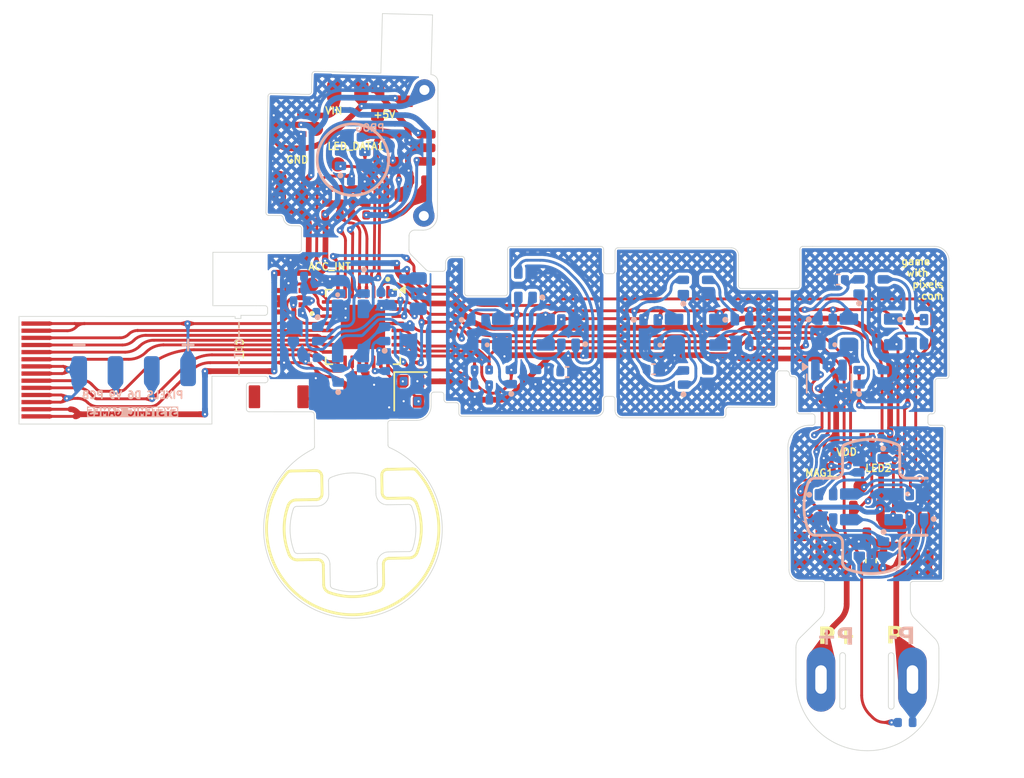
<source format=kicad_pcb>
(kicad_pcb (version 20240108) (generator "pcbnew") (generator_version "8.0")
  (title_block (title "Pixels D6 Layout") (date "2022-08-26") (rev "3") (company "Systemic Games, LLC") (comment 1 "Flexible PCB, 0.13mm thickness"))
  (layers (0 "F.Cu" signal) (31 "B.Cu" signal) (34 "B.Paste" user) (35 "F.Paste" user) (36 "B.SilkS" user "B.Silkscreen") (37 "F.SilkS" user "F.Silkscreen") (38 "B.Mask" user) (39 "F.Mask" user) (44 "Edge.Cuts" user))
  (net 0 "")
  (net 2 "GND")
  (net 3 "VDD")
  (net 4 "VDC")
  (net 5 "Net-(L1-Pad2)")
  (net 6 "Net-(U1-DEC4)")
  (net 7 "+5V")
  (net 8 "/PROG")
  (net 9 "VEE")
  (net 10 "/LED_EN")
  (net 11 "Net-(U1-XC2)")
  (net 12 "Net-(U1-DEC1)")
  (net 13 "Net-(U1-XC1)")
  (net 14 "Net-(U1-DEC3)")
  (net 15 "Net-(D1B-K1A2)")
  (net 16 "Net-(D1A-K3A4)")
  (net 17 "/BATT_NTC")
  (net 18 "RXI")
  (net 19 "TXO")
  (net 20 "SWO")
  (net 21 "RESET")
  (net 22 "SWDCLK")
  (net 23 "SWDIO")
  (net 24 "Net-(D2-DOUT)")
  (net 25 "/NTC_ID_VDD")
  (net 26 "/LED_DATA")
  (net 27 "/Power Supply/MAG1_")
  (net 28 "/STATS")
  (net 29 "/5V_SENSE")
  (net 30 "/VBAT_SENSE")
  (net 31 "/Power Supply/LED_EN_OUT")
  (net 32 "Net-(U1-DCC)")
  (net 33 "Net-(U6-SET)")
  (net 34 "Net-(U1-P0.28{slash}AIN4)")
  (net 35 "/LEDs/LED_RETURN_6")
  (net 36 "+BATT")
  (net 39 "/SCL")
  (net 40 "/SDA")
  (net 41 "/ACC_INT")
  (net 42 "/ANT_NRF")
  (net 43 "/ANT_50")
  (net 44 "/ANTENNA")
  (net 46 "Net-(D6-DOUT)")
  (net 47 "Net-(D7-DOUT)")
  (net 48 "Net-(D8-DOUT)")
  (net 49 "Net-(D10-DIN)")
  (net 50 "Net-(D10-DOUT)")
  (net 51 "Net-(D12-DOUT)")
  (net 52 "Net-(D13-DOUT)")
  (net 53 "Net-(D14-DOUT)")
  (net 54 "Net-(D15-DOUT)")
  (net 55 "Net-(D16-DOUT)")
  (net 56 "Net-(D17-DOUT)")
  (net 57 "Net-(D18-DOUT)")
  (net 58 "Net-(D19-DOUT)")
  (net 59 "Net-(D20-DOUT)")
  (net 60 "Net-(D21-DOUT)")
  (net 61 "Net-(D22-DOUT)")
  (net 62 "Net-(D23-DOUT)")
  (net 63 "Net-(D24-DOUT)")
  (net 64 "Net-(D12-DIN)")
  (footprint "Pixels-dice:C_0402_1005Metric" (layer "F.Cu") (at 179.688085 102.751742 90)
    (property "Reference" "C16")
    (property "Value" "10uF 10V 20%")
  )
  (footprint "Pixels-dice:SOT-353_SC-70-5" (layer "F.Cu") (at 181.446685 95.096742 -90)
    (property "Reference" "U7")
    (property "Value" "SN74LVC1G08" (hide yes))
  )
  (footprint "Package_TO_SOT_SMD:SOT-23-5" (layer "F.Cu") (at 149.11 73.84 179.5)
    (property "Reference" "U5")
    (property "Value" "MCP73832T-2ACI/OT")
  )
  (footprint "Package_TO_SOT_SMD:SOT-23" (layer "F.Cu") (at 181.1 100.23 -90)
    (property "Reference" "U8")
    (property "Value" "VCS2373S")
  )
  (footprint "Pixels-dice:SOT-23-5" (layer "F.Cu") (at 184.491685 101.457974 90)
    (property "Reference" "U6")
    (property "Value" "MT9700" (hide yes))
  )
  (footprint "Resistor_SMD:R_0402_1005Metric" (layer "F.Cu") (at 184.941685 103.581742 180)
    (property "Reference" "R3")
    (property "Value" "10k 5%")
  )
  (footprint "Package_DFN_QFN:QFN-32-1EP_5x5mm_P0.5mm_EP3.1x3.1mm" (layer "F.Cu") (at 145.838085 86.391742 -90)
    (property "Reference" "U1")
    (property "Value" "N52810_QFN32")
  )
  (footprint "Pixels-dice:0402_RF" (layer "F.Cu") (at 145.608085 89.741742)
    (property "Reference" "C8")
    (property "Value" "0.8pF 10V 5% C0G")
  )
  (footprint "Capacitor_SMD:C_0402_1005Metric" (layer "F.Cu") (at 182.228085 102.791742 -90)
    (property "Reference" "C23")
    (property "Value" "0.1uF 10V 20%")
  )
  (footprint "Pixels-dice:C_0402_1005Metric" (layer "F.Cu") (at 178.886685 94.646742 90)
    (property "Reference" "C18")
    (property "Value" "4.7uF 10V 20%")
  )
  (footprint "Pixels-dice:R_0402_1005Metric" (layer "F.Cu") (at 149.673365 76.101326 179.5)
    (property "Reference" "R4")
    (property "Value" "100k 1%")
  )
  (footprint "Pixels-dice:SOT-23-5" (layer "F.Cu") (at 177.541685 102.011742 180)
    (property "Reference" "U4")
    (property "Value" "ME6215" (hide yes))
  )
  (footprint "Pixels-dice:FPC_14" (layer "F.Cu") (at 122.945223 92.656182 90)
    (property "Reference" "J1")
    (property "Value" "Conn_01x14")
  )
  (footprint "Capacitor_SMD:C_0603_1608Metric" (layer "F.Cu") (at 140.78228 77.332784 179.5)
    (property "Reference" "C13")
    (property "Value" "4.7uF 25V 20%")
  )
  (footprint "Package_TO_SOT_SMD:SOT-363_SC-70-6" (layer "F.Cu") (at 140.61 72.23 -0.5)
    (property "Reference" "D1")
    (property "Value" "BAV99S")
  )
  (footprint "Capacitor_SMD:C_0603_1608Metric" (layer "F.Cu") (at 149.27413 77.157882 179.5)
    (property "Reference" "C15")
    (property "Value" "22uF 10V 20%")
  )
  (footprint "Capacitor_SMD:C_0402_1005Metric" (layer "F.Cu") (at 145.163413 77.222012 89.5)
    (property "Reference" "C21")
    (property "Value" "10nF 25V 10%")
  )
  (footprint "Resistor_SMD:R_0402_1005Metric" (layer "F.Cu") (at 143.707936 78.530048 -0.5)
    (property "Reference" "R7")
    (property "Value" "4.02M 1%")
  )
  (footprint "Resistor_SMD:R_0402_1005Metric" (layer "F.Cu") (at 146.063379 77.229866 -90.5)
    (property "Reference" "R2")
    (property "Value" "4.02M 1%")
  )
  (footprint "Resistor_SMD:R_0402_1005Metric" (layer "F.Cu") (at 144.203363 77.223634 89.5)
    (property "Reference" "R8")
    (property "Value" "10M 1%")
  )
  (footprint "Resistor_SMD:R_0402_1005Metric" (layer "F.Cu") (at 145.557866 78.546193 179.5)
    (property "Reference" "R1")
    (property "Value" "4.02M 1%")
  )
  (footprint "Capacitor_SMD:C_0402_1005Metric" (layer "F.Cu") (at 143.303397 77.21578 89.5)
    (property "Reference" "C22")
    (property "Value" "10nF 25V 10%")
  )
  (footprint "Pixels-dice:Crystal_SMD_2016-4Pin_2.0x1.6mm" (layer "F.Cu") (at 149.178085 90.901742 -90)
    (property "Reference" "Y1")
    (property "Value" "32MHz 40ppm")
  )
  (footprint "Package_LGA:LGA-12_2x2mm_P0.5mm" (layer "F.Cu") (at 140.758085 84.591742 180)
    (property "Reference" "U2")
    (property "Value" "KXTJ3-1057")
  )
  (footprint "Pixels-dice:0402_RF" (layer "F.Cu") (at 142.548085 90.991742 90)
    (property "Reference" "C11")
    (property "Value" "DNP")
  )
  (footprint "Pixels-dice:0402_RF" (layer "F.Cu") (at 145.448085 90.991742 -90)
    (property "Reference" "L5")
    (property "Value" "3.9nH 5%")
  )
  (footprint "Pixels-dice:SOT-23" (layer "F.Cu") (at 147.87 70.58 179.5)
    (property "Reference" "U3")
    (property "Value" "PJ75BL50SA")
  )
  (footprint "Capacitor_SMD:C_0805_2012Metric" (layer "F.Cu") (at 144.78 69.898713 179.5)
    (property "Reference" "C19" (hide yes))
    (property "Value" "12nF 50V 5% NP0")
  )
  (footprint "Pixels-dice:0402_RF" (layer "F.Cu") (at 143.638085 91.431742 180)
    (property "Reference" "L3")
    (property "Value" "2.7nH 5%")
  )
  (footprint "Pixels-dice:CHIP_ANT" (layer "F.Cu") (at 141.648085 91.281742 90)
    (property "Reference" "AE2")
    (property "Value" "Antenna_Chip" (hide yes))
  )
  (footprint "RFFrontEnd:MFH3.RECE.20369.001E.01" (layer "F.Cu") (at 146.618085 91.441742 90)
    (property "Reference" "J4")
    (property "Value" "DNP" (hide yes))
  )
  (footprint "Pixels-dice:TEST_PIN" (layer "F.Cu") (at 178.43 96.42)
    (property "Reference" "W25" (hide yes))
    (property "Value" "VDD")
  )
  (footprint "Pixels-dice:TEST_PIN" (layer "F.Cu") (at 140 75.96)
    (property "Reference" "W19" (hide yes))
    (property "Value" "GND")
  )
  (footprint "Pixels-dice:0402_RF" (layer "F.Cu") (at 144.728085 90.991742 90)
    (property "Reference" "C12")
    (property "Value" "DNP")
  )
  (footprint "Pixels-dice:TEST_PIN" (layer "F.Cu") (at 180.66 97.55)
    (property "Reference" "W21" (hide yes))
    (property "Value" "LED2")
  )
  (footprint "Pixels-dice:TEST_PIN" (layer "F.Cu") (at 144.09 75.01)
    (property "Reference" "W22" (hide yes))
    (property "Value" "LED_DATA1")
  )
  (footprint "Pixels-dice:TEST_PIN" (layer "F.Cu") (at 142.55 72.52)
    (property "Reference" "W16" (hide yes))
    (property "Value" "VIN")
  )
  (footprint "Pixels-dice:TEST_PIN" (layer "F.Cu") (at 142.25 83.44)
    (property "Reference" "W7" (hide yes))
    (property "Value" "ACC_INT")
  )
  (footprint "Pixels-dice:TEST_PIN" (layer "F.Cu") (at 176.71 97.88)
    (property "Reference" "W23" (hide yes))
    (property "Value" "MAG1_")
  )
  (footprint "Pixels-dice:TEST_PIN" (layer "F.Cu") (at 146.09 72.8)
    (property "Reference" "W15" (hide yes))
    (property "Value" "+5V")
  )
  (footprint "Capacitor_SMD:C_0402_1005Metric" (layer "F.Cu") (at 181.39 102.78 -90)
    (property "Reference" "C25" (hide yes))
    (property "Value" "0.1uF 10V 20%")
  )
  (footprint "Pixels-dice:TX1812Z_2020" (layer "B.Cu") (at 145.068084 83.551742 90)
    (property "Reference" "D6")
    (property "Value" "TX1812Z-2020")
  )
  (footprint "Pixels-dice:TX1812Z_2020" (layer "B.Cu") (at 145.12 74.62 -90.5)
    (property "Reference" "D2")
    (property "Value" "TX1812Z-2020")
  )
  (footprint "Pixels-dice:TestPoint_THTPad_D1.5mm_Drill0.7mm_nosilk" (layer "B.Cu") (at 150.14 69.8 29.5)
    (property "Reference" "P5" (hide yes))
    (property "Value" "COILA")
  )
  (footprint "Capacitor_SMD:C_0402_1005Metric" (layer "B.Cu") (at 147.44 89.001742 90)
    (property "Reference" "C7")
    (property "Value" "100pF NP0 10V 5%")
  )
  (footprint "Inductor_SMD:L_0805_2012Metric" (layer "B.Cu") (at 149.708085 84.061742 90)
    (property "Reference" "L1")
    (property "Value" "10uH 100mA 10%")
  )
  (footprint "Capacitor_SMD:C_0402_1005Metric" (layer "B.Cu") (at 149.168085 91.591743)
    (property "Reference" "C5")
    (property "Value" "8pF 10V 10%")
  )
  (footprint "Capacitor_SMD:C_0402_1005Metric" (layer "B.Cu") (at 147.908085 84.491742 -90)
    (property "Reference" "C3")
    (property "Value" "0.1uF 10V 20%")
  )
  (footprint "Capacitor_SMD:C_0402_1005Metric" (layer "B.Cu") (at 149.168085 90.191742 180)
    (property "Reference" "C2")
    (property "Value" "8pF 10V 10%")
  )
  (footprint "Resistor_SMD:R_0402_1005Metric" (layer "B.Cu") (at 154.16 90.45 180)
    (property "Reference" "R10")
    (property "Value" "100k 1%")
  )
  (footprint "Capacitor_SMD:C_0402_1005Metric" (layer "B.Cu") (at 141.25 83.71 180)
    (property "Reference" "C10")
    (property "Value" "0.1uF 10V 20%")
  )
  (footprint "Pixels-dice:C_0402_1005Metric" (layer "B.Cu") (at 145.482303 76.204756 -0.5)
    (property "Reference" "C9")
    (property "Value" "10uF 10V 20%")
  )
  (footprint "Pixels-dice:FPC-POGO-4" (layer "B.Cu") (at 129.793593 89.486182 180)
    (property "Reference" "J2")
    (property "Value" "Conn_01x04")
  )
  (footprint "Resistor_SMD:R_0402_1005Metric" (layer "B.Cu") (at 154.17 91.51)
    (property "Reference" "R9")
    (property "Value" "49.9k 1%")
  )
  (footprint "Pixels-dice:C_0402_1005Metric" (layer "B.Cu") (at 141.238085 82.841742 180)
    (property "Reference" "C4")
    (property "Value" "4.7uF 10V 20%")
  )
  (footprint "Resistor_SMD:R_0402_1005Metric" (layer "B.Cu") (at 145.159368 73.10182 179.5)
    (property "Reference" "R6")
    (property "Value" "18k 1%")
  )
  (footprint "Pixels-dice:Hongjie 10100 Connector" (layer "B.Cu") (at 181.09 111.08)
    (property "Reference" "J3" (hide yes))
    (property "Value" "Conn_01x02")
  )
  (footprint "Inductor_SMD:L_0402_1005Metric" (layer "B.Cu") (at 148.178085 83.031742 180)
    (property "Reference" "L2")
    (property "Value" "15nH 100mA 5%")
  )
  (footprint "Pixels-dice:C_0402_1005Metric" (layer "B.Cu") (at 147.098085 84.491742 -90)
    (property "Reference" "C1")
    (property "Value" "4.7uF 10V 20%")
  )
  (footprint "Resistor_SMD:R_0402_1005Metric" (layer "B.Cu") (at 141.49 84.57 180)
    (property "Reference" "R12")
    (property "Value" "2.7k 5%")
  )
  (footprint "Resistor_SMD:R_0402_1005Metric" (layer "B.Cu") (at 142.06 85.38)
    (property "Reference" "R16")
    (property "Value" "2.7k 5%")
  )
  (footprint "Pixels-dice:R_0402_1005Metric" (layer "B.Cu") (at 154.16 89.4)
    (property "Reference" "R5")
    (property "Value" "100k 1%" (hide yes))
  )
  (footprint "Capacitor_SMD:C_0402_1005Metric" (layer "B.Cu") (at 179.082885 83.071742)
    (property "Reference" "C24")
    (property "Value" "0.1uF 10V 20%")
  )
  (footprint "Pixels-dice:TX1812Z_2020" (layer "B.Cu") (at 157.069999 89.9 -90)
    (property "Reference" "D3")
    (property "Value" "TX1812Z-2020")
  )
  (footprint "Pixels-dice:TX1812EXA5-F10-3535" (layer "B.Cu") (at 144.968085 86.676742 -90)
    (property "Reference" "D27")
    (property "Value" "TX1812EXA5-F10-3535")
  )
  (footprint "Pixels-dice:R_0402_1005Metric" (layer "B.Cu") (at 183.79 114.09)
    (property "Reference" "TH1")
    (property "Value" "NTC 100k @ 25C")
  )
  (footprint "Capacitor_SMD:C_0402_1005Metric" (layer "B.Cu") (at 142.12 88.54)
    (property "Reference" "C14")
    (property "Value" "0.1uF 10V 20%")
  )
  (footprint "Pixels-dice:TX1812Z_2020" (layer "B.Cu") (at 153.92 86.75 180)
    (property "Reference" "D10")
    (property "Value" "TX1812Z-2020")
  )
  (footprint "Pixels-dice:TX1812Z_2020" (layer "B.Cu") (at 184.6 86.73 180)
    (property "Reference" "D21")
    (property "Value" "TX1812Z-2020")
  )
  (footprint "Pixels-dice:TX1812Z_2020" (layer "B.Cu") (at 184.601528 98.988258)
    (property "Reference" "D25")
    (property "Value" "TX1812Z-2020")
  )
  (footprint "Pixels-dice:TX1812Z_2020" (layer "B.Cu") (at 169.12 89.934613 -90)
    (property "Reference" "D15")
    (property "Value" "TX1812Z-2020")
  )
  (footprint "Pixels-dice:TX1812Z_2020" (layer "B.Cu") (at 157.21 83.47)
    (property "Reference" "D12")
    (property "Value" "TX1812Z-2020")
  )
  (footprint "Pixels-dice:TEST_PIN" (layer "B.Cu") (at 147.58 73.72 180)
    (property "Reference" "W3" (hide yes))
    (property "Value" "PROG")
  )
  (footprint "Capacitor_SMD:C_0402_1005Metric" (layer "B.Cu") (at 160.13 89.55 180)
    (property "Reference" "C17")
    (property "Value" "0.1uF 10V 20%")
  )
  (footprint "Pixels-dice:TestPoint_THTPad_D1.5mm_Drill0.7mm_nosilk" (layer "B.Cu") (at 150.1 78.62 179.5)
    (property "Reference" "P6" (hide yes))
    (property "Value" "COILB")
  )
  (footprint "Pixels-dice:TX1812Z_2020" (layer "B.Cu") (at 141.82 86.885387 90)
    (property "Reference" "D7")
    (property "Value" "TX1812Z-2020")
  )
  (footprint "Pixels-dice:TX1812EXA5-F10-3535" (layer "B.Cu") (at 181.395 86.74)
    (property "Reference" "D30")
    (property "Value" "TX1812EXA5-F10-3535")
  )
  (footprint "Pixels-dice:TX1812Z_2020" (layer "B.Cu") (at 165.97 86.74 180)
    (property "Reference" "D14")
    (property "Value" "TX1812Z-2020")
  )
  (footprint "Pixels-dice:TX1812Z_2020" (layer "B.Cu") (at 148.208086 86.881742 -90)
    (property "Reference" "D9")
    (property "Value" "TX1812Z-2020")
  )
  (footprint "Pixels-dice:TX1812EXA5-F10-3535" (layer "B.Cu") (at 157.07 86.75)
    (property "Reference" "D28")
    (property "Value" "TX1812EXA5-F10-3535")
  )
  (footprint "Pixels-dice:TX1812Z_2020" (layer "B.Cu") (at 169.11 83.594613 -90)
    (property "Reference" "D16")
    (property "Value" "TX1812Z-2020")
  )
  (footprint "Pixels-dice:TX1812EXA5-F10-3535" (layer "B.Cu") (at 181.421528 98.988258 180)
    (property "Reference" "D31")
    (property "Value" "TX1812EXA5-F10-3535")
  )
  (footprint "Pixels-dice:TX1812Z_2020" (layer "B.Cu") (at 181.402885 83.561742 -90)
    (property "Reference" "D20")
    (property "Value" "TX1812Z-2020")
  )
  (footprint "Pixels-dice:TX1812Z_2020" (layer "B.Cu") (at 160.22 86.75)
    (property "Reference" "D13")
    (property "Value" "TX1812Z-2020")
  )
  (footprint "Pixels-dice:TX1812Z_2020" (layer "B.Cu") (at 181.421528 101.918258 90)
    (property "Reference" "D24")
    (property "Value" "TX1812Z-2020")
  )
  (footprint "Pixels-dice:TX1812Z_2020" (layer "B.Cu") (at 144.96 89.78 -90)
    (property "Reference" "D8")
    (property "Value" "TX1812Z-2020")
  )
  (footprint "Pixels-dice:TX1812Z_2020" (layer "B.Cu") (at 181.402885 89.911742 -90)
    (property "Reference" "D19")
    (property "Value" "TX1812Z-2020")
  )
  (footprint "Package_TO_SOT_SMD:SOT-23" (layer "B.Cu") (at 178.450385 90.351742 -90)
    (property "Reference" "U9")
    (property "Value" "VCS2373S")
  )
  (footprint "Pixels-dice:TX1812EXA5-F10-3535" (layer "B.Cu") (at 169.16 86.76)
    (property "Reference" "D29")
    (property "Value" "TX1812EXA5-F10-3535")
  )
  (footprint "Pixels-dice:TX1812Z_2020" (layer "B.Cu") (at 172.365387 86.74 180)
    (property "Reference" "D17")
    (property "Value" "TX1812Z-2020")
  )
  (footprint "Pixels-dice:TX1812Z_2020" (layer "B.Cu") (at 181.391528 96.073645 90)
    (property "Reference" "D22")
    (property "Value" "TX1812Z-2020")
  )
  (footprint "Capacitor_SMD:C_0402_1005Metric" (layer "B.Cu") (at 166.172885 89.351742 180)
    (property "Reference" "C20")
    (property "Value" "0.1uF 10V 20%")
  )
  (footprint "Pixels-dice:TX1812Z_2020" (layer "B.Cu") (at 178.241528 98.988258 180)
    (property "Reference" "D23")
    (property "Value" "TX1812Z-2020")
  )
  (footprint "Pixels-dice:TX1812Z_2020" (layer "B.Cu") (at 178.212885 86.711742 180)
    (property "Reference" "D18")
    (property "Value" "TX1812Z-2020")
  )
  (gr_line (start 177.48535 100.98) (end 178.9 100.98) (stroke (width 0.2)) (layer "B.SilkS"))
  (gr_arc (start 183.248315 94.637006) (mid 183.35864 94.729177) (end 183.4 94.866863) (stroke (width 0.2)) (layer "B.SilkS"))
  (gr_arc (start 177.48535 100.98) (mid 177.202999 100.892678) (end 177.019321 100.661153) (stroke (width 0.2)) (layer "B.SilkS"))
  (gr_line (start 183.4 96.48) (end 183.4 95.03531) (stroke (width 0.2)) (layer "B.SilkS"))
  (gr_line (start 179.4 101.48) (end 179.4 102.881328) (stroke (width 0.2)) (layer "B.SilkS"))
  (gr_arc (start 179.4 94.866864) (mid 179.441321 94.729147) (end 179.551685 94.637007) (stroke (width 0.2)) (layer "B.SilkS"))
  (gr_arc (start 178.9 100.98) (mid 179.25356 101.126446) (end 179.4 101.48) (stroke (width 0.2)) (layer "B.SilkS"))
  (gr_arc (start 177.000766 97.30401) (mid 177.184161 97.068903) (end 177.46877 96.98) (stroke (width 0.2)) (layer "B.SilkS"))
  (gr_arc (start 183.9 96.98) (mid 183.546453 96.833552) (end 183.4 96.48) (stroke (width 0.2)) (layer "B.SilkS"))
  (gr_line (start 179.4 95.03531) (end 179.4 96.48) (stroke (width 0.2)) (layer "B.SilkS"))
  (gr_arc (start 183.4 101.48) (mid 183.546453 101.126458) (end 183.9 100.98) (stroke (width 0.2)) (layer "B.SilkS"))
  (gr_arc (start 177.019321 100.661153) (mid 176.700072 98.984295) (end 177.000766 97.30401) (stroke (width 0.2)) (layer "B.SilkS"))
  (gr_arc (start 183.078571 103.348353) (mid 181.399999 103.658319) (end 179.721428 103.348353) (stroke (width 0.2)) (layer "B.SilkS"))
  (gr_line (start 183.9 100.98) (end 185.314651 100.98) (stroke (width 0.2)) (layer "B.SilkS"))
  (gr_line (start 179.4 95.03531) (end 179.4 94.866864) (stroke (width 0.2)) (layer "B.SilkS"))
  (gr_circle (center 145.135589 74.680672) (end 147.635494 74.702489) (stroke (width 0.2)) (fill none) (layer "B.SilkS"))
  (gr_line (start 183.4 95.03531) (end 183.4 94.866863) (stroke (width 0.2)) (layer "B.SilkS"))
  (gr_arc (start 179.721428 103.348353) (mid 179.488119 103.164802) (end 179.4 102.881328) (stroke (width 0.2)) (layer "B.SilkS"))
  (gr_arc (start 179.551685 94.637007) (mid 181.4 94.258318) (end 183.248315 94.637006) (stroke (width 0.2)) (layer "B.SilkS"))
  (gr_arc (start 183.4 102.881328) (mid 183.311873 103.164797) (end 183.078571 103.348353) (stroke (width 0.2)) (layer "B.SilkS"))
  (gr_line (start 178.9 96.98) (end 177.46877 96.98) (stroke (width 0.2)) (layer "B.SilkS"))
  (gr_line (start 185.331232 96.98) (end 183.9 96.98) (stroke (width 0.2)) (layer "B.SilkS"))
  (gr_arc (start 179.4 96.48) (mid 179.25356 96.833565) (end 178.9 96.98) (stroke (width 0.2)) (layer "B.SilkS"))
  (gr_line (start 183.4 102.881328) (end 183.4 101.48) (stroke (width 0.2)) (layer "B.SilkS"))
  (gr_line (start 141.155982 98.504946) (end 142.586999 98.479967) (stroke (width 0.2)) (layer "F.SilkS"))
  (gr_arc (start 149.543304 96.413633) (mid 145.224857 106.54306) (end 140.566332 96.565459) (stroke (width 0.2)) (layer "F.SilkS"))
  (gr_line (start 147.15785 96.769935) (end 147.179315 97.999748) (stroke (width 0.2)) (layer "F.SilkS"))
  (gr_arc (start 149.626444 102.175058) (mid 149.41089 102.456684) (end 149.073971 102.567376) (stroke (width 0.2)) (layer "F.SilkS"))
  (gr_line (start 149.073971 102.567376) (end 147.659536 102.592065) (stroke (width 0.2)) (layer "F.SilkS"))
  (gr_arc (start 140.680034 102.331218) (mid 140.324127 100.624633) (end 140.601252 98.903499) (stroke (width 0.2)) (layer "F.SilkS"))
  (gr_line (start 143.091005 104.435099) (end 143.067218 103.072286) (stroke (width 0.2)) (layer "F.SilkS"))
  (gr_circle (center 147.578085 83.051742) (end 147.678085 83.051742) (stroke (width 0.15)) (fill solid) (layer "F.SilkS"))
  (gr_line (start 142.551569 96.450277) (end 140.806751 96.479831) (stroke (width 0.2)) (layer "F.SilkS"))
  (gr_line (start 147.586235 98.392705) (end 149.017248 98.367727) (stroke (width 0.2)) (layer "F.SilkS"))
  (gr_arc (start 147.15785 96.769935) (mid 147.270043 96.485077) (end 147.550808 96.363014) (stroke (width 0.2)) (layer "F.SilkS"))
  (gr_line (start 142.979955 98.073047) (end 142.95849 96.843234) (stroke (width 0.2)) (layer "F.SilkS"))
  (gr_arc (start 142.660296 102.679328) (mid 142.945214 102.791472) (end 143.067218 103.072286) (stroke (width 0.2)) (layer "F.SilkS"))
  (gr_arc (start 149.305964 96.330961) (mid 149.433919 96.349614) (end 149.549226 96.408143) (stroke (width 0.2)) (layer "F.SilkS"))
  (gr_line (start 147.266579 102.998985) (end 147.290366 104.361797) (stroke (width 0.2)) (layer "F.SilkS"))
  (gr_arc (start 149.017248 98.367727) (mid 149.360582 98.46845) (end 149.585554 98.746678) (stroke (width 0.2)) (layer "F.SilkS"))
  (gr_arc (start 147.586235 98.392705) (mid 147.301465 98.280443) (end 147.179315 97.999748) (stroke (width 0.2)) (layer "F.SilkS"))
  (gr_arc (start 140.601252 98.903499) (mid 140.81636 98.61756) (end 141.155982 98.504946) (stroke (width 0.2)) (layer "F.SilkS"))
  (gr_line (start 149.305964 96.330961) (end 147.550808 96.363014) (stroke (width 0.2)) (layer "F.SilkS"))
  (gr_arc (start 140.566331 96.565458) (mid 140.679523 96.502936) (end 140.806751 96.479831) (stroke (width 0.2)) (layer "F.SilkS"))
  (gr_arc (start 147.290366 104.361797) (mid 147.190554 104.70374) (end 146.914492 104.928873) (stroke (width 0.2)) (layer "F.SilkS"))
  (gr_circle (center 142.278085 85.451742) (end 142.378085 85.451742) (stroke (width 0.15)) (fill solid) (layer "F.SilkS"))
  (gr_arc (start 147.266579 102.998985) (mid 147.378773 102.71413) (end 147.659536 102.592065) (stroke (width 0.2)) (layer "F.SilkS"))
  (gr_line (start 142.660296 102.679328) (end 141.245861 102.704017) (stroke (width 0.2)) (layer "F.SilkS"))
  (gr_arc (start 142.551569 96.450277) (mid 142.836485 96.562422) (end 142.95849 96.843234) (stroke (width 0.2)) (layer "F.SilkS"))
  (gr_arc (start 142.979955 98.073047) (mid 142.867743 98.357878) (end 142.586999 98.479967) (stroke (width 0.2)) (layer "F.SilkS"))
  (gr_arc (start 141.245861 102.704017) (mid 140.905269 102.605157) (end 140.680034 102.331218) (stroke (width 0.2)) (layer "F.SilkS"))
  (gr_arc (start 143.486442 104.988712) (mid 143.202642 104.773387) (end 143.091005 104.435099) (stroke (width 0.2)) (layer "F.SilkS"))
  (gr_arc (start 146.914492 104.928873) (mid 145.205991 105.275282) (end 143.486442 104.988712) (stroke (width 0.2)) (layer "F.SilkS"))
  (gr_arc (start 149.585554 98.746678) (mid 149.922523 100.457093) (end 149.626444 102.175058) (stroke (width 0.2)) (layer "F.SilkS"))
  (gr_arc (start 175.9737 89.872165) (mid 176.115177 89.930756) (end 176.173768 90.072206) (stroke (width 0.05)) (layer "Edge.Cuts"))
  (gr_arc (start 163.483441 82.461329) (mid 163.424826 82.602769) (end 163.280511 82.661319) (stroke (width 0.05)) (layer "Edge.Cuts"))
  (gr_line (start 142.717638 102.230257) (end 141.259565 102.255708) (stroke (width 0.05)) (layer "Edge.Cuts"))
  (gr_arc (start 162.483304 80.752229) (mid 162.624946 80.810715) (end 162.683571 80.952259) (stroke (width 0.05)) (layer "Edge.Cuts"))
  (gr_arc (start 151.712481 91.691587) (mid 151.571219 91.633073) (end 151.512629 91.494157) (stroke (width 0.05)) (layer "Edge.Cuts"))
  (gr_line (start 147.559362 98.845243) (end 149.010937 98.819904) (stroke (width 0.05)) (layer "Edge.Cuts"))
  (gr_line (start 135.271754 89.841559) (end 135.27 93.19) (stroke (width 0.05)) (layer "Edge.Cuts"))
  (gr_arc (start 185.571204 93.278024) (mid 185.429795 93.219442) (end 185.371209 93.081522) (stroke (width 0.05)) (layer "Edge.Cuts"))
  (gr_arc (start 176.136751 108.8511) (mid 176.215823 108.461318) (end 176.440539 108.133159) (stroke (width 0.05)) (layer "Edge.Cuts"))
  (gr_line (start 176.173768 90.072206) (end 176.173773 92.285084) (stroke (width 0.05)) (layer "Edge.Cuts"))
  (gr_line (start 146.831202 102.969345) (end 146.856437 104.415036) (stroke (width 0.05)) (layer "Edge.Cuts"))
  (gr_line (start 162.8834 82.661331) (end 162.900877 82.661331) (stroke (width 0.05)) (layer "Edge.Cuts"))
  (gr_arc (start 143.429492 97.17116) (mid 143.469194 97.0316) (end 143.579762 96.937638) (stroke (width 0.05)) (layer "Edge.Cuts"))
  (gr_line (start 148.681015 92.933216) (end 147.776816 92.933145) (stroke (width 0.05)) (layer "Edge.Cuts"))
  (gr_line (start 141.338989 79.304725) (end 140.854253 79.300487) (stroke (width 0.05)) (layer "Edge.Cuts"))
  (gr_line (start 150.709714 64.542995) (end 150.600195 68.726023) (stroke (width 0.05)) (layer "Edge.Cuts"))
  (gr_line (start 150.609321 91.152509) (end 150.608586 91.923858) (stroke (width 0.05)) (layer "Edge.Cuts"))
  (gr_line (start 175.9737 89.872165) (end 175.8785 89.872165) (stroke (width 0.05)) (layer "Edge.Cuts"))
  (gr_arc (start 177.470111 93.077999) (mid 177.411521 93.219474) (end 177.26694 93.278086) (stroke (width 0.05)) (layer "Edge.Cuts"))
  (gr_line (start 177.47011 92.678088) (end 177.470111 93.077999) (stroke (width 0.05)) (layer "Edge.Cuts"))
  (gr_line (start 138.905358 84.901473) (end 138.64634 84.901438) (stroke (width 0.05)) (layer "Edge.Cuts"))
  (gr_arc (start 174.812824 89.667633) (mid 174.870173 89.528081) (end 175.009802 89.468247) (stroke (width 0.05)) (layer "Edge.Cuts"))
  (gr_line (start 186.572395 93.481419) (end 186.480782 104.01144) (stroke (width 0.05)) (layer "Edge.Cuts"))
  (gr_line (start 186.847924 89.001962) (end 186.847982 89.801986) (stroke (width 0.05)) (layer "Edge.Cuts"))
  (gr_line (start 149.203513 81.333591) (end 150.226317 82.356386) (stroke (width 0.05)) (layer "Edge.Cuts"))
  (gr_line (start 163.483441 82.461329) (end 163.483644 81.052771) (stroke (width 0.05)) (layer "Edge.Cuts"))
  (gr_arc (start 151.620587 82.297979) (mid 151.563635 82.442425) (end 151.418985 82.502733) (stroke (width 0.05)) (layer "Edge.Cuts"))
  (gr_arc (start 149.203513 81.333591) (mid 149.094359 81.16945) (end 149.057194 80.975839) (stroke (width 0.05)) (layer "Edge.Cuts"))
  (gr_arc (start 139.19441 70.240909) (mid 139.25521 70.10079) (end 139.399536 70.044549) (stroke (width 0.05)) (layer "Edge.Cuts"))
  (gr_line (start 150.034735 79.6156) (end 149.465169 79.61052) (stroke (width 0.05)) (layer "Edge.Cuts"))
  (gr_line (start 121.771004 85.66) (end 121.771004 93.19) (stroke (width 0.05)) (layer "Edge.Cuts"))
  (gr_line (start 186.071185 90.002014) (end 186.646118 90.001972) (stroke (width 0.05)) (layer "Edge.Cuts"))
  (gr_line (start 177.941259 104.213881) (end 176.443068 104.20221) (stroke (width 0.05)) (layer "Edge.Cuts"))
  (gr_arc (start 171.614696 80.85273) (mid 171.97085 81.001733) (end 172.114751 81.363813) (stroke (width 0.05)) (layer "Edge.Cuts"))
  (gr_arc (start 137.878658 92.33208) (mid 137.739914 92.273827) (end 137.681067 92.137046) (stroke (width 0.05)) (layer "Edge.Cuts"))
  (gr_arc (start 142.22991 92.335379) (mid 142.375787 92.394705) (end 142.433645 92.533783) (stroke (width 0.05)) (layer "Edge.Cuts"))
  (gr_line (start 158.754678 80.757755) (end 156.155155 80.761607) (stroke (width 0.05)) (layer "Edge.Cuts"))
  (gr_line (start 177.278755 80.75303) (end 185.847909 80.753108) (stroke (width 0.05)) (layer "Edge.Cuts"))
  (gr_arc (start 184.43416 106.791186) (mid 184.218409 106.469942) (end 184.140801 106.083703) (stroke (width 0.05)) (layer "Edge.Cuts"))
  (gr_arc (start 155.957025 84.019498) (mid 155.898441 84.160991) (end 155.752383 84.219573) (stroke (width 0.05)) (layer "Edge.Cuts"))
  (gr_line (start 138.646196 84.901438) (end 138.381941 84.901402) (stroke (width 0.05)) (layer "Edge.Cuts"))
  (gr_arc (start 143.726594 104.704174) (mid 143.604339 104.613916) (end 143.55685 104.467542) (stroke (width 0.05)) (layer "Edge.Cuts"))
  (gr_line (start 158.754678 80.757755) (end 162.483304 80.752229) (stroke (width 0.05)) (layer "Edge.Cuts"))
  (gr_arc (start 186.372396 93.278009) (mid 186.515046 93.337797) (end 186.572395 93.481419) (stroke (width 0.05)) (layer "Edge.Cuts"))
  (gr_arc (start 149.065432 80.01356) (mid 149.180855 79.729454) (end 149.465169 79.61052) (stroke (width 0.05)) (layer "Edge.Cuts"))
  (gr_line (start 139.05229 78.377589) (end 139.19441 70.240909) (stroke (width 0.05)) (layer "Edge.Cuts"))
  (gr_arc (start 152.756999 81.451683) (mid 152.899509 81.511321) (end 152.957028 81.654672) (stroke (width 0.05)) (layer "Edge.Cuts"))
  (gr_arc (start 178.1397 106.043796) (mid 178.05924 106.436856) (end 177.829141 106.768242) (stroke (width 0.05)) (layer "Edge.Cuts"))
  (gr_line (start 150.826486 90.95272) (end 150.809288 90.952721) (stroke (width 0.05)) (layer "Edge.Cuts"))
  (gr_arc (start 155.956999 80.961602) (mid 156.014324 80.821438) (end 156.155155 80.761607) (stroke (width 0.05)) (layer "Edge.Cuts"))
  (gr_arc (start 175.8785 89.872165) (mid 175.735646 89.812203) (end 175.678387 89.668245) (stroke (width 0.05)) (layer "Edge.Cuts"))
  (gr_arc (start 163.483644 81.052771) (mid 163.542233 80.911381) (end 163.683642 80.852845) (stroke (width 0.05)) (layer "Edge.Cuts"))
  (gr_line (start 137.299186 85.582204) (end 138.966752 85.582198) (stroke (width 0.05)) (layer "Edge.Cuts"))
  (gr_arc (start 151.316875 90.952718) (mid 151.451922 91.009576) (end 151.512239 91.152703) (stroke (width 0.05)) (layer "Edge.Cuts"))
  (gr_arc (start 175.4784 89.468246) (mid 175.619816 89.526825) (end 175.678387 89.668245) (stroke (width 0.05)) (layer "Edge.Cuts"))
  (gr_arc (start 185.371208 92.678001) (mid 185.427199 92.539172) (end 185.57817 92.478027) (stroke (width 0.05)) (layer "Edge.Cuts"))
  (gr_arc (start 140.854253 79.300486) (mid 140.458681 79.147035) (end 140.263404 78.770316) (stroke (width 0.05)) (layer "Edge.Cuts"))
  (gr_arc (start 171.236548 92.525361) (mid 171.171164 92.685403) (end 171.009022 92.751839) (stroke (width 0.05)) (layer "Edge.Cuts"))
  (gr_arc (start 185.839153 108.194101) (mid 186.06477 108.532196) (end 186.137458 108.921623) (stroke (width 0.05)) (layer "Edge.Cuts"))
  (gr_line (start 138.995046 89.842194) (end 135.271754 89.841559) (stroke (width 0.05)) (layer "Edge.Cuts"))
  (gr_line (start 186.847747 81.753062) (end 186.847924 89.001962) (stroke (width 0.05)) (layer "Edge.Cuts"))
  (gr_line (start 153.1572 84.219572) (end 155.752383 84.219573) (stroke (width 0.05)) (layer "Edge.Cuts"))
  (gr_line (start 177.000308 92.478055) (end 177.270199 92.478054) (stroke (width 0.05)) (layer "Edge.Cuts"))
  (gr_line (start 152.957028 81.654672) (end 152.957027 84.025662) (stroke (width 0.05)) (layer "Edge.Cuts"))
  (gr_arc (start 186.137625 111.064409) (mid 181.137384 116.065227) (end 176.136751 111.0648) (stroke (width 0.05)) (layer "Edge.Cuts"))
  (gr_line (start 176.136751 111.0648) (end 176.136751 108.8511) (stroke (width 0.05)) (layer "Edge.Cuts"))
  (gr_line (start 171.436272 92.008918) (end 174.600569 92.036531) (stroke (width 0.05)) (layer "Edge.Cuts"))
  (gr_arc (start 186.480781 104.01144) (mid 186.421594 104.151726) (end 186.280766 104.209688) (stroke (width 0.05)) (layer "Edge.Cuts"))
  (gr_arc (start 172.317408 83.702022) (mid 172.174416 83.644484) (end 172.114762 83.501967) (stroke (width 0.05)) (layer "Edge.Cuts"))
  (gr_line (start 162.900877 82.661331) (end 163.280511 82.661319) (stroke (width 0.05)) (layer "Edge.Cuts"))
  (gr_line (start 175.4784 89.468246) (end 175.009802 89.468247) (stroke (width 0.05)) (layer "Edge.Cuts"))
  (gr_arc (start 142.241121 69.91884) (mid 142.178236 70.059307) (end 142.038688 70.113679) (stroke (width 0.05)) (layer "Edge.Cuts"))
  (gr_arc (start 162.682171 91.4557) (mid 162.739487 91.315535) (end 162.884297 91.255683) (stroke (width 0.05)) (layer "Edge.Cuts"))
  (gr_arc (start 146.694831 104.653298) (mid 145.215134 104.936635) (end 143.726588 104.704189) (stroke (width 0.05)) (layer "Edge.Cuts"))
  (gr_arc (start 140.972223 99.125936) (mid 141.061624 99.004252) (end 141.204761 98.9562) (stroke (width 0.05)) (layer "Edge.Cuts"))
  (gr_arc (start 152.351021 91.693249) (mid 152.490157 91.749511) (end 152.551074 91.887857) (stroke (width 0.05)) (layer "Edge.Cuts"))
  (gr_arc (start 139.168305 85.382199) (mid 139.109177 85.52417) (end 138.966752 85.582198) (stroke (width 0.05)) (layer "Edge.Cuts"))
  (gr_arc (start 146.571139 96.888231) (mid 146.685324 96.979388) (end 146.729079 97.118791) (stroke (width 0.05)) (layer "Edge.Cuts"))
  (gr_line (start 142.481266 68.502235) (end 147.09225 68.623027) (stroke (width 0.05)) (layer "Edge.Cuts"))
  (gr_arc (start 185.871211 92.278) (mid 185.812631 92.419422) (end 185.6712 92.47801) (stroke (width 0.05)) (layer "Edge.Cuts"))
  (gr_line (start 176.440514 108.133134) (end 177.829141 106.768242) (stroke (width 0.05)) (layer "Edge.Cuts"))
  (gr_line (start 139.168305 85.382199) (end 139.168304 85.10193) (stroke (width 0.05)) (layer "Edge.Cuts"))
  (gr_arc (start 176.373801 92.478057) (mid 176.234508 92.421609) (end 176.173773 92.285084) (stroke (width 0.05)) (layer "Edge.Cuts"))
  (gr_line (start 185.571204 93.278024) (end 186.372396 93.278009) (stroke (width 0.05)) (layer "Edge.Cuts"))
  (gr_line (start 152.551151 92.437095) (end 152.551074 91.887857) (stroke (width 0.05)) (layer "Edge.Cuts"))
  (gr_line (start 177.26694 93.278086) (end 177.073733 93.278125) (stroke (width 0.05)) (layer "Edge.Cuts"))
  (gr_line (start 121.771004 93.19) (end 135.27 93.19) (stroke (width 0.05)) (layer "Edge.Cuts"))
  (gr_line (start 137.880924 90.302816) (end 138.991376 90.302396) (stroke (width 0.05)) (layer "Edge.Cuts"))
  (gr_line (start 163.683642 80.852799) (end 171.614696 80.85273) (stroke (width 0.05)) (layer "Edge.Cuts"))
  (gr_arc (start 149.255439 98.981354) (mid 149.539076 100.460996) (end 149.306921 101.949584) (stroke (width 0.05)) (layer "Edge.Cuts"))
  (gr_line (start 151.620583 81.918089) (end 151.620587 82.297979) (stroke (width 0.05)) (layer "Edge.Cuts"))
  (gr_line (start 139.191477 90.105199) (end 139.190917 90.040595) (stroke (width 0.05)) (layer "Edge.Cuts"))
  (gr_arc (start 163.982072 92.752846) (mid 163.630798 92.608725) (end 163.482033 92.244011) (stroke (width 0.05)) (layer "Edge.Cuts"))
  (gr_line (start 136.890127 85.660595) (end 136.898148 85.802154) (stroke (width 0.05)) (layer "Edge.Cuts"))
  (gr_arc (start 150.609321 91.152509) (mid 150.666944 91.012244) (end 150.809288 90.952721) (stroke (width 0.05)) (layer "Edge.Cuts"))
  (gr_arc (start 141.024377 102.094153) (mid 140.740416 100.614577) (end 140.972223 99.125936) (stroke (width 0.05)) (layer "Edge.Cuts"))
  (gr_arc (start 149.010937 98.819904) (mid 149.159297 98.861115) (end 149.255303 98.981405) (stroke (width 0.05)) (layer "Edge.Cuts"))
  (gr_line (start 146.729079 97.118791) (end 146.745496 98.059265) (stroke (width 0.05)) (layer "Edge.Cuts"))
  (gr_arc (start 147.576898 93.137527) (mid 147.634873 92.992256) (end 147.776816 92.933145) (stroke (width 0.05)) (layer "Edge.Cuts"))
  (gr_arc (start 185.871211 90.202) (mid 185.928698 90.061678) (end 186.071185 90.002014) (stroke (width 0.05)) (layer "Edge.Cuts"))
  (gr_line (start 151.08921 69.228102) (end 151.050924 78.619876) (stroke (width 0.05)) (layer "Edge.Cuts"))
  (gr_arc (start 163.282099 91.255682) (mid 163.424122 91.314827) (end 163.482146 91.457284) (stroke (width 0.05)) (layer "Edge.Cuts"))
  (gr_line (start 184.43416 106.791186) (end 185.839153 108.194101) (stroke (width 0.05)) (layer "Edge.Cuts"))
  (gr_line (start 162.682171 91.4557) (end 162.682171 92.1429) (stroke (width 0.05)) (layer "Edge.Cuts"))
  (gr_arc (start 151.050924 78.619876) (mid 150.752188 79.328676) (end 150.034735 79.6156) (stroke (width 0.05)) (layer "Edge.Cuts"))
  (gr_line (start 140.066587 78.593575) (end 139.246076 78.586403) (stroke (width 0.05)) (layer "Edge.Cuts"))
  (gr_line (start 147.201476 64.451145) (end 150.709714 64.542995) (stroke (width 0.05)) (layer "Edge.Cuts"))
  (gr_arc (start 139.246076 78.586403) (mid 139.105938 78.52287) (end 139.05229 78.377589) (stroke (width 0.05)) (layer "Edge.Cuts"))
  (gr_arc (start 186.847982 89.801986) (mid 186.789411 89.943401) (end 186.646118 90.001972) (stroke (width 0.05)) (layer "Edge.Cuts"))
  (gr_line (start 179.603603 109.402699) (end 179.60373 112.947289) (stroke (width 0.05)) (layer "Edge.Cuts"))
  (gr_arc (start 184.140796 104.413072) (mid 184.187352 104.274605) (end 184.318673 104.209826) (stroke (width 0.05)) (layer "Edge.Cuts"))
  (gr_line (start 139.399536 70.04454) (end 142.038688 70.113679) (stroke (width 0.05)) (layer "Edge.Cuts"))
  (gr_arc (start 174.805593 91.837267) (mid 174.746672 91.978356) (end 174.600569 92.036531) (stroke (width 0.05)) (layer "Edge.Cuts"))
  (gr_arc (start 185.847909 80.753108) (mid 186.554883 81.045992) (end 186.847692 81.753046) (stroke (width 0.05)) (layer "Edge.Cuts"))
  (gr_line (start 185.6712 92.478027) (end 185.57817 92.478027) (stroke (width 0.05)) (layer "Edge.Cuts"))
  (gr_line (start 186.280616 104.209745) (end 184.318673 104.209826) (stroke (width 0.05)) (layer "Edge.Cuts"))
  (gr_line (start 149.608549 92.933288) (end 148.681015 92.933216) (stroke (width 0.05)) (layer "Edge.Cuts"))
  (gr_line (start 185.871211 92.278) (end 185.871211 90.202) (stroke (width 0.05)) (layer "Edge.Cuts"))
  (gr_line (start 139.365335 81.165634) (end 135.335938 81.165648) (stroke (width 0.05)) (layer "Edge.Cuts"))
  (gr_arc (start 137.681028 90.502838) (mid 137.738762 90.362229) (end 137.880924 90.302827) (stroke (width 0.05)) (layer "Edge.Cuts"))
  (gr_line (start 162.683659 80.952259) (end 162.683442 82.455942) (stroke (width 0.05)) (layer "Edge.Cuts"))
  (gr_arc (start 149.306916 101.949581) (mid 149.217571 102.071234) (end 149.077292 102.119249) (stroke (width 0.05)) (layer "Edge.Cuts"))
  (gr_arc (start 140.066587 78.593624) (mid 140.198407 78.644746) (end 140.263404 78.770316) (stroke (width 0.05)) (layer "Edge.Cuts"))
  (gr_arc (start 150.608586 91.923858) (mid 150.318997 92.636997) (end 149.608549 92.933128) (stroke (width 0.05)) (layer "Edge.Cuts"))
  (gr_arc (start 183.003749 112.947546) (mid 182.809925 113.152806) (end 182.603752 112.961043) (stroke (width 0.05)) (layer "Edge.Cuts"))
  (gr_line (start 182.603809 109.402797) (end 182.603752 112.961043) (stroke (width 0.05)) (layer "Edge.Cuts"))
  (gr_arc (start 177.941259 104.213881) (mid 178.083476 104.274807) (end 178.139694 104.421238) (stroke (width 0.05)) (layer "Edge.Cuts"))
  (gr_line (start 172.114751 81.363813) (end 172.114734 83.501972) (stroke (width 0.05)) (layer "Edge.Cuts"))
  (gr_line (start 141.542639 79.506849) (end 141.5299 80.967146) (stroke (width 0.05)) (layer "Edge.Cuts"))
  (gr_arc (start 138.995046 89.842194) (mid 139.133171 89.901689) (end 139.190844 90.040595) (stroke (width 0.05)) (layer "Edge.Cuts"))
  (gr_arc (start 147.707958 94.840345) (mid 145.263827 106.786486) (end 142.342688 94.947947) (stroke (width 0.05)) (layer "Edge.Cuts"))
  (gr_line (start 147.576898 93.137527) (end 147.590188 94.659747) (stroke (width 0.05)) (layer "Edge.Cuts"))
  (gr_line (start 142.22991 92.335379) (end 137.878658 92.33208) (stroke (width 0.05)) (layer "Edge.Cuts"))
  (gr_line (start 142.433716 92.533783) (end 142.453214 94.767354) (stroke (width 0.05)) (layer "Edge.Cuts"))
  (gr_line (start 142.273133 68.696765) (end 142.241121 69.91884) (stroke (width 0.05)) (layer "Edge.Cuts"))
  (gr_arc (start 152.746651 92.644311) (mid 152.605932 92.581772) (end 152.551151 92.437095) (stroke (width 0.05)) (layer "Edge.Cuts"))
  (gr_arc (start 146.831202 102.969345) (mid 147.050237 102.394346) (end 147.617035 102.144748) (stroke (width 0.05)) (layer "Edge.Cuts"))
  (gr_line (start 138.962309 84.901482) (end 138.905358 84.901473) (stroke (width 0.05)) (layer "Edge.Cuts"))
  (gr_line (start 155.957025 84.019498) (end 155.956999 80.961602) (stroke (width 0.05)) (layer "Edge.Cuts"))
  (gr_arc (start 141.259565 102.255708) (mid 141.116354 102.211617) (end 141.02427 102.094191) (stroke (width 0.05)) (layer "Edge.Cuts"))
  (gr_arc (start 182.603809 109.402797) (mid 182.803773 109.202888) (end 183.00359 109.402896) (stroke (width 0.05)) (layer "Edge.Cuts"))
  (gr_arc (start 150.579741 82.502711) (mid 150.388478 82.46473) (end 150.226315 82.356388) (stroke (width 0.05)) (layer "Edge.Cuts"))
  (gr_line (start 136.890127 85.660595) (end 121.771004 85.66) (stroke (width 0.05)) (layer "Edge.Cuts"))
  (gr_line (start 137.681011 90.502838) (end 137.681067 92.137046) (stroke (width 0.05)) (layer "Edge.Cuts"))
  (gr_line (start 141.204761 98.956162) (end 142.659966 98.93076) (stroke (width 0.05)) (layer "Edge.Cuts"))
  (gr_line (start 139.365335 81.165634) (end 141.329628 81.165628) (stroke (width 0.05)) (layer "Edge.Cuts"))
  (gr_arc (start 176.414744 83.502012) (mid 176.35696 83.642635) (end 176.211013 83.702009) (stroke (width 0.05)) (layer "Edge.Cuts"))
  (gr_arc (start 150.600195 68.726023) (mid 150.946065 68.877525) (end 151.087232 69.227716) (stroke (width 0.05)) (layer "Edge.Cuts"))
  (gr_arc (start 141.529899 80.967146) (mid 141.470658 81.107571) (end 141.329628 81.165606) (stroke (width 0.05)) (layer "Edge.Cuts"))
  (gr_line (start 178.139694 104.421238) (end 178.1397 106.043796) (stroke (width 0.05)) (layer "Edge.Cuts"))
  (gr_arc (start 141.338989 79.304725) (mid 141.486643 79.366312) (end 141.54249 79.506848) (stroke (width 0.05)) (layer "Edge.Cuts"))
  (gr_arc (start 139.191477 90.105199) (mid 139.131819 90.244794) (end 138.991376 90.302396) (stroke (width 0.05)) (layer "Edge.Cuts"))
  (gr_line (start 152.607775 81.451684) (end 152.756999 81.451683) (stroke (width 0.05)) (layer "Edge.Cuts"))
  (gr_arc (start 162.682171 92.1429) (mid 162.535737 92.496465) (end 162.177273 92.642948) (stroke (width 0.05)) (layer "Edge.Cuts"))
  (gr_line (start 151.512629 91.494157) (end 151.512325 91.152653) (stroke (width 0.05)) (layer "Edge.Cuts"))
  (gr_line (start 175.649286 103.396605) (end 175.57409 94.791207) (stroke (width 0.05)) (layer "Edge.Cuts"))
  (gr_arc (start 175.57409 94.791207) (mid 176.006458 93.724409) (end 177.073733 93.278134) (stroke (width 0.05)) (layer "Edge.Cuts"))
  (gr_line (start 136.898148 85.802154) (end 137.299187 85.802204) (stroke (width 0.05)) (layer "Edge.Cuts"))
  (gr_arc (start 151.620583 81.918089) (mid 151.745134 81.59073) (end 152.070497 81.451692) (stroke (width 0.05)) (layer "Edge.Cuts"))
  (gr_line (start 186.137458 108.921623) (end 186.137625 111.064409) (stroke (width 0.05)) (layer "Edge.Cuts"))
  (gr_arc (start 147.707958 94.840345) (mid 147.622665 94.767271) (end 147.590234 94.659747) (stroke (width 0.05)) (layer "Edge.Cuts"))
  (gr_line (start 183.003749 112.947546) (end 183.003751 109.402896) (stroke (width 0.05)) (layer "Edge.Cuts"))
  (gr_line (start 143.55685 104.467542) (end 143.531516 103.016169) (stroke (width 0.05)) (layer "Edge.Cuts"))
  (gr_arc (start 142.453213 94.767354) (mid 142.423811 94.873476) (end 142.342688 94.947947) (stroke (width 0.05)) (layer "Edge.Cuts"))
  (gr_arc (start 147.559362 98.845241) (mid 146.990679 98.6218) (end 146.745557 98.059264) (stroke (width 0.05)) (layer "Edge.Cuts"))
  (gr_line (start 176.414899 80.952988) (end 176.414744 83.502012) (stroke (width 0.05)) (layer "Edge.Cuts"))
  (gr_line (start 174.812824 89.667633) (end 174.805593 91.837267) (stroke (width 0.05)) (layer "Edge.Cuts"))
  (gr_arc (start 179.203742 109.402599) (mid 179.403674 109.202721) (end 179.603457 109.402699) (stroke (width 0.05)) (layer "Edge.Cuts"))
  (gr_line (start 163.282099 91.255682) (end 162.884297 91.255683) (stroke (width 0.05)) (layer "Edge.Cuts"))
  (gr_line (start 147.09225 68.623027) (end 147.201476 64.451145) (stroke (width 0.05)) (layer "Edge.Cuts"))
  (gr_arc (start 142.273134 68.696765) (mid 142.336946 68.555489) (end 142.481266 68.502235) (stroke (width 0.05)) (layer "Edge.Cuts"))
  (gr_arc (start 143.579765 96.937647) (mid 145.070524 96.614689) (end 146.571139 96.888231) (stroke (width 0.05)) (layer "Edge.Cuts"))
  (gr_arc (start 176.414899 80.952988) (mid 176.472356 80.812704) (end 176.61349 80.753004) (stroke (width 0.05)) (layer "Edge.Cuts"))
  (gr_line (start 138.381941 84.901402) (end 135.335425 84.900984) (stroke (width 0.05)) (layer "Edge.Cuts"))
  (gr_line (start 149.077292 102.119249) (end 147.617035 102.144738) (stroke (width 0.05)) (layer "Edge.Cuts"))
  (gr_line (start 177.278767 80.753016) (end 176.61349 80.753004) (stroke (width 0.05)) (layer "Edge.Cuts"))
  (gr_arc (start 138.962309 84.901482) (mid 139.107117 84.958313) (end 139.16758 85.101598) (stroke (width 0.05)) (layer "Edge.Cuts"))
  (gr_line (start 163.482146 91.457284) (end 163.482033 92.244011) (stroke (width 0.05)) (layer "Edge.Cuts"))
  (gr_arc (start 179.60373 112.947289) (mid 179.40364 113.152783) (end 179.203729 112.945432) (stroke (width 0.05)) (layer "Edge.Cuts"))
  (gr_line (start 171.009022 92.751839) (end 163.982072 92.752846) (stroke (width 0.05)) (layer "Edge.Cuts"))
  (gr_line (start 171.234534 92.210178) (end 171.236549 92.525361) (stroke (width 0.05)) (layer "Edge.Cuts"))
  (gr_line (start 150.579741 82.502735) (end 151.418985 82.502733) (stroke (width 0.05)) (layer "Edge.Cuts"))
  (gr_line (start 172.317408 83.702022) (end 176.211013 83.702009) (stroke (width 0.05)) (layer "Edge.Cuts"))
  (gr_arc (start 177.270199 92.478054) (mid 177.411543 92.536647) (end 177.470045 92.678088) (stroke (width 0.05)) (layer "Edge.Cuts"))
  (gr_line (start 179.203729 112.945432) (end 179.203742 109.402599) (stroke (width 0.05)) (layer "Edge.Cuts"))
  (gr_line (start 143.445815 98.106385) (end 143.429492 97.17116) (stroke (width 0.05)) (layer "Edge.Cuts"))
  (gr_arc (start 142.717638 102.230257) (mid 143.287342 102.454665) (end 143.531443 103.016171) (stroke (width 0.05)) (layer "Edge.Cuts"))
  (gr_line (start 152.350958 91.691649) (end 151.712481 91.691587) (stroke (width 0.05)) (layer "Edge.Cuts"))
  (gr_arc (start 153.1572 84.219572) (mid 153.017403 84.162736) (end 152.957027 84.025662) (stroke (width 0.05)) (layer "Edge.Cuts"))
  (gr_line (start 177.000308 92.478055) (end 176.373801 92.478057) (stroke (width 0.05)) (layer "Edge.Cuts"))
  (gr_line (start 135.335425 84.900984) (end 135.335938 81.165648) (stroke (width 0.05)) (layer "Edge.Cuts"))
  (gr_line (start 162.177273 92.642948) (end 152.746651 92.644311) (stroke (width 0.05)) (layer "Edge.Cuts"))
  (gr_line (start 137.299187 85.802204) (end 137.299186 85.582204) (stroke (width 0.05)) (layer "Edge.Cuts"))
  (gr_line (start 152.070497 81.451688) (end 152.607775 81.451684) (stroke (width 0.05)) (layer "Edge.Cuts"))
  (gr_line (start 151.316875 90.952718) (end 150.826486 90.95272) (stroke (width 0.05)) (layer "Edge.Cuts"))
  (gr_line (start 184.140796 104.413072) (end 184.140801 106.083703) (stroke (width 0.05)) (layer "Edge.Cuts"))
  (gr_arc (start 146.856412 104.415036) (mid 146.813349 104.559753) (end 146.694829 104.65329) (stroke (width 0.05)) (layer "Edge.Cuts"))
  (gr_arc (start 143.445815 98.106385) (mid 143.225196 98.682807) (end 142.659966 98.930762) (stroke (width 0.05)) (layer "Edge.Cuts"))
  (gr_arc (start 176.443068 104.20221) (mid 175.878084 103.962362) (end 175.649286 103.396605) (stroke (width 0.05)) (layer "Edge.Cuts"))
  (gr_arc (start 162.8834 82.661331) (mid 162.743344 82.604089) (end 162.683442 82.455942) (stroke (width 0.05)) (layer "Edge.Cuts"))
  (gr_line (start 149.057037 80.975838) (end 149.065432 80.01356) (stroke (width 0.05)) (layer "Edge.Cuts"))
  (gr_line (start 185.371208 92.678001) (end 185.371209 93.081522) (stroke (width 0.05)) (layer "Edge.Cuts"))
  (gr_arc (start 171.234534 92.210178) (mid 171.293273 92.067322) (end 171.436272 92.008918) (stroke (width 0.05)) (layer "Edge.Cuts"))
  (gr_text "--CUT--" (at 137.13 87.89 90) (layer "B.SilkS") (effects (font (size 0.5 0.5) (thickness 0.1)) (justify mirror)))
  (gr_text "PIXELS D6 V9 PCB" (at 129.723593 91.159405 0) (layer "B.SilkS") (effects (font (size 0.5 0.5) (thickness 0.12)) (justify mirror)))
  (gr_text "SYSTEMIC GAMES" (at 129.723593 92.359405 0) (layer "B.SilkS" knockout) (effects (font (size 0.5 0.5) (thickness 0.12)) (justify mirror)))
  (gr_text "P+" (at 178.898085 108.141742 0) (layer "B.SilkS") (effects (font (size 1.2 1.2) (thickness 0.2) (bold yes)) (justify mirror)))
  (gr_text "P-" (at 183.54 108.1 0) (layer "B.SilkS") (effects (font (size 1.2 1.2) (thickness 0.125)) (justify mirror)))
  (gr_text "P-" (at 183.39 108.05 0) (layer "F.SilkS") (effects (font (size 1.2 1.2) (thickness 0.125))))
  (gr_text "P+" (at 178.998085 108.091742 0) (layer "F.SilkS") (effects (font (size 1.2 1.2) (thickness 0.2) (bold yes))))
  (gr_text "--CUT--" (at 137.2 87.9 -90) (layer "F.SilkS") (effects (font (size 0.5 0.5) (thickness 0.1))))
  (gr_text "game\n with\n  pixels\n   .com" (at 183.456485 84.511742 0) (layer "F.SilkS") (effects (font (size 0.5 0.5) (thickness 0.1) (bold yes)) (justify left bottom)))
  (segment (start 142.328085 89.181742) (end 142.238085 89.091742) (width 0.2) (layer "F.Cu") (net 2))
  (segment (start 149.167119 75.668815) (end 149.166134 75.781598) (width 0.4) (layer "F.Cu") (net 2))
  (segment (start 125.113593 91.396182) (end 124.983593 91.526182) (width 0.2) (layer "F.Cu") (net 2))
  (segment (start 184.279885 101.843542) (end 184.313977 101.877634) (width 0.4) (layer "F.Cu") (net 2))
  (segment (start 156.229174 91.165452) (end 157.489092 89.905534) (width 0.4) (layer "F.Cu") (net 2))
  (segment (start 180.796685 94.291292) (end 180.796685 94.580392) (width 0.2) (layer "F.Cu") (net 2))
  (segment (start 182.373085 101.776742) (end 182.36597 101.783856) (width 0.4) (layer "F.Cu") (net 2))
  (segment (start 140 77.318711) (end 140.00731 77.326021) (width 0.4) (layer "F.Cu") (net 2))
  (segment (start 180.796685 94.291292) (end 180.796685 94.146742) (width 0.2) (layer "F.Cu") (net 2))
  (segment (start 125.108593 89.521182) (end 125.243593 89.386182) (width 0.2) (layer "F.Cu") (net 2))
  (segment (start 140.508085 83.979113) (end 140.508085 83.98187) (width 0.2) (layer "F.Cu") (net 2))
  (segment (start 142.328085 89.181742) (end 142.438085 89.291742) (width 0.2) (layer "F.Cu") (net 2))
  (segment (start 172.31259 88.601742) (end 177.229697 88.601742) (width 0.4) (layer "F.Cu") (net 2))
  (segment (start 145.963085 86.266742) (end 145.713085 86.516742) (width 0.2) (layer "F.Cu") (net 2))
  (segment (start 135.156677 88.891742) (end 135.156082 88.891147) (width 0.2) (layer "F.Cu") (net 2))
  (segment (start 142.438085 89.291742) (end 142.493085 89.346742) (width 0.2) (layer "F.Cu") (net 2))
  (segment (start 147.680135 92.033792) (end 147.672185 92.025842) (width 0.2) (layer "F.Cu") (net 2))
  (segment (start 140.32 88.891742) (end 135.156677 88.891742) (width 0.2) (layer "F.Cu") (net 2))
  (segment (start 149.015416 76.643794) (end 148.499159 77.151119) (width 0.4) (layer "F.Cu") (net 2))
  (segment (start 182.033085 102.311742) (end 181.410044 102.311742) (width 0.4) (layer "F.Cu") (net 2))
  (segment (start 149.366203 73.954447) (end 149.319398 74.000442) (width 0.4) (layer "F.Cu") (net 2))
  (segment (start 159.472885 88.371742) (end 159.247885 88.371742) (width 0.4) (layer "F.Cu") (net 2))
  (segment (start 125.88504 91.396182) (end 125.113593 91.396182) (width 0.2) (layer "F.Cu") (net 2))
  (segment (start 151.228258 90.201742) (end 149.798085 90.201742) (width 0.4) (layer "F.Cu") (net 2))
  (segment (start 154.775638 91.491742) (end 155.441442 91.491742) (width 0.4) (layer "F.Cu") (net 2))
  (segment (start 181.30811 101.225639) (end 181.204055 101.196569) (width 0.4) (layer "F.Cu") (net 2))
  (segment (start 140.508085 83.98187) (end 140.508085 83.983249) (width 0.2) (layer "F.Cu") (net 2))
  (segment (start 140.508085 83.608056) (end 140.508085 83.538121) (width 0.2) (layer "F.Cu") (net 2))
  (segment (start 154.261476 91.491742) (end 154.004395 91.491742) (width 0.4) (layer "F.Cu") (net 2))
  (segment (start 149.707049 90.201742) (end 149.67912 90.201742) (width 0.4) (layer "F.Cu") (net 2))
  (segment (start 147.538085 91.212818) (end 147.538085 90.73195) (width 0.2) (layer "F.Cu") (net 2))
  (segment (start 184.491685 102.306658) (end 184.491685 102.557974) (width 0.4) (layer "F.Cu") (net 2))
  (segment (start 143.567252 89.871742) (end 143.428206 89.871742) (width 0.2) (layer "F.Cu") (net 2))
  (segment (start 139.597415 71.571575) (end 139.615709 71.571735) (width 0.2) (layer "F.Cu") (net 2))
  (segment (start 133.840333 89.436148) (end 132.870099 90.406381) (width 0.2) (layer "F.Cu") (net 2))
  (segment (start 140.508085 83.608056) (end 140.508085 83.747927) (width 0.2) (layer "F.Cu") (net 2))
  (segment (start 160.537885 88.371742) (end 159.977885 88.371742) (width 0.4) (layer "F.Cu") (net 2))
  (segment (start 141.50437 72.879266) (end 141.504292 72.888266) (width 0.2) (layer "F.Cu") (net 2))
  (segment (start 149.867179 73.802928) (end 149.777488 73.802146) (width 0.4) (layer "F.Cu") (net 2))
  (segment (start 169.992885 88.371742) (end 162.882885 88.371742) (width 0.4) (layer "F.Cu") (net 2))
  (segment (start 181.690203 101.45776) (end 181.669012 101.436569) (width 0.4) (layer "F.Cu") (net 2))
  (segment (start 140.569042 83.390957) (end 140.63 83.33) (width 0.2) (layer "F.Cu") (net 2))
  (segment (start 148.633084 91.596742) (end 148.628085 91.601742) (width 0.2) (layer "F.Cu") (net 2))
  (segment (start 146.264861 86.141742) (end 148.275585 86.141742) (width 0.2) (layer "F.Cu") (net 2))
  (segment (start 159.472885 88.371742) (end 159.247885 88.371742) (width 0.4) (layer "F.Cu") (net 2))
  (segment (start 142.057735 79.233615) (end 142.039975 81.268628) (width 0.4) (layer "F.Cu") (net 2))
  (segment (start 184.298085 110.377843) (end 184.298085 111.237777) (width 0.4) (layer "F.Cu") (net 2))
  (segment (start 139.595701 71.57256) (end 139.596205 71.572064) (width 0.2) (layer "F.Cu") (net 2))
  (segment (start 140.276947 77.823053) (end 140.033353 77.57517) (width 0.4) (layer "F.Cu") (net 2))
  (segment (start 172.022885 88.481742) (end 171.902885 88.361742) (width 0.4) (layer "F.Cu") (net 2))
  (segment (start 153.66 91.29) (end 153.760871 91.390871) (width 0.4) (layer "F.Cu") (net 2))
  (segment (start 124.669745 91.656182) (end 122.945223 91.656182) (width 0.2) (layer "F.Cu") (net 2))
  (segment (start 141.597002 81.71) (end 140.778085 81.71) (width 0.4) (layer "F.Cu") (net 2))
  (segment (start 181.395871 102.305871) (end 181.39 102.3) (width 0.4) (layer "F.Cu") (net 2))
  (segment (start 145.588085 89.055492) (end 145.588085 88.829242) (width 0.2) (layer "F.Cu") (net 2))
  (segment (start 149.103491 75.51133) (end 149.039061 75.445765) (width 0.4) (layer "F.Cu") (net 2))
  (segment (start 146.618085 90.441741) (end 146.618085 90.441742) (width 0.2) (layer "F.Cu") (net 2))
  (segment (start 140.149592 84.341742) (end 139.996835 84.341742) (width 0.2) (layer "F.Cu") (net 2))
  (segment (start 183.158085 103.906092) (end 183.158085 107.62564) (width 0.4) (layer "F.Cu") (net 2))
  (segment (start 142.493085 89.346742) (end 142.728085 89.581742) (width 0.2) (layer "F.Cu") (net 2))
  (segment (start 183.768554 101.631742) (end 182.723145 101.631742) (width 0.4) (layer "F.Cu") (net 2))
  (segment (start 148.99 74.482761) (end 148.99 75.362012) (width 0.4) (layer "F.Cu") (net 2))
  (segment (start 159.922885 88.371742) (end 159.472885 88.371742) (width 0.4) (layer "F.Cu") (net 2))
  (segment (start 140.508085 83.747927) (end 140.508085 83.979113) (width 0.2) (layer "F.Cu") (net 2))
  (segment (start 142.438085 89.291742) (end 142.493085 89.346742) (width 0.2) (layer "F.Cu") (net 2))
  (segment (start 180.534999 101.42) (end 181.001362 101.211581) (width 0.4) (layer "F.Cu") (net 2))
  (segment (start 154.775638 91.491742) (end 154.261476 91.491742) (width 0.4) (layer "F.Cu") (net 2))
  (segment (start 149.039061 75.445765) (end 149.01453 75.421234) (width 0.4) (layer "F.Cu") (net 2))
  (segment (start 183.482435 103.581742) (end 184.389258 103.581742) (width 0.4) (layer "F.Cu") (net 2))
  (segment (start 143.307586 76.735799) (end 144.15634 76.743205) (width 0.2) (layer "F.Cu") (net 2))
  (segment (start 147.672185 92.025842) (end 147.672185 91.536565) (width 0.2) (layer "F.Cu") (net 2))
  (segment (start 132.83824 90.438239) (end 131.569618 91.706877) (width 0.2) (layer "F.Cu") (net 2))
  (segment (start 157.666677 90.156677) (end 157.91 90.4) (width 0.4) (layer "F.Cu") (net 2))
  (segment (start 139.972442 77.424408) (end 139.97321 77.336412) (width 0.4) (layer "F.Cu") (net 2))
  (segment (start 171.885813 88.371742) (end 169.992885 88.371742) (width 0.4) (layer "F.Cu") (net 2))
  (segment (start 178.951485 91.17) (end 178.951485 90.323529) (width 0.4) (layer "F.Cu") (net 2))
  (segment (start 147.00524 92.441743) (end 146.618085 92.441743) (width 0.2) (layer "F.Cu") (net 2))
  (segment (start 147.680135 92.049692) (end 147.488084 92.241742) (width 0.2) (layer "F.Cu") (net 2))
  (segment (start 149.043605 72.927878) (end 149.044708 73.061711) (width 0.4) (layer "F.Cu") (net 2))
  (segment (start 149.867179 73.802929) (end 149.743886 73.801853) (width 0.4) (layer "F.Cu") (net 2))
  (segment (start 151.9 90.201742) (end 152.235871 90.201742) (width 0.4) (layer "F.Cu") (net 2))
  (segment (start 162.882885 88.371742) (end 161.832885 88.371742) (width 0.4) (layer "F.Cu") (net 2))
  (segment (start 149.166134 75.781598) (end 149.164166 76.007165) (width 0.4) (layer "F.Cu") (net 2))
  (segment (start 184.728085 98.910621) (end 184.728085 100.505051) (width 0.4) (layer "F.Cu") (net 2))
  (segment (start 178.951485 91.17) (end 178.951485 94.052142) (width 0.4) (layer "F.Cu") (net 2))
  (segment (start 160.537885 88.371742) (end 160.782885 88.371742) (width 0.4) (layer "F.Cu") (net 2))
  (segment (start 149.707049 90.201742) (end 149.728085 90.201742) (width 0.4) (layer "F.Cu") (net 2))
  (segment (start 146.016356 76.749436) (end 145.181743 76.742153) (width 0.2) (layer "F.Cu") (net 2))
  (segment (start 180.796685 94.580392) (end 180.796685 94.744157) (width 0.2) (layer "F.Cu") (net 2))
  (segment (start 139.996835 84.341742) (end 139.998085 84.341742) (width 0.2) (layer "F.Cu") (net 2))
  (segment (start 144.388085 90.211742) (end 144.728085 90.551742) (width 0.2) (layer "F.Cu") (net 2))
  (segment (start 139.995585 84.342992) (end 139.995585 84.841742) (width 0.2) (layer "F.Cu") (net 2))
  (segment (start 124.703887 91.156182) (end 122.945223 91.156182) (width 0.2) (layer "F.Cu") (net 2))
  (segment (start 155.905 88.410871) (end 155.74 88.45) (width 0.4) (layer "F.Cu") (net 2))
  (segment (start 141.154604 78.327758) (end 141.167663 78.327872) (width 0.4) (layer "F.Cu") (net 2))
  (segment (start 148.688085 91.591743) (end 148.645154 91.591743) (width 0.2) (layer "F.Cu") (net 2))
  (segment (start 179.244237 102.011742) (end 178.641685 102.011742) (width 0.2) (layer "F.Cu") (net 2))
  (segment (start 184.398085 101.301742) (end 184.279885 101.419942) (width 0.4) (layer "F.Cu") (net 2))
  (segment (start 158.863785 88.53084) (end 157.666677 89.727949) (width 0.4) (layer "F.Cu") (net 2))
  (segment (start 140 77.546106) (end 140 75.96) (width 0.4) (layer "F.Cu") (net 2))
  (segment (start 156.239576 88.371742) (end 159.247885 88.371742) (width 0.4) (layer "F.Cu") (net 2))
  (segment (start 146.068015 76.698672) (end 146.070641 76.397679) (width 0.2) (layer "F.Cu") (net 2))
  (segment (start 178.108085 94.823978) (end 178.108085 95.421742) (width 0.2) (layer "F.Cu") (net 2))
  (segment (start 125.113593 91.396182) (end 124.993593 91.276182) (width 0.2) (layer "F.Cu") (net 2))
  (segment (start 149.67912 90.201742) (end 149.665156 90.201742) (width 0.4) (layer "F.Cu") (net 2))
  (segment (start 124.782674 89.656182) (end 122.945223 89.656182) (width 0.2) (layer "F.Cu") (net 2))
  (segment (start 149.798085 90.201742) (end 149.728085 90.201742) (width 0.4) (layer "F.Cu") (net 2))
  (segment (start 179.558085 102.141742) (end 179.688085 102.271742) (width 0.2) (layer "F.Cu") (net 2))
  (segment (start 125.128593 89.271182) (end 125.243593 89.386182) (width 0.2) (layer "F.Cu") (net 2))
  (segment (start 161.832885 88.371742) (end 160.782885 88.371742) (width 0.4) (layer "F.Cu") (net 2))
  (segment (start 145.588085 88.376742) (end 145.588085 88.829242) (width 0.2) (layer "F.Cu") (net 2))
  (segment (start 159.922885 88.371742) (end 159.977885 88.371742) (width 0.4) (layer "F.Cu") (net 2))
  (segment (start 132.870099 90.406381) (end 132.85417 90.42231) (width 0.2) (layer "F.Cu") (net 2))
  (segment (start 140.276947 77.823053) (end 140 77.546106) (width 0.4) (layer "F.Cu") (net 2))
  (segment (start 153.66 91.29) (end 152.809238 90.439238) (width 0.4) (layer "F.Cu") (net 2))
  (segment (start 178.836885 94.166742) (end 178.722285 94.166742) (width 0.2) (layer "F.Cu") (net 2))
  (segment (start 149.164166 76.007165) (end 149.161617 76.299367) (width 0.4) (layer "F.Cu") (net 2))
  (segment (start 178.331016 94.32881) (end 178.300585 94.359242) (width 0.2) (layer "F.Cu") (net 2))
  (segment (start 146.618085 90.441741) (end 147.247875 90.441741) (width 0.2) (layer "F.Cu") (net 2))
  (segment (start 180.687679 95.00732) (end 180.515 95.18) (width 0.2) (layer "F.Cu") (net 2))
  (segment (start 146.910544 69.536966) (end 146.908449 69.776957) (width 0.4) (layer "F.Cu") (net 2))
  (segment (start 184.675 98.82) (end 184.701542 98.846542) (width 0.4) (layer "F.Cu") (net 2))
  (segment (start 145.748067 89.441724) (end 146.048085 89.741742) (width 0.2) (layer "F.Cu") (net 2))
  (segment (start 141.755242 88.891742) (end 140.32 88.891742) (width 0.2) (layer "F.Cu") (net 2))
  (segment (start 124.850958 89.156182) (end 122.945223 89.156182) (width 0.2) (layer "F.Cu") (net 2))
  (segment (start 149.653085 90.196742) (end 149.648085 90.191742) (width 0.4) (layer "F.Cu") (net 2))
  (segment (start 146.016802 76.264423) (end 145.962284 76.208945) (width 0.2) (layer "F.Cu") (net 2))
  (segment (start 145.588085 86.818518) (end 145.588085 88.376742) (width 0.2) (layer "F.Cu") (net 2))
  (segment (start 184.491685 103.060606) (end 184.491685 103.479315) (width 0.4) (layer "F.Cu") (net 2))
  (segment (start 142.548085 89.479523) (end 142.548085 90.551742) (width 0.2) (layer "F.Cu") (net 2))
  (segment (start 132.85417 90.42231) (end 132.83824 90.438239) (width 0.2) (layer "F.Cu") (net 2))
  (segment (start 184.491685 102.557974) (end 184.491685 103.060606) (width 0.4) (layer "F.Cu") (net 2))
  (segment (start 140 75.96) (end 140 77.318711) (width 0.4) (layer "F.Cu") (net 2))
  (segment (start 144.229025 76.713839) (end 145.133635 76.721733) (width 0.2) (layer "F.Cu") (net 2))
  (segment (start 182.313024 101.631742) (end 182.110232 101.631742) (width 0.4) (layer "F.Cu") (net 2))
  (segment (start 142.438085 89.291742) (end 142.328085 89.181742) (width 0.2) (layer "F.Cu") (net 2))
  (segment (start 151.9 90.201742) (end 151.228258 90.201742) (width 0.4) (layer "F.Cu") (net 2))
  (segment (start 171.897885 88.366742) (end 171.902885 88.361742) (width 0.4) (layer "F.Cu") (net 2))
  (segment (start 140.499769 78.049797) (end 140.276947 77.823053) (width 0.4) (layer "F.Cu") (net 2))
  (segment (start 182.313024 101.631742) (end 182.723145 101.631742) (width 0.4) (layer "F.Cu") (net 2))
  (segment (start 157.489092 89.905534) (end 157.666677 89.727949) (width 0.4) (layer "F.Cu") (net 2))
  (segment (start 159.472885 88.371742) (end 159.922885 88.371742) (width 0.4) (layer "F.Cu") (net 2))
  (segment (start 148.753951 72.158448) (end 147.063132 70.198664) (width 0.4) (layer "F.Cu") (net 2))
  (segment (start 130.935823 91.969405) (end 127.268922 91.969405) (width 0.2) (layer "F.Cu") (net 2))
  (via (at 148.688085 91.591743) (size 0.45) (drill 0.15) (layers "F.Cu" "B.Cu") (net 2))
  (via (at 178.951485 91.17) (size 0.45) (drill 0.15) (layers "F.Cu" "B.Cu") (net 2))
  (via (at 171.902885 88.361742) (size 0.45) (drill 0.15) (layers "F.Cu" "B.Cu") (net 2))
  (via (at 178.085 95.58) (size 0.45) (drill 0.15) (layers "F.Cu" "B.Cu") (net 2))
  (via (at 147.672185 92.025842) (size 0.45) (drill 0.15) (layers "F.Cu" "B.Cu") (net 2))
  (via (at 180.515 95.18) (size 0.45) (drill 0.15) (layers "F.Cu" "B.Cu") (net 2))
  (via (at 140.32 88.891742) (size 0.45) (drill 0.15) (layers "F.Cu" "B.Cu") (net 2))
  (via (at 153.66 91.29) (size 0.45) (drill 0.15) (layers "F.Cu" "B.Cu") (net 2))
  (via (at 169.992885 88.371742) (size 0.45) (drill 0.15) (layers "F.Cu" "B.Cu") (net 2))
  (via (at 140.63 83.33) (size 0.45) (drill 0.15) (layers "F.Cu" "B.Cu") (net 2))
  (via (at 140.007309 77.326021) (size 0.45) (drill 0.15) (layers "F.Cu" "B.Cu") (net 2))
  (via (at 149.648085 90.191742) (size 0.45) (drill 0.15) (layers "F.Cu" "B.Cu") (net 2))
  (via (at 139.595701 71.57256) (size 0.45) (drill 0.15) (layers "F.Cu" "B.Cu") (net 2))
  (via (at 160.2 88.41) (size 0.45) (drill 0.15) (layers "F.Cu" "B.Cu") (net 2))
  (via (at 184.675 98.82) (size 0.45) (drill 0.15) (layers "F.Cu" "B.Cu") (net 2))
  (via (at 140.778085 81.71) (size 0.45) (drill 0.15) (layers "F.Cu" "B.Cu") (net 2))
  (via (at 143.528085 83.041742) (size 0.45) (drill 0.15) (layers "F.Cu" "B.Cu") (net 2))
  (via (at 149.039061 75.445765) (size 0.45) (drill 0.15) (layers "F.Cu" "B.Cu") (net 2))
  (via (at 145.962284 76.208945) (size 0.45) (drill 0.15) (layers "F.Cu" "B.Cu") (net 2))
  (via (at 161.25 88.41) (size 0.45) (drill 0.15) (layers "F.Cu" "B.Cu") (net 2))
  (via (at 144.62 85.74) (size 0.45) (drill 0.15) (layers "F.Cu" "B.Cu") (net 2))
  (via (at 146.618085 90.441742) (size 0.45) (drill 0.15) (layers "F.Cu" "B.Cu") (net 2))
  (via (at 178.452885 89.141742) (size 0.45) (drill 0.15) (layers "F.Cu" "B.Cu") (net 2))
  (via (at 149.095572 73.314744) (size 0.45) (drill 0.15) (layers "F.Cu" "B.Cu") (net 2))
  (via (at 146.910544 69.536966) (size 0.45) (drill 0.15) (layers "F.Cu" "B.Cu") (net 2))
  (via (at 141.828085 88.811742) (size 0.45) (drill 0.15) (layers "F.Cu" "B.Cu") (net 2))
  (via (at 125.243593 89.386182) (size 0.45) (drill 0.15) (layers "F.Cu" "B.Cu") (net 2))
  (via (at 142.54 89.98) (size 0.45) (drill 0.15) (layers "F.Cu" "B.Cu") (net 2))
  (via (at 147.138085 85.061742) (size 0.45) (drill 0.15) (layers "F.Cu" "B.Cu") (net 2))
  (via (at 144.63 85.11) (size 0.45) (drill 0.15) (layers "F.Cu" "B.Cu") (net 2))
  (via (at 143.307586 76.735799) (size 0.45) (drill 0.15) (layers "F.Cu" "B.Cu") (net 2))
  (via (at 146.978085 88.021742) (size 0.45) (drill 0.15) (layers "F.Cu" "B.Cu") (net 2))
  (via (at 141.50437 72.879266) (size 0.45) (drill 0.15) (layers "F.Cu" "B.Cu") (net 2))
  (via (at 125.113593 91.396182) (size 0.45) (drill 0.15) (layers "F.Cu" "B.Cu") (net 2))
  (via (at 157.91 90.4) (size 0.45) (drill 0.15) (layers "F.Cu" "B.Cu") (net 2))
  (via (at 155.74 88.45) (size 0.45) (drill 0.15) (layers "F.Cu" "B.Cu") (net 2))
  (via (at 180.534999 101.42) (size 0.45) (drill 0.15) (layers "F.Cu" "B.Cu") (net 2))
  (via (at 179.31 102.011742) (size 0.45) (drill 0.15) (layers "F.Cu" "B.Cu") (net 2))
  (via (at 167.632885 88.371742) (size 0.45) (drill 0.15) (layers "F.Cu" "B.Cu") (net 2))
  (arc (start 146.016802 76.264423) (mid 146.056974 76.325696) (end 146.070641 76.397679) (width 0.2) (layer "F.Cu") (net 2))
  (arc (start 159.247885 88.371742) (mid 159.247885 88.371742) (end 159.247885 88.371742) (width 0.4) (layer "F.Cu") (net 2))
  (arc (start 152.809238 90.439238) (mid 152.546175 90.263465) (end 152.235871 90.201742) (width 0.4) (layer "F.Cu") (net 2))
  (arc (start 141.909103 81.580723) (mid 142.005225 81.437543) (end 142.039975 81.268628) (width 0.4) (layer "F.Cu") (net 2))
  (arc (start 146.052699 76.734753) (mid 146.035988 76.745709) (end 146.016356 76.749436) (width 0.2) (layer "F.Cu") (net 2))
  (arc (start 157.577885 89.942313) (mid 157.600961 89.8263) (end 157.666677 89.727949) (width 0.4) (layer "F.Cu") (net 2))
  (arc (start 182.36597 101.783856) (mid 182.26392 101.936585) (end 182.228085 102.116742) (width 0.4) (layer "F.Cu") (net 2))
  (arc (start 156.239576 88.371742) (mid 156.071147 88.381557) (end 155.905 88.410871) (width 0.4) (layer "F.Cu") (net 2))
  (arc (start 124.993593 91.276182) (mid 124.860674 91.187368) (end 124.703887 91.156182) (width 0.2) (layer "F.Cu") (net 2))
  (arc (start 178.951485 90.323529) (mid 178.820421 89.664629) (end 178.447185 89.106042) (width 0.4) (layer "F.Cu") (net 2))
  (arc (start 148.633084 91.596742) (mid 148.638621 91.593042) (end 148.645154 91.591743) (width 0.2) (layer "F.Cu") (net 2))
  (arc (start 147.453084 90.526741) (mid 147.515993 90.620892) (end 147.538085 90.73195) (width 0.2) (layer "F.Cu") (net 2))
  (arc (start 139.996835 84.341742) (mid 139.996835 84.341742) (end 139.996835 84.341742) (width 0.2) (layer "F.Cu") (net 2))
  (arc (start 146.908449 69.776957) (mid 146.94739 70.001896) (end 147.063132 70.198664) (width 0.4) (layer "F.Cu") (net 2))
  (arc (start 127.268922 91.969405) (mid 126.894446 91.894916) (end 126.576981 91.682793) (width 0.2) (layer "F.Cu") (net 2))
  (arc (start 149.103491 75.51133) (mid 149.150968 75.583744) (end 149.167119 75.668815) (width 0.4) (layer "F.Cu") (net 2))
  (arc (start 147.538085 91.212818) (mid 147.55551 91.300423) (end 147.605135 91.374692) (width 0.2) (layer "F.Cu") (net 2))
  (arc (start 142.493085 89.346742) (mid 142.53379 89.407662) (end 142.548085 89.479523) (width 0.2) (layer "F.Cu") (net 2))
  (arc (start 149.099482 74.218447) (mid 149.209202 74.109204) (end 149.319398 74.000442) (width 0.4) (layer "F.Cu") (net 2))
  (arc (start 146.068015 76.698672) (mid 146.063945 76.718235) (end 146.052699 76.734753) (width 0.2) (layer "F.Cu") (net 2))
  (arc (start 148.99 75.362012) (mid 148.996375 75.394062) (end 149.01453 75.421234) (width 0.4) (layer "F.Cu") (net 2))
  (arc (start 154.004395 91.491742) (mid 153.8726 91.465526) (end 153.760871 91.390871) (width 0.4) (layer "F.Cu") (net 2))
  (arc (start 146.264861 86.141742) (mid 146.101541 86.174228) (end 145.963085 86.266742) (width 0.2) (layer "F.Cu") (net 2))
  (arc (start 183.768554 101.631742) (mid 184.045284 101.686787) (end 184.279885 101.843542) (width 0.4) (layer "F.Cu") (net 2))
  (arc (start 143.428206 89.871742) (mid 143.049303 89.796373) (end 142.728085 89.581742) (width 0.2) (layer "F.Cu") (net 2))
  (arc (start 181.204055 101.196569) (mid 181.101395 101.186347) (end 181.001362 101.211581) (width 0.4) (layer "F.Cu") (net 2))
  (arc (start 144.192683 76.728522) (mid 144.175972 76.739478) (end 144.15634 76.743205) (width 0.2) (layer "F.Cu") (net 2))
  (arc (start 126.576981 91.682793) (mid 126.259515 91.470669) (end 125.88504 91.396182) (width 0.2) (layer "F.Cu") (net 2))
  (arc (start 145.588085 86.818518) (mid 145.620571 86.655198) (end 145.713085 86.516742) (width 0.2) (layer "F.Cu") (net 2))
  (arc (start 142.438085 89.291742) (mid 142.438085 89.291742) (end 142.438085 89.291742) (width 0.2) (layer "F.Cu") (net 2))
  (arc (start 159.247885 88.371742) (mid 159.040011 88.41309) (end 158.863785 88.53084) (width 0.4) (layer "F.Cu") (net 2))
  (arc (start 157.577885 89.942313) (mid 157.600961 90.058326) (end 157.666677 90.156677) (width 0.4) (layer "F.Cu") (net 2))
  (arc (start 172.31259 88.601742) (mid 172.155802 88.570555) (end 172.022885 88.481742) (width 0.4) (layer "F.Cu") (net 2))
  (arc (start 184.398085 101.301742) (mid 184.64232 100.936217) (end 184.728085 100.505051) (width 0.4) (layer "F.Cu") (net 2))
  (arc (start 184.491685 102.306658) (mid 184.4455 102.074472) (end 184.313977 101.877634) (width 0.4) (layer "F.Cu") (net 2))
  (arc (start 184.728085 98.910621) (mid 184.721186 98.875941) (end 184.701542 98.846542) (width 0.4) (layer "F.Cu") (net 2))
  (arc (start 178.331016 94.32881) (mid 178.510531 94.208862) (end 178.722285 94.166742) (width 0.2) (layer "F.Cu") (net 2))
  (arc (start 183.768554 101.631742) (mid 184.045284 101.576696) (end 184.279885 101.419942) (width 0.4) (layer "F.Cu") (net 2))
  (arc (start 183.158085 103.906092) (mid 183.182774 103.781968) (end 183.253085 103.676742) (width 0.4) (layer "F.Cu") (net 2))
  (arc (start 145.588085 89.055492) (mid 145.629662 89.264519) (end 145.748067 89.441724) (width 0.2) (layer "F.Cu") (net 2))
  (arc (start 149.867179 73.802929) (mid 149.867179 73.802928) (end 149.867179 73.802928) (width 0.4) (layer "F.Cu") (net 2))
  (arc (start 182.373085 101.776742) (mid 182.533694 101.669426) (end 182.723145 101.631742) (width 0.4) (layer "F.Cu") (net 2))
  (arc (start 182.373085 101.776742) (mid 182.391497 101.684176) (end 182.313024 101.631742) (width 0.4) (layer "F.Cu") (net 2))
  (arc (start 181.395871 102.305871) (mid 181.402373 102.310216) (end 181.410044 102.311742) (width 0.4) (layer "F.Cu") (net 2))
  (arc (start 148.99 74.482761) (mid 149.018453 74.339715) (end 149.099482 74.218447) (width 0.4) (layer "F.Cu") (net 2))
  (arc (start 145.157689 76.731943) (mid 145.146677 76.724446) (end 145.133635 76.721733) (width 0.2) (layer "F.Cu") (net 2))
  (arc (start 183.253085 103.676742) (mid 183.358311 103.606431) (end 183.482435 103.581742) (width 0.4) (layer "F.Cu") (net 2))
  (arc (start 178.300585 94.359242) (mid 178.158114 94.572464) (end 178.108085 94.823978) (width 0.2) (layer "F.Cu") (net 2))
  (arc (start 142.493085 89.346742) (mid 142.493085 89.346742) (end 142.493085 89.346742) (width 0.2) (layer "F.Cu") (net 2))
  (arc (start 140.149592 84.341742) (mid 140.286781 84.314453) (end 140.403085 84.236742) (width 0.2) (layer "F.Cu") (net 2))
  (arc (start 139.995585 84.342992) (mid 139.995951 84.342108) (end 139.996835 84.341742) (width 0.2) (layer "F.Cu") (net 2))
  (arc (start 141.755242 88.891742) (mid 142.016554 88.94372) (end 142.238085 89.091742) (width 0.2) (layer "F.Cu") (net 2))
  (arc (start 147.00524 92.441743) (mid 147.266553 92.389764) (end 147.488084 92.241742) (width 0.2) (layer "F.Cu") (net 2))
  (arc (start 179.244237 102.011742) (mid 179.41409 102.045527) (end 179.558085 102.141742) (width 0.2) (layer "F.Cu") (net 2))
  (arc (start 184.491685 103.479315) (mid 184.483888 103.518512) (end 184.461685 103.551742) (width 0.4) (layer "F.Cu") (net 2))
  (arc (start 184.461685 103.551742) (mid 184.428455 103.573945) (end 184.389258 103.581742) (width 0.2) (layer "F.Cu") (net 2))
  (arc (start 140.508085 83.538121) (mid 140.523927 83.458476) (end 140.569042 83.390957) (width 0.2) (layer "F.Cu") (net 2))
  (arc (start 140.499769 78.049797) (mid 140.799541 78.253905) (end 141.154604 78.327758) (width 0.4) (layer "F.Cu") (net 2))
  (arc (start 147.453084 90.526741) (mid 147.358933 90.463831) (end 147.247875 90.441741) (width 0.2) (layer "F.Cu") (net 2))
  (arc (start 183.158085 107.62564) (mid 183.306223 108.370381) (end 183.728085 109.001742) (width 0.4) (layer "F.Cu") (net 2))
  (arc (start 139.972442 77.424408) (mid 139.987903 77.505847) (end 140.033353 77.57517) (width 0.4) (layer "F.Cu") (net 2))
  (arc (start 141.800285 78.596404) (mid 141.510681 78.39922) (end 141.167663 78.327872) (width 0.4) (layer "F.Cu") (net 2))
  (arc (start 182.110232 101.631742) (mid 181.882914 101.586525) (end 181.690203 101.45776) (width 0.4) (layer "F.Cu") (net 2))
  (arc (start 157.577885 89.942313) (mid 157.545776 89.894259) (end 157.489092 89.905534) (width 0.4) (layer "F.Cu") (net 2))
  (arc (start 181.30811 101.225639) (mid 181.502161 101.307834) (end 181.669012 101.436569) (width 0.4) (layer "F.Cu") (net 2))
  (arc (start 149.044708 73.061711) (mid 149.101857 73.343137) (end 149.260328 73.582625) (width 0.4) (layer "F.Cu") (net 2))
  (arc (start 149.366203 73.954447) (mid 149.539868 73.840587) (end 149.743886 73.801853) (width 0.4) (layer "F.Cu") (net 2))
  (arc (start 178.951485 94.052142) (mid 178.917919 94.133176) (end 178.836885 94.166742) (width 0.4) (layer "F.Cu") (net 2))
  (arc (start 144.192683 76.728522) (mid 144.209393 76.717566) (end 144.229025 76.713839) (width 0.2) (layer "F.Cu") (net 2))
  (arc (start 149.015416 76.643794) (mid 149.122772 76.486121) (end 149.161617 76.299367) (width 0.4) (layer "F.Cu") (net 2))
  (arc (start 178.447185 89.106042) (mid 177.888596 88.732805) (end 177.229697 88.601742) (width 0.4) (layer "F.Cu") (net 2))
  (arc (start 180.687679 95.00732) (mid 180.768355 94.88658) (end 180.796685 94.744157) (width 0.2) (layer "F.Cu") (net 2))
  (arc (start 143.567252 89.871742) (mid 144.011483 89.960105) (end 144.388085 90.211742) (width 0.2) (layer "F.Cu") (net 2))
  (arc (start 149.665156 90.201742) (mid 149.658623 90.200442) (end 149.653085 90.196742) (width 0.4) (layer "F.Cu") (net 2))
  (arc (start 135.156082 88.891147) (mid 134.444004 89.032788) (end 133.840333 89.436148) (width 0.2) (layer "F.Cu") (net 2))
  (arc (start 142.057735 79.233615) (mid 141.992384 78.889404) (end 141.800285 78.596404) (width 0.4) (layer "F.Cu") (net 2))
  (arc (start 147.605135 91.374692) (mid 147.654759 91.448959) (end 147.672185 91.536565) (width 0.2) (layer "F.Cu") (net 2))
  (arc (start 159.472885 88.371742) (mid 159.472885 88.371742) (end 159.472885 88.371742) (width 0.4) (layer "F.Cu") (net 2))
  (arc (start 141.909103 81.580723) (mid 141.76591 81.676401) (end 141.597002 81.71) (width 0.4) (layer "F.Cu") (net 2))
  (arc (start 149.043605 72.927878) (mid 148.967158 72.517421) (end 148.753951 72.158448) (width 0.4) (layer "F.Cu") (net 2))
  (arc (start 149.777488 73.802146) (mid 149.497075 73.74382) (end 149.260328 73.582625) (width 0.4) (layer "F.Cu") (net 2))
  (arc (start 131.569618 91.706877) (mid 131.278831 91.901177) (end 130.935823 91.969405) (width 0.2) (layer "F.Cu") (net 2))
  (arc (start 145.157689 76.731943) (mid 145.1687 76.73944) (end 145.181743 76.742153) (width 0.2) (layer "F.Cu") (net 2))
  (arc (start 139.597415 71.571575) (mid 139.596761 71.571699) (end 139.596205 71.572064) (width 0.2) (layer "F.Cu") (net 2))
  (arc (start 125.108593 89.521182) (mid 124.95906 89.621096) (end 124.782674 89.656182) (width 0.2) (layer "F.Cu") (net 2))
  (arc (start 139.995585 84.342992) (mid 139.995951 84.342108) (end 139.996835 84.341742) (width 0.2) (layer "F.Cu") (net 2))
  (arc (start 140.403085 84.236742) (mid 140.480796 84.120438) (end 140.508085 83.983249) (width 0.2) (layer "F.Cu") (net 2))
  (arc (start 124.669745 91.656182) (mid 124.839598 91.622396) (end 124.983593 91.526182) (width 0.2) (layer "F.Cu") (net 2))
  (arc (start 184.279885 101.419942) (mid 184.192154 101.631742) (end 184.279885 101.843542) (width 0.4) (layer "F.Cu") (net 2))
  (arc (start 183.728085 109.001742) (mid 184.149946 109.633102) (end 184.298085 110.377843) (width 0.4) (layer "F.Cu") (net 2))
  (arc (start 171.897885 88.366742) (mid 171.892346 88.370442) (end 171.885813 88.371742) (width 0.4) (layer "F.Cu") (net 2))
  (arc (start 147.680135 92.033792) (mid 147.683427 92.041742) (end 147.680135 92.049692) (width 0.2) (layer "F.Cu") (net 2))
  (arc (start 156.229174 91.165452) (mid 155.867759 91.406941) (end 155.441442 91.491742) (width 0.4) (layer "F.Cu") (net 2))
  (arc (start 125.128593 89.271182) (mid 125.001213 89.186069) (end 124.850958 89.156182) (width 0.2) (layer "F.Cu") (net 2))
  (arc (start 182.033085 102.311742) (mid 182.17097 102.254627) (end 182.228085 102.116742) (width 0.4) (layer "F.Cu") (net 2))
  (segment (start 140.778085 82.807599) (end 140.778085 81.71) (width 0.4) (layer "B.Cu") (net 2))
  (segment (start 145.782388 75.107835) (end 145.296701 74.613596) (width 0.2) (layer "B.Cu") (net 2))
  (segment (start 149.007214 89.53) (end 149.319941 89.53) (width 0.2) (layer "B.Cu") (net 2))
  (segment (start 147.078085 88.321742) (end 147.078085 88.192452) (width 0.2) (layer "B.Cu") (net 2))
  (segment (start 169.83 84.224613) (end 169.960001 84.094613) (width 0.2) (layer "B.Cu") (net 2))
  (segment (start 181.155 101.6) (end 181.130563 101.575563) (width 0.2) (layer "B.Cu") (net 2))
  (segment (start 180.754999 101.42) (end 180.534999 101.42) (width 0.2) (layer "B.Cu") (net 2))
  (segment (start 182.092885 84.221742) (end 182.252886 84.061742) (width 0.2) (layer "B.Cu") (net 2))
  (segment (start 140.778085 81.71) (end 141.177214 81.71) (width 0.4) (layer "B.Cu") (net 2))
  (segment (start 153.66 91.29) (end 153.66 91.51) (width 0.4) (layer "B.Cu") (net 2))
  (segment (start 181.265 103.23) (end 181.195 103.3) (width 0.2) (layer "B.Cu") (net 2))
  (segment (start 139.595701 71.57256) (end 140.653607 72.649094) (width 0.2) (layer "B.Cu") (net 2))
  (segment (start 144.888085 83.461447) (end 144.888085 84.516896) (width 0.2) (layer "B.Cu") (net 2))
  (segment (start 149.648085 90.000871) (end 149.648085 90.191742) (width 0.2) (layer "B.Cu") (net 2))
  (segment (start 170.395192 90.427129) (end 170.112886 90.427129) (width 0.2) (layer "B.Cu") (net 2))
  (segment (start 144.559042 85.679042) (end 144.62 85.74) (width 0.2) (layer "B.Cu") (net 2))
  (segment (start 141.497454 75.596958) (end 141.494417 75.944945) (width 0.2) (layer "B.Cu") (net 2))
  (segment (start 185.28 97.924999) (end 185.16753 98.037468) (width 0.2) (layer "B.Cu") (net 2))
  (segment (start 160.72 84.566102) (end 160.72 85.789999) (width 0.2) (layer "B.Cu") (net 2))
  (segment (start 149.334042 89.495957) (end 149.402127 89.564042) (width 0.2) (layer "B.Cu") (net 2))
  (segment (start 183.165 98.69) (end 183.065814 98.590814) (width 0.4) (layer "B.Cu") (net 2))
  (segment (start 177.723264 99.856522) (end 177.741528 99.838258) (width 0.2) (layer "B.Cu") (net 2))
  (segment (start 141.497454 75.596958) (end 141.499784 75.329968) (width 0.2) (layer "B.Cu") (net 2))
  (segment (start 184.675 98.82) (end 184.962469 98.53253) (width 0.4) (layer "B.Cu") (net 2))
  (segment (start 171.902885 88.356742) (end 171.902885 87.511742) (width 0.2) (layer "B.Cu") (net 2))
  (segment (start 148.133215 89.016871) (end 148.368085 89.251742) (width 0.2) (layer "B.Cu") (net 2))
  (segment (start 140.300838 77.03757) (end 140.816277 76.531049) (width 0.2) (layer "B.Cu") (net 2))
  (segment (start 149.402127 89.564042) (end 149.513118 89.675033) (width 0.2) (layer "B.Cu") (net 2))
  (segment (start 149.3 89.413771) (end 149.3 88.111058) (width 0.2) (layer "B.Cu") (net 2))
  (segment (start 147.278085 88.521742) (end 147.521381 88.521742) (width 0.2) (layer "B.Cu") (net 2))
  (segment (start 144.63 85.11) (end 144.519748 85.534644) (width 0.2) (layer "B.Cu") (net 2))
  (segment (start 157.91 90.4) (end 157.92 90.4) (width 0.4) (layer "B.Cu") (net 2))
  (segment (start 180.427305 95.645388) (end 178.196624 95.645388) (width 0.2) (layer "B.Cu") (net 2))
  (segment (start 179.31 102.011742) (end 179.3575 101.885871) (width 0.2) (layer "B.Cu") (net 2))
  (segment (start 184.102885 87.846742) (end 184.102885 87.561742) (width 0.2) (layer "B.Cu") (net 2))
  (segment (start 161.01778 85.97778) (end 161.164999 86.124999) (width 0.2) (layer "B.Cu") (net 2))
  (segment (start 125.683592 91.096181) (end 125.479052 91.300722) (width 0.2) (layer "B.Cu") (net 2))
  (segment (start 154.922512 86.9) (end 153.897989 86.9) (width 0.2) (layer "B.Cu") (net 2))
  (segment (start 179.50013 101.664869) (end 179.575 101.59) (width 0.2) (layer "B.Cu") (net 2))
  (segment (start 147.028085 88.071742) (end 146.978085 88.021742) (width 0.2) (layer "B.Cu") (net 2))
  (segment (start 145.002523 73.885481) (end 145.00401 73.715045) (width 0.2) (layer "B.Cu") (net 2))
  (segment (start 180.541527 95.225284) (end 180.541527 95.573645) (width 0.2) (layer "B.Cu") (net 2))
  (segment (start 169.992886 84.061742) (end 169.852885 84.201743) (width 0.2) (layer "B.Cu") (net 2))
  (segment (start 141.503242 72.880394) (end 141.50437 72.879266) (width 0.2) (layer "B.Cu") (net 2))
  (segment (start 178.432053 101.077053) (end 177.873013 100.518013) (width 0.2) (layer "B.Cu") (net 2))
  (segment (start 178.951485 91.17) (end 179.256485 91.170871) (width 0.4) (layer "B.Cu") (net 2))
  (segment (start 147.885649 88.769306) (end 148.133215 89.016871) (width 0.2) (layer "B.Cu") (net 2))
  (segment (start 169.846442 88.225299) (end 169.992885 88.371742) (width 0.2) (layer "B.Cu") (net 2))
  (segment (start 125.248593 91.396182) (end 125.113593 91.396182) (width 0.2) (layer "B.Cu") (net 2))
  (segment (start 182.935 98.275) (end 182.935 98.09) (width 0.4) (layer "B.Cu") (net 2))
  (segment (start 141.858571 81.992227) (end 141.997143 82.130799) (width 0.4) (layer "B.Cu") (net 2))
  (segment (start 184.675 98.82) (end 184.625 98.87) (width 0.4) (layer "B.Cu") (net 2))
  (segment (start 165.602885 87.906742) (end 165.602885 87.511742) (width 0.2) (layer "B.Cu") (net 2))
  (segment (start 141.50437 72.879266) (end 141.189382 72.876517) (width 0.2) (layer "B.Cu") (net 2))
  (segment (start 145.963085 90.396742) (end 145.918085 90.351742) (width 0.2) (layer "B.Cu") (net 2))
  (segment (start 180.507504 95.412347) (end 180.515 95.18) (width 0.2) (layer "B.Cu") (net 2))
  (segment (start 155.345 87.075) (end 155.378578 87.108578) (width 0.2) (layer "B.Cu") (net 2))
  (segment (start 140.758085 82.855884) (end 140.758085 83.821742) (width 0.2) (layer "B.Cu") (net 2))
  (segment (start 182.78077 90.273856) (end 182.932884 90.121741) (width 0.2) (layer "B.Cu") (net 2))
  (segment (start 144.82781 73.278933) (end 144.649388 73.097369) (width 0.2) (layer "B.Cu") (net 2))
  (segment (start 180.534999 101.42) (end 179.985416 101.42) (width 0.2) (layer "B.Cu") (net 2))
  (segment (start 148.133215 89.016871) (end 148.39117 89.274826) (width 0.2) (layer "B.Cu") (net 2))
  (segment (start 141.304686 76.051091) (end 141.073997 76.277789) (width 0.2) (layer "B.Cu") (net 2))
  (segment (start 182.992885 88.551742) (end 183.452885 88.551742) (width 0.2) (layer "B.Cu") (net 2))
  (segment (start 144.759042 84.925871) (end 144.63 85.11) (width 0.2) (layer "B.Cu") (net 2))
  (segment (start 180.955484 91.171742) (end 179.866486 91.171742) (width 0.4) (layer "B.Cu") (net 2))
  (segment (start 179.26 101.42) (end 179.504583 101.42) (width 0.2) (layer "B.Cu") (net 2))
  (segment (start 181.872886 90.791742) (end 182.115 90.549627) (width 0.4) (layer "B.Cu") (net 2))
  (segment (start 179.985416 101.42) (end 179.504583 101.42) (width 0.2) (layer "B.Cu") (net 2))
  (segment (start 182.992885 88.551742) (end 182.598656 88.551742) (width 0.2) (layer "B.Cu") (net 2))
  (segment (start 144.561542 85.118371) (end 144.63 85.11) (width 0.2) (layer "B.Cu") (net 2))
  (segment (start 183.222885 88.781742) (end 183.222885 89.42162) (width 0.2) (layer "B.Cu") (net 2))
  (segment (start 158.773896 82.619999) (end 157.71 82.619999) (width 0.2) (layer "B.Cu") (net 2))
  (segment (start 180.515 95.18) (end 180.528263 95.193263) (width 0.2) (layer "B.Cu") (net 2))
  (segment (start 181.335 103.061005) (end 181.335 102.034558) (width 0.2) (layer "B.Cu") (net 2))
  (segment (start 146.020513 75.208913) (end 146.100309 75.290114) (width 0.2) (layer "B.Cu") (net 2))
  (segment (start 146.071724 90.441742) (end 146.618085 90.441742) (width 0.2) (layer "B.Cu") (net 2))
  (segment (start 167.712885 88.235173) (end 167.712885 87.611742) (width 0.2) (layer "B.Cu") (net 2))
  (segment (start 141.837669 76.375958) (end 141.550484 76.083716) (width 0.2) (layer "B.Cu") (net 2))
  (segment (start 144.424117 85.126742) (end 144.068085 85.126742) (width 0.2) (layer "B.Cu") (net 2))
  (segment (start 140.816277 76.531049) (end 140.300838 77.03757) (width 0.2) (layer "B.Cu") (net 2))
  (segment (start 125.243593 89.386182) (end 125.812882 89.386182) (width 0.2) (layer "B.Cu") (net 2))
  (segment (start 144.213084 83.041743) (end 143.528085 83.041742) (width 0.4) (layer "B.Cu") (net 2))
  (segment (start 165.882192 88.581049) (end 166.652885 89.351742) (width 0.2) (layer "B.Cu") (net 2))
  (segment (start 142.631501 82.765158) (end 142.669754 82.803411) (width 0.4) (layer "B.Cu") (net 2))
  (segment (start 155.52 88.074436) (end 155.52 87.962218) (width 0.4) (layer "B.Cu") (net 2))
  (segment (start 178.085 95.58) (end 178.117694 95.612694) (width 0.2) (layer "B.Cu") (net 2))
  (segment (start 149.058087 87.539914) (end 149.058087 87.381742) (width 0.2) (layer "B.Cu") (net 2))
  (segment (start 161.39 88.171005) (end 161.39 86.668198) (width 0.2) (layer "B.Cu") (net 2))
  (segment (start 142.688881 82.822538) (end 142.669754 82.803411) (width 0.4) (layer "B.Cu") (net 2))
  (segment (start 171.305379 89.799246) (end 170.877118 90.227508) (width 0.2) (layer "B.Cu") (net 2))
  (segment (start 140.816277 76.531049) (end 141.073997 76.277789) (width 0.2) (layer "B.Cu") (net 2))
  (segment (start 147.720606 88.604263) (end 147.885649 88.769306) (width 0.2) (layer "B.Cu") (net 2))
  (segment (start 167.672885 88.331742) (end 167.632885 88.371742) (width 0.2) (layer "B.Cu") (net 2))
  (segment (start 141.538085 88.486742) (end 141.538085 88.441742) (width 0.2) (layer "B.Cu") (net 2))
  (segment (start 180.862692 95.287693) (end 180.559936 95.59045) (width 0.2) (layer "B.Cu") (net 2))
  (segment (start 166.652885 89.351742) (end 167.632885 88.371742) (width 0.2) (layer "B.Cu") (net 2))
  (segment (start 125.983593 89.556892) (end 125.983593 90.371917) (width 0.2) (layer "B.Cu") (net 2))
  (segment (start 147.863085 85.016742) (end 147.908085 84.971742) (width 0.2) (layer "B.Cu") (net 2))
  (segment (start 141.497455 75.596959) (end 141.499784 75.329968) (width 0.2) (layer "B.Cu") (net 2))
  (segment (start 185.495 97.405943) (end 185.495 96.53468) (width 0.2) (layer "B.Cu") (net 2))
  (segment (start 147.885649 88.769306) (end 147.720606 88.604263) (width 0.2) (layer "B.Cu") (net 2))
  (segment (start 160.2 88.41) (end 160.2 88.850086) (width 0.4) (layer "B.Cu") (net 2))
  (segment (start 142.672342 76.730255) (end 143.307586 76.735799) (width 0.2) (layer "B.Cu") (net 2))
  (segment (start 184.298085 113.342611) (end 184.298085 111.237777) (width 0.2) (layer "B.Cu") (net 2))
  (segment (start 149.179043 87.819043) (end 149.169931 87.809931) (width 0.2) (layer "B.Cu") (net 2))
  (segment (start 155.63 88.34) (end 155.74 88.45) (width 0.4) (layer "B.Cu") (net 2))
  (segment (start 141.569904 88.563561) (end 141.888085 88.881742) (width 0.2) (layer "B.Cu") (net 2))
  (segment (start 147.138085 85.061742) (end 147.754445 85.061742) (width 0.2) (layer "B.Cu") (net 2))
  (segment (start 178.653943 91.17) (end 178.951485 91.17) (width 0.4) (layer "B.Cu") (net 2))
  (segment (start 147.885649 88.769306) (end 148.133215 89.016871) (width 0.2) (layer "B.Cu") (net 2))
  (segment (start 184.504289 98.92) (end 183.720269 98.92) (width 0.4) (layer "B.Cu") (net 2))
  (segment (start 141.997143 82.130799) (end 142.274286 82.407943) (width 0.4) (layer "B.Cu") (net 2))
  (segment (start 144.223082 83.051742) (end 144.478379 83.051742) (width 0.2) (layer "B.Cu") (net 2))
  (segment (start 177.705 100.112393) (end 177.705 99.900615) (width 0.2) (layer "B.Cu") (net 2))
  (segment (start 169.7 87.871756) (end 169.7 84.538462) (width 0.2) (layer "B.Cu") (net 2))
  (segment (start 142.274286 82.407943) (end 142.631501 82.765158) (width 0.4) (layer "B.Cu") (net 2))
  (segment (start 178.510006 91.229621) (end 178.450385 91.289242) (width 0.4) (layer "B.Cu") (net 2))
  (segment (start 145.970837 75.228983) (end 145.961151 76.338939) (width 0.2) (layer "B.Cu") (net 2))
  (segment (start 181.932885 84.608017) (end 181.932885 87.88597) (width 0.2) (layer "B.Cu") (net 2))
  (segment (start 149.039061 75.445765) (end 146.41301 75.422848) (width 0.2) (layer "B.Cu") (net 2))
  (segment (start 184.299042 113.840871) (end 184.3 114.09) (width 0.2) (layer "B.Cu") (net 2))
  (segment (start 141.502114 72.883117) (end 141.502114 74.795977) (width 0.2) (layer "B.Cu") (net 2))
  (segment (start 143.218085 83.041742) (end 143.528085 83.041742) (width 0.4) (layer "B.Cu") (net 2))
  (segment (start 155.52 87.737782) (end 155.52 87.962218) (width 0.2) (layer "B.Cu") (net 2))
  (segment (start 140.816277 76.531049) (end 141.073997 76.277789) (width 0.2) (layer "B.Cu") (net 2))
  (segment (start 153.42 87.377989) (end 153.42 87.600001) (width 0.2) (layer "B.Cu") (net 2))
  (segment (start 140.007309 77.326021) (end 140.300838 77.03757) (width 0.2) (layer "B.Cu") (net 2))
  (segment (start 161.25 88.41) (end 161.32 88.34) (width 0.2) (layer "B.Cu") (net 2))
  (segment (start 181.726242 94.93) (end 183.890319 94.93) (width 0.2) (layer "B.Cu") (net 2))
  (segment (start 155.52 87.737782) (end 155.52 87.45) (width 0.2) (layer "B.Cu") (net 2))
  (segment (start 141.273943 76.081302) (end 141.073997 76.277789) (width 0.2) (layer "B.Cu") (net 2))
  (segment (start 183.845519 88.389107) (end 183.901359 88.333267) (width 0.2) (layer "B.Cu") (net 2))
  (segment (start 160.405 89.345) (end 160.61 89.55) (width 0.4) (layer "B.Cu") (net 2))
  (arc (start 149.3 89.413771) (mid 149.308847 89.45825) (end 149.334042 89.495957) (width 0.2) (layer "B.Cu") (net 2))
  (arc (start 147.078085 88.321742) (mid 147.136663 88.463163) (end 147.278085 88.521742) (width 0.2) (layer "B.Cu") (net 2))
  (arc (start 178.432053 101.077053) (mid 178.811918 101.33087) (end 179.26 101.42) (width 0.2) (layer "B.Cu") (net 2))
  (arc (start 140.768085 82.831742) (mid 140.760683 82.842818) (end 140.758085 82.855884) (width 0.4) (layer "B.Cu") (net 2))
  (arc (start 179.50013 101.664869) (mid 179.417042 101.767772) (end 179.3575 101.885871) (width 0.2) (layer "B.Cu") (net 2))
  (arc (start 183.222885 88.781742) (mid 183.155519 88.619107) (end 182.992885 88.551742) (width 0.2) (layer "B.Cu") (net 2))
  (arc (start 185.065 98.284999) (mid 185.091646 98.151036) (end 185.16753 98.037468) (width 0.2) (layer "B.Cu") (net 2))
  (arc (start 160.405 89.345) (mid 160.253277 89.117931) (end 160.2 88.850086) (width 0.4) (layer "B.Cu") (net 2))
  (arc (start 180.754999 101.42) (mid 180.958253 101.460429) (end 181.130563 101.575563) (width 0.2) (layer "B.Cu") (net 2))
  (arc (start 178.653943 91.17) (mid 178.576045 91.185494) (end 178.510006 91.229621) (width 0.4) (layer "B.Cu") (net 2))
  (arc (start 149.007214 89.53) (mid 148.673813 89.463682) (end 148.39117 89.274826) (width 0.2) (layer "B.Cu") (net 2))
  (arc (start 147.754445 85.061742) (mid 147.81324 85.050046) (end 147.863085 85.016742) (width 0.2) (layer "B.Cu") (net 2))
  (arc (start 145.782388 75.107835) (mid 145.836893 75.144945) (end 145.901451 75.158374) (width 0.2) (layer "B.Cu") (net 2))
  (arc (start 140.653607 72.649094) (mid 140.898876 72.816092) (end 141.189382 72.876517) (width 0.2) (layer "B.Cu") (net 2))
  (arc (start 179.985416 101.42) (mid 179.7633 101.464181) (end 179.575 101.59) (width 0.2) (layer "B.Cu") (net 2))
  (arc (start 183.890319 94.93) (mid 184.504404 95.052149) (end 185.025 95.4) (width 0.2) (layer "B.Cu") (net 2))
  (arc (start 161.39 86.668198) (mid 161.331524 86.374221) (end 161.164999 86.124999) (width 0.2) (layer "B.Cu") (net 2))
  (arc (start 183.165 98.69) (mid 183.419759 98.860224) (end 183.720269 98.92) (width 0.4) (layer "B.Cu") (net 2))
  (arc (start 179.256485 91.170871) (mid 179.561485 91.171524) (end 179.866486 91.171742) (width 0.4) (layer "B.Cu") (net 2))
  (arc (start 182.447885 90.411742) (mid 182.267729 90.447577) (end 182.115 90.549627) (width 0.2) (layer "B.Cu") (net 2))
  (arc (start 183.845519 88.389107) (mid 183.665377 88.509474) (end 183.452885 88.551742) (width 0.2) (layer "B.Cu") (net 2))
  (arc (start 167.672885 88.331742) (mid 167.702489 88.287435) (end 167.712885 88.235173) (width 0.2) (layer "B.Cu") (net 2))
  (arc (start 141.497455 75.596959) (mid 141.497454 75.596958) (end 141.497454 75.596958) (width 0.2) (layer "B.Cu") (net 2))
  (arc (start 149.648085 90.000871) (mid 149.613008 89.824528) (end 149.513118 89.675033) (width 0.2) (layer "B.Cu") (net 2))
  (arc (start 145.970837 75.228983) (mid 145.98897 75.202352) (end 146.020513 75.208913) (width 0.2) (layer "B.Cu") (net 2))
  (arc (start 155.52 88.074436) (mid 155.548588 88.218158) (end 155.63 88.34) (width 0.4) (layer "B.Cu") (net 2))
  (arc (start 181.932885 87.88597) (mid 181.983563 88.14075) (end 182.127885 88.356742) (width 0.2) (layer "B.Cu") (net 2))
  (arc (start 140.768085 82.831742) (mid 140.775486 82.820665) (end 140.778085 82.807599) (width 0.4) (layer "B.Cu") (net 2))
  (arc (start 182.935 98.275) (mid 182.968997 98.445917) (end 183.065814 98.590814) (width 0.4) (layer "B.Cu") (net 2))
  (arc (start 141.502114 74.795977) (mid 141.501531 75.062975) (end 141.499784 75.329968) (width 0.2) (layer "B.Cu") (net 2))
  (arc (start 141.499784 75.329968) (mid 141.501531 75.062975) (end 141.502114 74.795977) (width 0.2) (layer "B.Cu") (net 2))
  (arc (start 141.497455 75.596959) (mid 141.446237 75.843197) (end 141.304686 76.051091) (width 0.2) (layer "B.Cu") (net 2))
  (arc (start 147.028085 88.071742) (mid 147.06509 88.127124) (end 147.078085 88.192452) (width 0.2) (layer "B.Cu") (net 2))
  (arc (start 144.888085 83.461447) (mid 144.856898 83.304659) (end 144.768085 83.171742) (width 0.2) (layer "B.Cu") (net 2))
  (arc (start 183.222885 88.781742) (mid 183.29025 88.619107) (end 183.452885 88.551742) (width 0.2) (layer "B.Cu") (net 2))
  (arc (start 180.559936 95.59045) (mid 180.524865 95.597426) (end 180.504999 95.567694) (width 0.2) (layer "B.Cu") (net 2))
  (arc (start 178.196624 95.645388) (mid 178.153907 95.636891) (end 178.117694 95.612694) (width 0.2) (layer "B.Cu") (net 2))
  (arc (start 144.759042 84.925871) (mid 144.855058 84.731321) (end 144.888085 84.516896) (width 0.2) (layer "B.Cu") (net 2))
  (arc (start 146.020513 75.208913) (mid 145.966008 75.171802) (end 145.901451 75.158374) (width 0.2) (layer "B.Cu") (net 2))
  (arc (start 144.559042 85.679042) (mid 144.520199 85.612066) (end 144.519748 85.534644) (width 0.2) (layer "B.Cu") (net 2))
  (arc (start 161.32 88.34) (mid 161.371807 88.262464) (end 161.39 88.171005) (width 0.2) (layer "B.Cu") (net 2))
  (arc (start 169.7 87.871756) (mid 169.738059 88.063092) (end 169.846442 88.225299) (width 0.2) (layer "B.Cu") (net 2))
  (arc (start 144.478379 83.051742) (mid 144.635166 83.082928) (end 144.768085 83.171742) (width 0.2) (layer "B.Cu") (net 2))
  (arc (start 180.504999 95.567694) (mid 180.482242 95.622631) (end 180.427305 95.645388) (width 0.2) (layer "B.Cu") (net 2))
  (arc (start 146.41301 75.422848) (mid 146.243458 75.387581) (end 146.100309 75.290114) (width 0.2) (layer "B.Cu") (net 2))
  (arc (start 125.933593 89.436182) (mid 125.970598 89.491564) (end 125.983593 89.556892) (width 0.2) (layer "B.Cu") (net 2))
  (arc (start 125.248593 91.396182) (mid 125.373316 91.371372) (end 125.479052 91.300722) (width 0.2) (layer "B.Cu") (net 2))
  (arc (start 177.873013 100.518013) (mid 177.748665 100.331913) (end 177.705 100.112393) (width 0.2) (layer "B.Cu") (net 2))
  (arc (start 125.933593 89.436182) (mid 125.87821 89.399176) (end 125.812882 89.386182) (width 0.2) (layer "B.Cu") (net 2))
  (arc (start 141.538085 88.486742) (mid 141.546354 88.528316) (end 141.569904 88.563561) (width 0.2) (layer "B.Cu") (net 2))
  (arc (start 141.494417 75.944945) (mid 141.508649 76.019907) (end 141.550484 76.083716) (width 0.2) (layer "B.Cu") (net 2))
  (arc (start 180.504999 95.567694) (mid 180.505625 95.49001) (end 180.507504 95.412347) (width 0.2) (layer "B.Cu") (net 2))
  (arc (start 182.127885 88.356742) (mid 182.343876 88.501063) (end 182.598656 88.551742) (width 0.2) (layer "B.Cu") (net 2))
  (arc (start 149.169931 87.809931) (mid 149.087154 87.686046) (end 149.058087 87.539914) (width 0.2) (layer "B.Cu") (net 2))
  (arc (start 141.499784 75.329968) (mid 141.499784 75.329967) (end 141.499784 75.329968) (width 0.2) (layer "B.Cu") (net 2))
  (arc (start 145.970837 75.228983) (mid 145.950767 75.179307) (end 145.901451 75.158374) (width 0.2) (layer "B.Cu") (net 2))
  (arc (start 185.495 97.405943) (mid 185.439123 97.686854) (end 185.28 97.924999) (width 0.2) (layer "B.Cu") (net 2))
  (arc (start 181.872886 90.791742) (mid 181.451978 91.072983) (end 180.955484 91.171742) (width 0.4) (layer "B.Cu") (net 2))
  (arc (start 147.720606 88.604263) (mid 147.629201 88.543188) (end 147.521381 88.521742) (width 0.2) (layer "B.Cu") (net 2))
  (arc (start 141.412714 76.025236) (mid 141.487415 76.040773) (end 141.550484 76.083716) (width 0.2) (layer "B.Cu") (net 2))
  (arc (start 180.862692 95.287693) (mid 181.258892 95.022961) (end 181.726242 94.93) (width 0.2) (layer "B.Cu") (net 2))
  (arc (start 149.319941 89.53) (mid 149.338364 89.517689) (end 149.334042 89.495957) (width 0.2) (layer "B.Cu") (net 2))
  (arc (start 165.602885 87.906742) (mid 165.675474 88.271674) (end 165.882192 88.581049) (width 0.2) (layer "B.Cu") (net 2))
  (arc (start 145.961151 76.338939) (mid 145.96115 76.338939) (end 145.96115 76.33894) (width 0.2) (layer "B.Cu") (net 2))
  (arc (start 185.025 95.4) (mid 185.37285 95.920595) (end 185.495 96.53468) (width 0.2) (layer "B.Cu") (net 2))
  (arc (start 160.72 85.789999) (mid 160.752217 85.86778) (end 160.829999 85.899999) (width 0.2) (layer "B.Cu") (net 2))
  (arc (start 144.213084 83.041743) (mid 144.216618 83.043207) (end 144.218083 83.046743) (width 0.4) (layer "B.Cu") (net 2))
  (arc (start 144.82781 73.278933) (mid 144.959284 73.479464) (end 145.00401 73.715045) (width 0.2) (layer "B.Cu") (net 2))
  (arc (start 158.773896 82.619999) (mid 159.518637 82.768137) (end 160.149999 83.189999) (width 0.2) (layer "B.Cu") (net 2))
  (arc (start 181.265 103.23) (mid 181.316807 103.152464) (end 181.335 103.061005) (width 0.2) (layer "B.Cu") (net 2))
  (arc (start 181.155 101.6) (mid 181.288219 101.799376) (end 181.335 102.034558) (width 0.2) (layer "B.Cu") (net 2))
  (arc (start 169.83 84.224613) (mid 169.733785 84.368608) (end 169.7 84.538462) (width 0.2) (layer "B.Cu") (net 2))
  (arc (start 160.829999 85.899999) (mid 160.931625 85.920213) (end 161.01778 85.97778) (width 0.2) (layer "B.Cu") (net 2))
  (arc (start 144.561542 85.118371) (mid 144.492957 85.124647) (end 144.424117 85.126742) (width 0.2) (layer "B.Cu") (net 2))
  (arc (start 183.901359 88.333267) (mid 184.05051 88.110047) (end 184.102885 87.846742) (width 0.2) (layer "B.Cu") (net 2))
  (arc (start 145.002523 73.885481) (mid 145.077196 74.278796) (end 145.296701 74.613596) (width 0.2) (layer "B.Cu") (net 2))
  (arc (start 145.963085 90.396742) (mid 146.012929 90.430046) (end 146.071724 90.441742) (width 0.2) (layer "B.Cu") (net 2))
  (arc (start 125.683592 91.096181) (mid 125.905625 90.763886) (end 125.983593 90.371917) (width 0.2) (layer "B.Cu") (net 2))
  (arc (start 180.541527 95.225284) (mid 180.538079 95.207954) (end 180.528263 95.193263) (width 0.2) (layer "B.Cu") (net 2))
  (arc (start 170.395192 90.427129) (mid 170.656008 90.375249) (end 170.877118 90.227508) (width 0.2) (layer "B.Cu") (net 2))
  (arc (start 154.922512 86.9) (mid 155.15116 86.945481) (end 155.345 87.075) (width 0.2) (layer "B.Cu") (net 2))
  (arc (start 141.273943 76.081302) (mid 141.337752 76.039467) (end 141.412714 76.025236) (width 0.2) (layer "B.Cu") (net 2))
  (arc (start 148.133215 89.016871) (mid 148.133214 89.01687) (end 148.133215 89.016871) (width 0.2) (layer "B.Cu") (net 2))
  (arc (start 160.72 84.566102) (mid 160.571861 83.82136) (end 160.149999 83.189999) (width 0.2) (layer "B.Cu") (net 2))
  (arc (start 184.298085 113.342611) (mid 184.298324 113.591741) (end 184.299042 113.840871) (width 0.2) (layer "B.Cu") (net 2))
  (arc (start 184.504289 98.92) (mid 184.569617 98.907005) (end 184.625 98.87) (width 0.4) (layer "B.Cu") (net 2))
  (arc (start 149.179043 87.819043) (mid 149.268564 87.95302) (end 149.3 88.111058) (width 0.2) (layer "B.Cu") (net 2))
  (arc (start 143.218085 83.041742) (mid 142.931682 82.984772) (end 142.688881 82.822538) (width 0.4) (layer "B.Cu") (net 2))
  (arc (start 144.223082 83.051742) (mid 144.219547 83.050277) (end 144.218083 83.046743) (width 0.4) (layer "B.Cu") (net 2))
  (arc (start 171.305379 89.799246) (mid 171.747598 89.137419) (end 171.902885 88.356742) (width 0.2) (layer "B.Cu") (net 2))
  (arc (start 141.858571 81.992227) (mid 141.545961 81.783348) (end 141.177214 81.71) (width 0.4) (layer "B.Cu") (net 2))
  (arc (start 181.932885 84.608017) (mid 181.974467 84.398966) (end 182.092885 84.221742) (width 0.2) (layer "B.Cu") (net 2))
  (arc (start 141.412714 76.025236) (mid 141.470194 76.002012) (end 141.494417 75.944945) (width 0.2) (layer "B.Cu") (net 2))
  (arc (start 182.447885 90.411742) (mid 182.628041 90.375906) (end 182.78077 90.273856) (width 0.2) (layer "B.Cu") (net 2))
  (arc (start 142.672342 76.730255) (mid 142.219768 76.636119) (end 141.837669 76.375958) (width 0.2) (layer "B.Cu") (net 2))
  (arc (start 179.575 101.59) (mid 179.596586 101.481474) (end 179.504583 101.42) (width 0.2) (layer "B.Cu") (net 2))
  (arc (start 140.816277 76.531049) (mid 140.816277 76.531049) (end 140.816277 76.531049) (width 0.2) (layer "B.Cu") (net 2))
  (arc (start 153.42 87.377989) (mid 153.456384 87.19507) (end 153.56 87.04) (width 0.2) (layer "B.Cu") (net 2))
  (arc (start 155.378578 87.108578) (mid 155.483245 87.265223) (end 155.52 87.45) (width 0.2) (layer "B.Cu") (net 2))
  (arc (start 149.319941 89.53) (mid 149.36442 89.538847) (end 149.402127 89.564042) (width 0.2) (layer "B.Cu") (net 2))
  (arc (start 147.885649 88.769306) (mid 147.885649 88.769306) (end 147.885649 88.769306) (width 0.2) (layer "B.Cu") (net 2))
  (arc (start 180.559936 95.59045) (mid 180.499084 95.63111) (end 180.427305 95.645388) (width 0.2) (layer "B.Cu") (net 2))
  (arc (start 153.897989 86.9) (mid 153.71507 86.936384) (end 153.56 87.04) (width 0.2) (layer "B.Cu") (net 2))
  (arc (start 141.073997 76.277789) (mid 141.073996 76.277789) (end 141.073997 76.277789) (width 0.2) (layer "B.Cu") (net 2))
  (arc (start 185.065 98.284999) (mid 185.038353 98.418962) (end 184.962469 98.53253) (width 0.4) (layer "B.Cu") (net 2))
  (arc (start 182.932884 90.121741) (mid 183.147516 89.800523) (end 183.222885 89.42162) (width 0.2) (layer "B.Cu") (net 2))
  (arc (start 141.503242 72.880394) (mid 141.502407 72.881643) (end 141.502114 72.883117) (width 0.2) (layer "B.Cu") (net 2))
  (arc (start 177.705 99.900615) (mid 177.709746 99.876752) (end 177.723264 99.856522) (width 0.2) (layer "B.Cu") (net 2))
  (segment (start 176.830585 100.344242) (end 176.865585 100.379242) (width 0.2) (layer "F.Cu") (net 3))
  (segment (start 178.628085 95.798513) (end 178.628085 96.201742) (width 0.2) (layer "F.Cu") (net 3))
  (segment (start 125.160039 86.656182) (end 122.945223 86.656182) (width 0.2) (layer "F.Cu") (net 3))
  (segment (start 178.628085 95.64497) (end 178.628085 95.568199) (width 0.2) (layer "F.Cu") (net 3))
  (segment (start 176.644885 102.961742) (end 176.441685 102.961742) (width 0.2) (layer "F.Cu") (net 3))
  (segment (start 177.033084 102.776741) (end 176.991769 102.818057) (width 0.2) (layer "F.Cu") (net 3))
  (segment (start 139.984335 85.341742) (end 139.861835 85.341742) (width 0.2) (layer "F.Cu") (net 3))
  (segment (start 125.660039 86.156182) (end 122.945223 86.156182) (width 0.2) (layer "F.Cu") (net 3))
  (segment (start 148.936085 88.359741) (end 149.102086 88.525742) (width 0.2) (layer "F.Cu") (net 3))
  (segment (start 140.473192 85.763584) (end 140.294042 85.942734) (width 0.2) (layer "F.Cu") (net 3))
  (segment (start 176.776183 86.781742) (end 173.065433 86.781742) (width 0.2) (layer "F.Cu") (net 3))
  (segment (start 152.118437 86.06) (end 149.94 86.06) (width 0.2) (layer "F.Cu") (net 3))
  (segment (start 140.508085 85.36308) (end 140.508085 85.63) (width 0.2) (layer "F.Cu") (net 3))
  (segment (start 149.693172 88.92) (end 149.89 88.92) (width 0.2) (layer "F.Cu") (net 3))
  (segment (start 139.538085 85.017391) (end 139.538085 84.166092) (width 0.2) (layer "F.Cu") (net 3))
  (segment (start 140.508085 84.905382) (end 140.508085 85.345403) (width 0.2) (layer "F.Cu") (net 3))
  (segment (start 179.667785 88.596643) (end 179.31792 88.246778) (width 0.2) (layer "F.Cu") (net 3))
  (segment (start 178.848792 87.777649) (end 179.31792 88.246778) (width 0.2) (layer "F.Cu") (net 3))
  (segment (start 149.347211 88.770867) (end 149.357165 88.780821) (width 0.2) (layer "F.Cu") (net 3))
  (segment (start 178.628085 95.64497) (end 178.628085 95.798513) (width 0.2) (layer "F.Cu") (net 3))
  (segment (start 125.660039 86.156182) (end 126.367146 86.156182) (width 0.2) (layer "F.Cu") (net 3))
  (segment (start 178.757385 95.256042) (end 178.886685 95.126742) (width 0.2) (layer "F.Cu") (net 3))
  (segment (start 176.883085 100.396742) (end 176.865585 100.379242) (width 0.2) (layer "F.Cu") (net 3))
  (segment (start 175.948085 97.773978) (end 175.948085 99.037477) (width 0.2) (layer "F.Cu") (net 3))
  (segment (start 179.96 95.876862) (end 179.96 89.302111) (width 0.2) (layer "F.Cu") (net 3))
  (segment (start 139.984335 85.341742) (end 140.006835 85.341742) (width 0.2) (layer "F.Cu") (net 3))
  (segment (start 141.534335 85.341742) (end 141.520585 85.341742) (width 0.2) (layer "F.Cu") (net 3))
  (segment (start 149.327304 88.75096) (end 149.347211 88.770867) (width 0.2) (layer "F.Cu") (net 3))
  (segment (start 139.777298 86.156777) (end 133.564188 86.156777) (width 0.2) (layer "F.Cu") (net 3))
  (segment (start 148.400741 84.641742) (end 148.698663 84.641742) (width 0.2) (layer "F.Cu") (net 3))
  (segment (start 148.371835 84.561742) (end 148.468085 84.481742) (width 0.2) (layer "F.Cu") (net 3))
  (segment (start 149.727867 85.247867) (end 149.420903 84.940903) (width 0.2) (layer "F.Cu") (net 3))
  (segment (start 178.614228 87.543085) (end 178.848792 87.777649) (width 0.2) (layer "F.Cu") (net 3))
  (segment (start 148.898084 88.32174) (end 148.936085 88.359741) (width 0.2) (layer "F.Cu") (net 3))
  (segment (start 177.218085 102.330112) (end 177.218085 100.890548) (width 0.2) (layer "F.Cu") (net 3))
  (segment (start 179.88 96.07) (end 179.8 96.15) (width 0.2) (layer "F.Cu") (net 3))
  (segment (start 152.411313 86.181313) (end 153.288197 87.058197) (width 0.2) (layer "F.Cu") (net 3))
  (segment (start 176.248085 99.761742) (end 176.830585 100.344242) (width 0.2) (layer "F.Cu") (net 3))
  (segment (start 149.94 85.76) (end 149.94 86.06) (width 0.2) (layer "F.Cu") (net 3))
  (segment (start 155.708258 87.421742) (end 154.68 87.421742) (width 0.2) (layer "F.Cu") (net 3))
  (segment (start 154.68 87.421742) (end 154.165871 87.421742) (width 0.2) (layer "F.Cu") (net 3))
  (segment (start 133.563593 86.156182) (end 126.367146 86.156182) (width 0.2) (layer "F.Cu") (net 3))
  (segment (start 148.654445 88.141742) (end 148.275585 88.141742) (width 0.2) (layer "F.Cu") (net 3))
  (segment (start 139.633509 85.247166) (end 139.633085 85.246742) (width 0.2) (layer "F.Cu") (net 3))
  (segment (start 148.808085 88.231741) (end 148.898084 88.32174) (width 0.2) (layer "F.Cu") (net 3))
  (segment (start 140.486746 85.341742) (end 140.006835 85.341742) (width 0.2) (layer "F.Cu") (net 3))
  (segment (start 139.861835 83.841742) (end 139.995585 83.841742) (width 0.2) (layer "F.Cu") (net 3))
  (segment (start 148.808085 88.231741) (end 148.763085 88.186742) (width 0.2) (layer "F.Cu") (net 3))
  (segment (start 133.564188 86.156777) (end 133.563593 86.156182) (width 0.2) (layer "F.Cu") (net 3))
  (segment (start 141.894481 84.341742) (end 141.520585 84.341742) (width 0.2) (layer "F.Cu") (net 3))
  (segment (start 140.508085 85.63) (end 140.508085 85.679346) (width 0.2) (layer "F.Cu") (net 3))
  (segment (start 140.508085 85.345403) (end 140.508085 85.36308) (width 0.2) (layer "F.Cu") (net 3))
  (segment (start 139.633085 83.936742) (end 139.633509 83.936317) (width 0.2) (layer "F.Cu") (net 3))
  (segment (start 141.071725 84.341742) (end 141.520585 84.341742) (width 0.2) (layer "F.Cu") (net 3))
  (segment (start 142.145871 84.445871) (end 142.25 84.55) (width 0.2) (layer "F.Cu") (net 3))
  (segment (start 149.327304 88.75096) (end 149.102086 88.525742) (width 0.2) (layer "F.Cu") (net 3))
  (segment (start 139.995585 85.352992) (end 139.995585 85.364242) (width 0.2) (layer "F.Cu") (net 3))
  (segment (start 176.883085 100.396742) (end 177.105802 100.619467) (width 0.2) (layer "F.Cu") (net 3))
  (segment (start 177.475787 97.116742) (end 176.605321 97.116742) (width 0.2) (layer "F.Cu") (net 3))
  (segment (start 178.290585 96.779242) (end 178.458379 96.611447) (width 0.2) (layer "F.Cu") (net 3))
  (segment (start 142.978085 83.971742) (end 143.400585 84.641742) (width 0.2) (layer "F.Cu") (net 3))
  (segment (start 141.557807 85.351464) (end 141.628085 85.421742) (width 0.2) (layer "F.Cu") (net 3))
  (segment (start 155.708258 87.421742) (end 171.520336 87.421742) (width 0.2) (layer "F.Cu") (net 3))
  (via (at 149.89 88.92) (size 0.45) (drill 0.15) (layers "F.Cu" "B.Cu") (net 3))
  (via (at 142.978085 83.971742) (size 0.45) (drill 0.15) (layers "F.Cu" "B.Cu") (net 3))
  (via (at 179.8 96.15) (size 0.45) (drill 0.15) (layers "F.Cu" "B.Cu") (net 3))
  (via (at 141.628085 85.421742) (size 0.45) (drill 0.15) (layers "F.Cu" "B.Cu") (net 3))
  (via (at 178.605 96.12) (size 0.45) (drill 0.15) (layers "F.Cu" "B.Cu") (net 3))
  (via (at 149.94 86.06) (size 0.45) (drill 0.15) (layers "F.Cu" "B.Cu") (net 3))
  (via (at 133.563593 86.156182) (size 0.45) (drill 0.15) (layers "F.Cu" "B.Cu") (net 3))
  (via (at 142.25 84.55) (size 0.45) (drill 0.15) (layers "F.Cu" "B.Cu") (net 3))
  (via (at 148.468085 84.481742) (size 0.45) (drill 0.15) (layers "F.Cu" "B.Cu") (net 3))
  (arc (start 125.763593 86.406182) (mid 126.040505 86.221154) (end 126.367146 86.156182) (width 0.2) (layer "F.Cu") (net 3))
  (arc (start 140.508085 85.679346) (mid 140.499016 85.724935) (end 140.473192 85.763584) (width 0.2) (layer "F.Cu") (net 3))
  (arc (start 148.371835 84.561742) (mid 148.35821 84.611887) (end 148.400741 84.641742) (width 0.2) (layer "F.Cu") (net 3))
  (arc (start 139.995585 85.352992) (mid 139.992289 85.345037) (end 139.984335 85.341742) (width 0.2) (layer "F.Cu") (net 3))
  (arc (start 172.292885 87.101742) (mid 172.647333 86.864907) (end 173.065433 86.781742) (width 0.2) (layer "F.Cu") (net 3))
  (arc (start 140.294042 85.942734) (mid 140.056958 86.101149) (end 139.777298 86.156777) (width 0.2) (layer "F.Cu") (net 3))
  (arc (start 149.94 85.76) (mid 149.884868 85.482835) (end 149.727867 85.247867) (width 0.2) (layer "F.Cu") (net 3))
  (arc (start 177.033084 102.776741) (mid 177.170004 102.571826) (end 177.218085 102.330112) (width 0.2) (layer "F.Cu") (net 3))
  (arc (start 176.605321 97.116742) (mid 176.353807 97.166771) (end 176.140585 97.309242) (width 0.2) (layer "F.Cu") (net 3))
  (arc (start 176.776183 86.781742) (mid 177.770925 86.979608) (end 178.614228 87.543085) (width 0.2) (layer "F.Cu") (net 3))
  (arc (start 175.948085 97.773978) (mid 175.998114 97.522464) (end 176.140585 97.309242) (width 0.2) (layer "F.Cu") (net 3))
  (arc (start 139.995585 85.352992) (mid 139.99888 85.345037) (end 140.006835 85.341742) (width 0.2) (layer "F.Cu") (net 3))
  (arc (start 152.118437 86.06) (mid 152.27694 86.091528) (end 152.411313 86.181313) (width 0.2) (layer "F.Cu") (net 3))
  (arc (start 142.145871 84.445871) (mid 142.030532 84.368804) (end 141.894481 84.341742) (width 0.2) (layer "F.Cu") (net 3))
  (arc (start 178.628085 96.201742) (mid 178.583979 96.423472) (end 178.458379 96.611447) (width 0.2) (layer "F.Cu") (net 3))
  (arc (start 149.357165 88.780821) (mid 149.511326 88.883828) (end 149.693172 88.92) (width 0.2) (layer "F.Cu") (net 3))
  (arc (start 177.105802 100.619467) (mid 177.188903 100.743841) (end 177.218085 100.890548) (width 0.2) (layer "F.Cu") (net 3))
  (arc (start 172.292885 87.101742) (mid 171.938436 87.338576) (end 171.520336 87.421742) (width 0.2) (layer "F.Cu") (net 3))
  (arc (start 177.475787 97.116742) (mid 177.916752 97.029028) (end 178.290585 96.779242) (width 0.2) (layer "F.Cu") (net 3))
  (arc (start 141.071725 84.341742) (mid 140.856029 84.384646) (end 140.673171 84.506828) (width 0.2) (layer "F.Cu") (net 3))
  (arc (start 148.698663 84.641742) (mid 149.089536 84.719491) (end 149.420903 84.940903) (width 0.2) (layer "F.Cu") (net 3))
  (arc (start 178.757385 95.256042) (mid 178.661688 95.399261) (end 178.628085 95.568199) (width 0.2) (layer "F.Cu") (net 3))
  (arc (start 125.160039 86.656182) (mid 125.48668 86.591209) (end 125.763593 86.406182) (width 0.2) (layer "F.Cu") (net 3))
  (arc (start 125.660039 86.156182) (mid 125.795338 86.246585) (end 125.763593 86.406182) (width 0.2) (layer "F.Cu") (net 3))
  (arc (start 139.633509 85.247166) (mid 139.738265 85.317162) (end 139.861835 85.341742) (width 0.2) (layer "F.Cu") (net 3))
  (arc (start 140.501835 85.347992) (mid 140.50646 85.354914) (end 140.508085 85.36308) (width 0.2) (layer "F.Cu") (net 3))
  (arc (start 140.508085 84.905382) (mid 140.550989 84.689686) (end 140.673171 84.506828) (width 0.2) (layer "F.Cu") (net 3))
  (arc (start 179.96 95.876862) (mid 179.939208 95.981387) (end 179.88 96.07) (width 0.2) (layer "F.Cu") (net 3))
  (arc (start 140.501835 85.347992) (mid 140.505824 85.348785) (end 140.508085 85.345403) (width 0.2) (layer "F.Cu") (net 3))
  (arc (start 179.667785 88.596643) (mid 179.884055 88.920314) (end 179.96 89.302111) (width 0.2) (layer "F.Cu") (net 3))
  (arc (start 139.538085 85.017391) (mid 139.562774 85.141515) (end 139.633085 85.246742) (width 0.2) (layer "F.Cu") (net 3))
  (arc (start 176.991769 102.818057) (mid 176.832617 102.924399) (end 176.644885 102.961742) (width 0.2) (layer "F.Cu") (net 3))
  (arc (start 140.501835 85.347992) (mid 140.494912 85.343366) (end 140.486746 85.341742) (width 0.2) (layer "F.Cu") (net 3))
  (arc (start 139.861835 83.841742) (mid 139.738265 83.866321) (end 139.633509 83.936317) (width 0.2) (layer "F.Cu") (net 3))
  (arc (start 176.248085 99.761742) (mid 176.026052 99.429446) (end 175.948085 99.037477) (width 0.2) (layer "F.Cu") (net 3))
  (arc (start 153.288197 87.058197) (mid 153.690877 87.327259) (end 154.165871 87.421742) (width 0.2) (layer "F.Cu") (net 3))
  (arc (start 148.654445 88.141742) (mid 148.71324 88.153437) (end 148.763085 88.186742) (width 0.2) (layer "F.Cu") (net 3))
  (arc (start 141.534335 85.341742) (mid 141.547038 85.344268) (end 141.557807 85.351464) (width 0.2) (layer "F.Cu") (net 3))
  (arc (start 139.633085 83.936742) (mid 139.562774 84.041968) (end 139.538085 84.166092) (width 0.2) (layer "F.Cu") (net 3))
  (segment (start 142.018171 83.971742) (end 141.974151 83.971742) (width 0.2) (layer "B.Cu") (net 3))
  (segment (start 142.018171 83.971742) (end 141.876343 83.971742) (width 0.2) (layer "B.Cu") (net 3))
  (segment (start 142.008364 84.561635) (end 141.991635 84.578364) (width 0.2) (layer "B.Cu") (net 3))
  (segment (start 141.673084 84.896914) (end 141.991635 84.578364) (width 0.2) (layer "B.Cu") (net 3))
  (segment (start 146.564549 85.755277) (end 146.108085 86.211742) (width 0.2) (layer "B.Cu") (net 3))
  (segment (start 141.718085 84.402613) (end 141.718085 84.220871) (width 0.2) (layer "B.Cu") (net 3))
  (segment (start 141.918085 87.427527) (end 141.918085 85.916802) (width 0.2) (layer "B.Cu") (net 3))
  (segment (start 142.443656 83.971742) (end 142.159999 83.971742) (width 0.2) (layer "B.Cu") (net 3))
  (segment (start 133.593593 89.46911) (end 133.593593 86.207395) (width 0.2) (layer "B.Cu") (net 3))
  (segment (start 141.718085 83.927808) (end 141.718085 83.715675) (width 0.2) (layer "B.Cu") (net 3))
  (segment (start 141.718085 84.220871) (end 141.718085 84.039129) (width 0.2) (layer "B.Cu") (net 3))
  (segment (start 179.8 96.15) (end 178.656213 96.15) (width 0.2) (layer "B.Cu") (net 3))
  (segment (start 141.718085 83.927808) (end 141.718085 84.039129) (width 0.2) (layer "B.Cu") (net 3))
  (segment (start 141.773085 85.566742) (end 141.628085 85.421742) (width 0.2) (layer "B.Cu") (net 3))
  (segment (start 146.58162 85.748206) (end 146.693085 85.636742) (width 0.2) (layer "B.Cu") (net 3))
  (segment (start 142.009999 84.559999) (end 142.008364 84.561635) (width 0.2) (layer "B.Cu") (net 3))
  (segment (start 141.718085 83.715675) (end 141.718085 82.841742) (width 0.2) (layer "B.Cu") (net 3))
  (segment (start 133.578593 86.171182) (end 133.563593 86.156182) (width 0.2) (layer "B.Cu") (net 3))
  (segment (start 149.915 88.895) (end 149.89 88.92) (width 0.2) (layer "B.Cu") (net 3))
  (segment (start 149.94 88.834644) (end 149.94 86.06) (width 0.2) (layer "B.Cu") (net 3))
  (segment (start 142.978085 83.971742) (end 142.443656 83.971742) (width 0.2) (layer "B.Cu") (net 3))
  (segment (start 143.114549 87.895278) (end 144.133339 86.876485) (width 0.2) (layer "B.Cu") (net 3))
  (segment (start 178.62 96.135) (end 178.605 96.12) (width 0.2) (layer "B.Cu") (net 3))
  (segment (start 142.159999 83.971742) (end 142.443656 83.971742) (width 0.2) (layer "B.Cu") (net 3))
  (segment (start 142.958296 87.96) (end 142.450557 87.96) (width 0.2) (layer "B.Cu") (net 3))
  (segment (start 144.627617 86.671745) (end 144.990854 86.671742) (width 0.2) (layer "B.Cu") (net 3))
  (segment (start 148.458085 85.077894) (end 148.458085 84.472922) (width 0.2) (layer "B.Cu") (net 3))
  (segment (start 148.014237 85.521742) (end 146.970719 85.521742) (width 0.2) (layer "B.Cu") (net 3))
  (segment (start 141.718085 84.402613) (end 141.718085 84.788275) (width 0.2) (layer "B.Cu") (net 3))
  (segment (start 141.628085 85.421742) (end 141.578085 85.471742) (width 0.2) (layer "B.Cu") (net 3))
  (segment (start 144.995315 86.671742) (end 144.990854 86.671742) (width 0.2) (layer "B.Cu") (net 3))
  (segment (start 141.628085 85.005554) (end 141.628085 85.421742) (width 0.2) (layer "B.Cu") (net 3))
  (segment (start 148.468085 84.481742) (end 148.463085 84.471742) (width 0.2) (layer "B.Cu") (net 3))
  (segment (start 133.598593 89.481182) (end 133.603593 89.486182) (width 0.2) (layer "B.Cu") (net 3))
  (segment (start 144.997546 86.671742) (end 144.995315 86.671742) (width 0.2) (layer "B.Cu") (net 3))
  (segment (start 142.018171 83.971742) (end 142.159999 83.971742) (width 0.2) (layer "B.Cu") (net 3))
  (segment (start 141.78234 84.065744) (end 141.876343 83.971742) (width 0.2) (layer "B.Cu") (net 3))
  (segment (start 142.25 84.55) (end 142.034142 84.55) (width 0.2) (layer "B.Cu") (net 3))
  (segment (start 141.78234 84.375997) (end 141.967978 84.561635) (width 0.2) (layer "B.Cu") (net 3))
  (segment (start 142.018171 83.971742) (end 142.159999 83.971742) (width 0.2) (layer "B.Cu") (net 3))
  (arc (start 146.58162 85.748206) (mid 146.577704 85.750823) (end 146.573085 85.751742) (width 0.2) (layer "B.Cu") (net 3))
  (arc (start 141.773085 85.566742) (mid 141.8804 85.727351) (end 141.918085 85.916802) (width 0.2) (layer "B.Cu") (net 3))
  (arc (start 142.159999 83.971742) (mid 142.159999 83.971742) (end 142.159999 83.971742) (width 0.2) (layer "B.Cu") (net 3))
  (arc (start 141.628085 85.005554) (mid 141.63978 84.946759) (end 141.673085 84.896915) (width 0.2) (layer "B.Cu") (net 3))
  (arc (start 141.718085 84.402613) (mid 141.74132 84.367837) (end 141.78234 84.375997) (width 0.2) (layer "B.Cu") (net 3))
  (arc (start 141.718085 84.220871) (mid 141.734784 84.304824) (end 141.78234 84.375997) (width 0.2) (layer "B.Cu") (net 3))
  (arc (start 141.974151 83.971742) (mid 141.876158 83.95225) (end 141.793085 83.896742) (width 0.2) (layer "B.Cu") (net 3))
  (arc (start 141.718085 83.715675) (mid 141.737576 83.813667) (end 141.793085 83.896742) (width 0.2) (layer "B.Cu") (net 3))
  (arc (start 141.673084 84.896914) (mid 141.673084 84.896914) (end 141.673085 84.896915) (width 0.2) (layer "B.Cu") (net 3))
  (arc (start 133.593593 89.46911) (mid 133.594892 89.475643) (end 133.598593 89.481182) (width 0.2) (layer "B.Cu") (net 3))
  (arc (start 141.718085 84.220871) (mid 141.734784 84.136917) (end 141.78234 84.065744) (width 0.2) (layer "B.Cu") (net 3))
  (arc (start 141.718085 84.039129) (mid 141.74132 84.073903) (end 141.78234 84.065744) (width 0.2) (layer "B.Cu") (net 3))
  (arc (start 148.014237 85.521742) (mid 148.18409 85.487956) (end 148.328085 85.391742) (width 0.2) (layer "B.Cu") (net 3))
  (arc (start 149.915 88.895) (mid 149.933502 88.867308) (end 149.94 88.834644) (width 0.2) (layer "B.Cu") (net 3))
  (arc (start 133.578593 86.171182) (mid 133.589694 86.187796) (end 133.593593 86.207395) (width 0.2) (layer "B.Cu") (net 3))
  (arc (start 142.009999 84.559999) (mid 142.021076 84.552598) (end 142.034142 84.55) (width 0.2) (layer "B.Cu") (net 3))
  (arc (start 144.133339 86.876485) (mid 144.360115 86.724956) (end 144.627617 86.671745) (width 0.2) (layer "B.Cu") (net 3))
  (arc (start 142.018171 83.971742) (mid 142.018171 83.971742) (end 142.018171 83.971742) (width 0.2) (layer "B.Cu") (net 3))
  (arc (start 142.074042 87.804042) (mid 141.958616 87.631295) (end 141.918085 87.427527) (width 0.2) (layer "B.Cu") (net 3))
  (arc (start 148.458085 85.077894) (mid 148.424299 85.247747) (end 148.328085 85.391742) (width 0.2) (layer "B.Cu") (net 3))
  (arc (start 142.958296 87.96) (mid 143.04286 87.943179) (end 143.114549 87.895278) (width 0.2) (layer "B.Cu") (net 3))
  (arc (start 146.970719 85.521742) (mid 146.820464 85.551629) (end 146.693085 85.636742) (width 0.2) (layer "B.Cu") (net 3))
  (arc (start 142.074042 87.804042) (mid 142.246788 87.919467) (end 142.450557 87.96) (width 0.2) (layer "B.Cu") (net 3))
  (arc (start 141.628085 85.005554) (mid 141.639779 84.946758) (end 141.673084 84.896914) (width 0.2) (layer "B.Cu") (net 3))
  (arc (start 146.573085 85.751742) (mid 146.568465 85.75266) (end 146.564549 85.755277) (width 0.2) (layer "B.Cu") (net 3))
  (arc (start 141.988171 84.57) (mid 141.977243 84.567826) (end 141.967978 84.561635) (width 0.2) (layer "B.Cu") (net 3))
  (arc (start 144.997546 86.671742) (mid 145.598565 86.552191) (end 146.108085 86.211742) (width 0.2) (layer "B.Cu") (net 3))
  (arc (start 178.62 96.135) (mid 178.636614 96.146101) (end 178.656213 96.15) (width 0.2) (layer "B.Cu") (net 3))
  (arc (start 148.458085 84.472922) (mid 148.460117 84.470353) (end 148.463085 84.471742) (width 0.2) (layer "B.Cu") (net 3))
  (arc (start 142.008364 84.561635) (mid 141.999099 84.567826) (end 141.988171 84.57) (width 0.2) (layer "B.Cu") (net 3))
  (arc (start 141.673085 84.896915) (mid 141.706389 84.84707) (end 141.718085 84.788275) (width 0.2) (layer "B.Cu") (net 3))
  (arc (start 141.718085 83.927808) (mid 141.745206 83.887218) (end 141.793085 83.896742) (width 0.2) (layer "B.Cu") (net 3))
  (arc (start 141.988171 84.57) (mid 141.992697 84.573024) (end 141.991635 84.578364) (width 0.2) (layer "B.Cu") (net 3))
  (segment (start 183.776542 99.231542) (end 184.065 99.52) (width 0.2) (layer "F.Cu") (net 4))
  (segment (start 182.20804 103.26) (end 181.39 103.26) (width 0.2) (layer "F.Cu") (net 4))
  (segment (start 172.932885 85.181742) (end 176.752885 85.181742) (width 0.2) (layer "F.Cu") (net 4))
  (segment (start 158.933241 85.54) (end 158.62 85.54) (width 0.2) (layer "F.Cu") (net 4))
  (segment (start 152.221042 84.211042) (end 152.83 84.82) (width 0.2) (layer "F.Cu") (net 4))
  (segment (start 180.562885 89.401742) (end 180.562885 91.881742) (width 0.2) (layer "F.Cu") (net 4))
  (segment (start 154.000061 90.650061) (end 153.5675 90.2175) (width 0.2) (layer "F.Cu") (net 4))
  (segment (start 182.952885 85.801742) (end 182.642885 85.491742) (width 0.2) (layer "F.Cu") (net 4))
  (segment (start 148.918085 82.499913) (end 148.918085 82.341742) (width 0.2) (layer "F.Cu") (net 4))
  (segment (start 166.968448 85.261742) (end 166.657321 85.261742) (width 0.2) (layer "F.Cu") (net 4))
  (segment (start 148.946629 89.118371) (end 148.66 88.831742) (width 0.2) (layer "F.Cu") (net 4))
  (segment (start 181.894478 85.181742) (end 178.732885 85.181742) (width 0.2) (layer "F.Cu") (net 4))
  (segment (start 156.59826 85.54) (end 158.62 85.54) (width 0.2) (layer "F.Cu") (net 4))
  (segment (start 170.727885 85.346742) (end 170.812885 85.431742) (width 0.2) (layer "F.Cu") (net 4))
  (segment (start 172.932885 85.181742) (end 171.239661 85.181742) (width 0.2) (layer "F.Cu") (net 4))
  (segment (start 143.567355 75.82803) (end 145.055461 75.841017) (width 0.2) (layer "F.Cu") (net 4))
  (segment (start 149.638612 89.405) (end 151.605951 89.405) (width 0.2) (layer "F.Cu") (net 4))
  (segment (start 166.68508 85.389546) (end 166.702884 85.371741) (width 0.2) (layer "F.Cu") (net 4))
  (segment (start 178.732885 85.181742) (end 176.752885 85.181742) (width 0.2) (layer "F.Cu") (net 4))
  (segment (start 182.228085 103.271742) (end 182.222214 103.265871) (width 0.2) (layer "F.Cu") (net 4))
  (segment (start 170.812885 85.431742) (end 170.937885 85.306742) (width 0.2) (layer "F.Cu") (net 4))
  (segment (start 164.832885 85.261742) (end 159.605016 85.261742) (width 0.2) (layer "F.Cu") (net 4))
  (segment (start 184.956316 85.801742) (end 182.952885 85.801742) (width 0.2) (layer "F.Cu") (net 4))
  (segment (start 151.952962 84.1) (end 150.471282 84.1) (width 0.2) (layer "F.Cu") (net 4))
  (segment (start 182.228085 103.271742) (end 182.528001 103.271742) (width 0.2) (layer "F.Cu") (net 4))
  (segment (start 156.59826 85.54) (end 154.568233 85.54) (width 0.2) (layer "F.Cu") (net 4))
  (segment (start 183.845485 91.939142) (end 183.952885 91.831742) (width 0.2) (layer "F.Cu") (net 4))
  (segment (start 150.281312 84.021312) (end 149.029929 82.769929) (width 0.2) (layer "F.Cu") (net 4))
  (segment (start 183.952885 87.508848) (end 183.952885 91.831742) (width 0.2) (layer "F.Cu") (net 4))
  (segment (start 142.637507 76.741789) (end 142.593019 81.839757) (width 0.2) (layer "F.Cu") (net 4))
  (segment (start 166.612885 85.741742) (end 166.602885 85.611742) (width 0.2) (layer "F.Cu") (net 4))
  (segment (start 166.968448 85.261742) (end 170.522676 85.261742) (width 0.2) (layer "F.Cu") (net 4))
  (segment (start 155.914304 90.570322) (end 155.834566 90.650061) (width 0.2) (layer "F.Cu") (net 4))
  (segment (start 185.092885 85.881742) (end 185.052885 85.841742) (width 0.2) (layer "F.Cu") (net 4))
  (segment (start 166.657321 85.261742) (end 164.832885 85.261742) (width 0.2) (layer "F.Cu") (net 4))
  (segment (start 183.738085 92.198428) (end 183.738085 95.964965) (width 0.2) (layer "F.Cu") (net 4))
  (segment (start 183.541685 102.557974) (end 183.039989 103.059669) (width 0.2) (layer "F.Cu") (net 4))
  (segment (start 183.452885 86.301742) (end 182.952885 85.801742) (width 0.2) (layer "F.Cu") (net 4))
  (segment (start 156.219998 89.832315) (end 156.219998 89.4) (width 0.2) (layer "F.Cu") (net 4))
  (segment (start 183.488085 98.535144) (end 183.488085 96.568518) (width 0.2) (layer "F.Cu") (net 4))
  (via (at 142.578085 81.921742) (size 0.45) (drill 0.15) (layers "F.Cu" "B.Cu") (net 4))
  (via (at 164.832885 85.261742) (size 0.45) (drill 0.15) (layers "F.Cu" "B.Cu") (net 4))
  (via (at 148.66 88.831742) (size 0.45) (drill 0.15) (layers "F.Cu" "B.Cu") (net 4))
  (via (at 156.59826 85.54) (size 0.45) (drill 0.15) (layers "F.Cu" "B.Cu") (net 4))
  (via (at 184.065 99.52) (size 0.45) (drill 0.15) (layers "F.Cu" "B.Cu") (net 4))
  (via (at 176.752885 85.181742) (size 0.45) (drill 0.15) (layers "F.Cu" "B.Cu") (net 4))
  (via (at 182.952885 85.801742) (size 0.45) (drill 0.15) (layers "F.Cu" "B.Cu") (net 4))
  (via (at 180.562885 91.881742) (size 0.45) (drill 0.15) (layers "F.Cu" "B.Cu") (net 4))
  (via (at 183.541685 102.557974) (size 0.45) (drill 0.15) (layers "F.Cu" "B.Cu") (net 4))
  (via (at 180.562885 89.401742) (size 0.45) (drill 0.15) (layers "F.Cu" "B.Cu") (net 4))
  (via (at 170.812885 85.431742) (size 0.45) (drill 0.15) (layers "F.Cu" "B.Cu") (net 4))
  (via (at 185.092885 85.881742) (size 0.45) (drill 0.15) (layers "F.Cu" "B.Cu") (net 4))
  (via (at 145.055461 75.841017) (size 0.45) (drill 0.15) (layers "F.Cu" "B.Cu") (net 4))
  (via (at 172.932885 85.181742) (size 0.45) (drill 0.15) (layers "F.Cu" "B.Cu") (net 4))
  (via (at 148.918085 82.341742) (size 0.45) (drill 0.15) (layers "F.Cu" "B.Cu") (net 4))
  (via (at 182.228085 103.271742) (size 0.45) (drill 0.15) (layers "F.Cu" "B.Cu") (net 4))
  (via (at 156.219998 89.4) (size 0.45) (drill 0.15) (layers "F.Cu" "B.Cu") (net 4))
  (via (at 183.952885 91.831742) (size 0.45) (drill 0.15) (layers "F.Cu" "B.Cu") (net 4))
  (via (at 178.732885 85.181742) (size 0.45) (drill 0.15) (layers "F.Cu" "B.Cu") (net 4))
  (via (at 166.612885 85.741742) (size 0.45) (drill 0.15) (layers "F.Cu" "B.Cu") (net 4))
  (via (at 183.465 96.55) (size 0.45) (drill 0.15) (layers "F.Cu" "B.Cu") (net 4))
  (via (at 158.62 85.54) (size 0.45) (drill 0.15) (layers "F.Cu" "B.Cu") (net 4))
  (arc (start 183.452885 86.301742) (mid 183.822939 86.855567) (end 183.952885 87.508848) (width 0.2) (layer "F.Cu") (net 4))
  (arc (start 154.000061 90.650061) (mid 154.4209 90.931257) (end 154.917314 91.03) (width 0.2) (layer "F.Cu") (net 4))
  (arc (start 184.956316 85.801742) (mid 185.008578 85.812137) (end 185.052885 85.841742) (width 0.2) (layer "F.Cu") (net 4))
  (arc (start 166.68508 85.389546) (mid 166.619658 85.491646) (end 166.602885 85.611742) (width 0.2) (layer "F.Cu") (net 4))
  (arc (start 149.638612 89.405) (mid 149.264113 89.330507) (end 148.946629 89.118371) (width 0.2) (layer "F.Cu") (net 4))
  (arc (start 142.913186 76.092332) (mid 142.710754 76.389642) (end 142.637507 76.741789) (width 0.2) (layer "F.Cu") (net 4))
  (arc (start 183.738085 95.964965) (mid 183.705598 96.128285) (end 183.613085 96.266742) (width 0.2) (layer "F.Cu") (net 4))
  (arc (start 152.221042 84.211042) (mid 152.098046 84.128859) (end 151.952962 84.1) (width 0.2) (layer "F.Cu") (net 4))
  (arc (start 154.917314 91.03) (mid 155.413727 90.931257) (end 155.834566 90.650061) (width 0.2) (layer "F.Cu") (net 4))
  (arc (start 183.776542 99.231542) (mid 183.563052 98.912032) (end 183.488085 98.535144) (width 0.2) (layer "F.Cu") (net 4))
  (arc (start 183.488085 96.568518) (mid 183.520571 96.405198) (end 183.613085 96.266742) (width 0.2) (layer "F.Cu") (net 4))
  (arc (start 152.83 84.82) (mid 153.627508 85.352878) (end 154.568233 85.54) (width 0.2) (layer "F.Cu") (net 4))
  (arc (start 159.269129 85.400871) (mid 159.423235 85.2979) (end 159.605016 85.261742) (width 0.2) (layer "F.Cu") (net 4))
  (arc (start 153.5675 90.2175) (mid 152.667533 89.616161) (end 151.605951 89.405) (width 0.2) (layer "F.Cu") (net 4))
  (arc (start 170.727885 85.346742) (mid 170.633734 85.283832) (end 170.522676 85.261742) (width 0.2) (layer "F.Cu") (net 4))
  (arc (start 156.219998 89.832315) (mid 156.14055 90.231721) (end 155.914304 90.570322) (width 0.2) (layer "F.Cu") (net 4))
  (arc (start 166.702884 85.371741) (mid 166.824726 85.290329) (end 166.968448 85.261742) (width 0.2) (layer "F.Cu") (net 4))
  (arc (start 183.845485 91.939142) (mid 183.765997 92.058103) (end 183.738085 92.198428) (width 0.2) (layer "F.Cu") (net 4))
  (arc (start 182.20804 103.26) (mid 182.21571 103.261525) (end 182.222214 103.265871) (width 0.2) (layer "F.Cu") (net 4))
  (arc (start 143.567355 75.82803) (mid 143.213984 75.89512) (end 142.913186 76.092332) (width 0.2) (layer "F.Cu") (net 4))
  (arc (start 170.937885 85.306742) (mid 171.076341 85.214228) (end 171.239661 85.181742) (width 0.2) (layer "F.Cu") (net 4))
  (arc (start 166.702884 85.371741) (mid 166.716852 85.301519) (end 166.657321 85.261742) (width 0.2) (layer "F.Cu") (net 4))
  (arc (start 182.528001 103.271742) (mid 182.805087 103.216626) (end 183.039989 103.059669) (width 0.2) (layer "F.Cu") (net 4))
  (arc (start 150.281312 84.021312) (mid 150.368471 84.07955) (end 150.471282 84.1) (width 0.2) (layer "F.Cu") (net 4))
  (arc (start 182.642885 85.491742) (mid 182.299513 85.262308) (end 181.894478 85.181742) (width 0.2) (layer "F.Cu") (net 4))
  (arc (start 159.269129 85.400871) (mid 159.115022 85.503841) (end 158.933241 85.54) (width 0.2) (layer "F.Cu") (net 4))
  (arc (start 149.029929 82.769929) (mid 148.947152 82.646044) (end 148.918085 82.499913) (width 0.2) (layer "F.Cu") (net 4))
  (segment (start 156.59826 84.510753) (end 156.59826 85.54) (width 0.2) (layer "B.Cu") (net 4))
  (segment (start 180.975528 92.041742) (end 183.594392 92.041742) (width 0.2) (layer "B.Cu") (net 4))
  (segment (start 177.027885 85.181742) (end 176.752885 85.181742) (width 0.2) (layer "B.Cu") (net 4))
  (segment (start 147.797876 86.381742) (end 147.358085 86.381742) (width 0.2) (layer "B.Cu") (net 4))
  (segment (start 145.248085 83.274082) (end 145.248085 83.488396) (width 0.2) (layer "B.Cu") (net 4))
  (segment (start 180.562885 91.881742) (end 180.692885 91.961742) (width 0.2) (layer "B.Cu") (net 4))
  (segment (start 144.590805 89.351742) (end 144.489443 89.351742) (width 0.2) (layer "B.Cu") (net 4))
  (segment (start 159.557365 88.222634) (end 159.414999 88.364999) (width 0.2) (layer "B.Cu") (net 4))
  (segment (start 168.170191 89.427129) (end 168.412884 89.427129) (width 0.2) (layer "B.Cu") (net 4))
  (segment (start 158.847659 88.6) (end 158.302842 88.6) (width 0.2) (layer "B.Cu") (net 4))
  (segment (start 156.56 85.605313) (end 156.56 86.04413) (width 0.2) (layer "B.Cu") (net 4))
  (segment (start 143.186262 87.283564) (end 143.288084 87.181741) (width 0.2) (layer "B.Cu") (net 4))
  (segment (start 143.516993 82.471742) (end 144.445744 82.471742) (width 0.2) (layer "B.Cu") (net 4))
  (segment (start 183.763244 101.621755) (end 183.791799 101.593199) (width 0.2) (layer "B.Cu") (net 4))
  (segment (start 148.160628 88.424285) (end 148.305715 88.569371) (width 0.2) (layer "B.Cu") (net 4))
  (segment (start 143.871152 86.598675) (end 143.491729 86.978096) (width 0.2) (layer "B.Cu") (net 4))
  (segment (start 166.224981 84.621742) (end 165.925433 84.621742) (width 0.2) (layer "B.Cu") (net 4))
  (segment (start 164.832885 85.261742) (end 165.152885 84.941742) (width 0.2) (layer "B.Cu") (net 4))
  (segment (start 144.489443 89.351742) (end 144.28672 89.351742) (width 0.2) (layer "B.Cu") (net 4))
  (segment (start 148.535589 88.799245) (end 148.305715 88.569371) (width 0.2) (layer "B.Cu") (net 4))
  (segment (start 159.415 88.835) (end 159.480294 88.900294) (width 0.2) (layer "B.Cu") (net 4))
  (segment (start 145.026403 76.305781) (end 145.001186 76.330562) (width 0.2) (layer "B.Cu") (net 4))
  (segment (start 184.065 100.120147) (end 184.065 100.240294) (width 0.2) (layer "B.Cu") (net 4))
  (segment (start 154.42 86.019999) (end 154.42 85.899999) (width 0.2) (layer "B.Cu") (net 4))
  (segment (start 158.510398 85.959601) (end 158.097296 86.372702) (width 0.2) (layer "B.Cu") (net 4))
  (segment (start 184.065 99.879854) (end 184.065 100.120147) (width 0.2) (layer "B.Cu") (net 4))
  (segment (start 148.160628 88.424285) (end 148.305715 88.569371) (width 0.2) (layer "B.Cu") (net 4))
  (segment (start 143.757877 89.231534) (end 143.134255 88.607912) (width 0.2) (layer "B.Cu") (net 4))
  (segment (start 148.088085 86.67195) (end 148.088085 88.24915) (width 0.2) (layer "B.Cu") (net 4))
  (segment (start 144.28672 89.351742) (end 144.048084 89.351742) (width 0.2) (layer "B.Cu") (net 4))
  (segment (start 144.898085 88.996742) (end 144.898085 89.044462) (width 0.2) (layer "B.Cu") (net 4))
  (segment (start 165.83077 89.879627) (end 165.907885 89.956742) (width 0.2) (layer "B.Cu") (net 4))
  (segment (start 183.655294 100.65) (end 182.672401 100.65) (width 0.2) (layer "B.Cu") (net 4))
  (segment (start 145.110425 82.471742) (end 144.445744 82.471742) (width 0.2) (layer "B.Cu") (net 4))
  (segment (start 179.782885 83.566742) (end 179.782885 83.447305) (width 0.2) (layer "B.Cu") (net 4))
  (segment (start 177.783157 84.701469) (end 177.592612 84.892014) (width 0.2) (layer "B.Cu") (net 4))
  (segment (start 185.09642 85.868206) (end 185.102885 85.861742) (width 0.2) (layer "B.Cu") (net 4))
  (segment (start 183.541685 102.557974) (end 183.530142 102.212187) (width 0.2) (layer "B.Cu") (net 4))
  (segment (start 182.235001 102.784999) (end 182.235001 103.163429) (width 0.2) (layer "B.Cu") (net 4))
  (segment (start 143.491729 86.978096) (end 143.288084 87.181741) (width 0.2) (layer "B.Cu") (net 4))
  (segment (start 167.057885 84.276742) (end 167.226108 84.108518) (width 0.2) (layer "B.Cu") (net 4))
  (segment (start 148.918085 82.341742) (end 148.838085 82.421742) (width 0.2) (layer "B.Cu") (net 4))
  (segment (start 142.940441 87.385387) (end 142.670001 87.385387) (width 0.2) (layer "B.Cu") (net 4))
  (segment (start 148.696161 82.471742) (end 145.110425 82.471742) (width 0.2) (layer "B.Cu") (net 4))
  (segment (start 146.166681 87.433144) (end 147.358084 86.241742) (width 0.2) (layer "B.Cu") (net 4))
  (segment (start 142.578085 81.921742) (end 142.853085 82.196742) (width 0.2) (layer "B.Cu") (net 4))
  (segment (start 144.52 86.329914) (end 144.682297 86.329914) (width 0.2) (layer "B.Cu") (net 4))
  (segment (start 156.57913 85.55913) (end 156.59826 85.54) (width 0.2) (layer "B.Cu") (net 4))
  (segment (start 183.847885 91.936742) (end 183.952885 91.831742) (width 0.2) (layer "B.Cu") (net 4))
  (segment (start 184.065 99.52) (end 184.065 99.6) (width 0.2) (layer "B.Cu") (net 4))
  (segment (start 182.187049 96.575387) (end 181.867307 96.575387) (width 0.2) (layer "B.Cu") (net 4))
  (segment (start 179.854454 97.11) (end 179.643908 97.11) (width 0.2) (layer "B.Cu") (net 4))
  (segment (start 164.832885 87.88363) (end 164.832885 85.261742) (width 0.2) (layer "B.Cu") (net 4))
  (segment (start 145.321914 88.397911) (end 145.021828 88.697998) (width 0.2) (layer "B.Cu") (net 4))
  (segment (start 159.65 89.31) (end 159.65 89.55) (width 0.2) (layer "B.Cu") (net 4))
  (segment (start 166.612885 85.741742) (end 166.602885 85.811742) (width 0.2) (layer "B.Cu") (net 4))
  (segment (start 145.055461 75.841017) (end 145.051929 76.245647) (width 0.2) (layer "B.Cu") (net 4))
  (segment (start 165.692885 89.546742) (end 165.692885 89.449242) (width 0.2) (layer "B.Cu") (net 4))
  (segment (start 184.065 99.6) (end 184.065 99.76) (width 0.2) (layer "B.Cu") (net 4))
  (segment (start 178.705 97.9) (end 178.705 98.14) (width 0.2) (layer "B.Cu") (net 4))
  (segment (start 165.262885 88.921742) (end 165.623942 89.282799) (width 0.2) (layer "B.Cu") (net 4))
  (segment (start 179.577884 83.946741) (end 179.659141 83.865485) (width 0.2) (layer "B.Cu") (net 4))
  (segment (start 178.712885 85.215884) (end 178.712885 85.861742) (width 0.2) (layer "B.Cu") (net 4))
  (segment (start 180.837598 99.89) (end 179.835 99.89) (width 0.2) (layer "B.Cu") (net 4))
  (segment (start 180.275546 97.11) (end 180.856836 97.11) (width 0.2) (layer "B.Cu") (net 4))
  (segment (start 145.056638 75.706021) (end 145.055853 75.796018) (width 0.2) (layer "B.Cu") (net 4))
  (segment (start 167.589037 83.245588) (end 167.579661 83.254965) (width 0.2) (layer "B.Cu") (net 4))
  (segment (start 156.09413 86.51) (end 155.051629 86.51) (width 0.2) (layer "B.Cu") (net 4))
  (segment (start 154.504853 86.224853) (end 154.605 86.325) (width 0.2) (layer "B.Cu") (net 4))
  (segment (start 172.902885 85.572604) (end 172.902885 85.811742) (width 0.2) (layer "B.Cu") (net 4))
  (segment (start 183.465 96.55) (end 182.248339 96.55) (width 0.2) (layer "B.Cu") (net 4))
  (segment (start 166.656364 90.171742) (end 166.42694 90.171742) (width 0.2) (layer "B.Cu") (net 4))
  (segment (start 156.59826 85.54) (end 156.6 85.53826) (width 0.2) (layer "B.Cu") (net 4))
  (segment (start 178.63694 84.151742) (end 179.082971 84.151742) (width 0.2) (layer "B.Cu") (net 4))
  (segment (start 145.058601 75.48103) (end 145.060172 75.301038) (width 0.2) (layer "B.Cu") (net 4))
  (segment (start 145.055853 75.796018) (end 145.055461 75.841017) (width 0.2) (layer "B.Cu") (net 4))
  (segment (start 172.917885 85.311742) (end 172.932885 85.181742) (width 0.2) (layer "B.Cu") (net 4))
  (segment (start 145.669003 84.051742) (end 145.748085 84.051742) (width 0.2) (layer "B.Cu") (net 4))
  (segment (start 168.032884 83.061742) (end 168.292884 83.061742) (width 0.2) (layer "B.Cu") (net 4))
  (segment (start 178.874705 97.490294) (end 178.98 97.385) (width 0.2) (layer "B.Cu") (net 4))
  (segment (start 184.065 100.579705) (end 184.065 100.933636) (width 0.2) (layer "B.Cu") (net 4))
  (segment (start 184.065 100.579705) (end 184.065 100.240294) (width 0.2) (layer "B.Cu") (net 4))
  (segment (start 159.72 87.83) (end 159.72 87.600001) (width 0.2) (layer "B.Cu") (net 4))
  (segment (start 177.497339 84.987287) (end 177.592612 84.892014) (width 0.2) (layer "B.Cu") (net 4))
  (segment (start 179.957321 83.217305) (end 179.906628 83.267997) (width 0.2) (layer "B.Cu") (net 4))
  (segment (start 178.732885 85.181742) (end 178.722885 85.191742) (width 0.2) (layer "B.Cu") (net 4))
  (segment (start 184.065 99.879854) (end 184.065 99.76) (width 0.2) (layer "B.Cu") (net 4))
  (segment (start 185.092885 85.881742) (end 185.092885 85.876742) (width 0.2) (layer "B.Cu") (net 4))
  (segment (start 145.413085 83.886742) (end 145.457876 83.931533) (width 0.2) (layer "B.Cu") (net 4))
  (segment (start 180.562885 89.401742) (end 180.552885 89.411741) (width 0.2) (layer "B.Cu") (net 4))
  (segment (start 144.810986 74.684282) (end 144.280238 74.144188) (width 0.2) (layer "B.Cu") (net 4))
  (segment (start 145.05703 75.661023) (end 145.056638 75.706021) (width 0.2) (layer "B.Cu") (net 4))
  (segment (start 156.389999 89.229999) (end 156.219998 89.4) (width 0.2) (layer "B.Cu") (net 4))
  (segment (start 145.058601 75.48103) (end 145.05703 75.661023) (width 0.2) (layer "B.Cu") (net 4))
  (segment (start 177.783157 84.701469) (end 178.117885 84.366742) (width 0.2) (layer "B.Cu") (net 4))
  (segment (start 180.275546 97.11) (end 179.854454 97.11) (width 0.2) (layer "B.Cu") (net 4))
  (segment (start 183.763244 101.621755) (end 183.273955 102.111044) (width 0.2) (layer "B.Cu") (net 4))
  (segment (start 142.733085 88.441742) (end 142.498085 88.441742) (width 0.2) (layer "B.Cu") (net 4))
  (segment (start 183.223093 102.161905) (end 183.273955 102.111044) (width 0.2) (layer "B.Cu") (net 4))
  (segment (start 145.958085 87.996742) (end 145.958085 87.936741) (width 0.2) (layer "B.Cu") (net 4))
  (segment (start 145.208085 84.51266) (end 145.208085 85.804126) (width 0.2) (layer "B.Cu") (net 4))
  (segment (start 156.56 86.97587) (end 156.56 88.81958) (width 0.2) (layer "B.Cu") (net 4))
  (segment (start 158.62 85.695) (end 158.62 85.54) (width 0.2) (layer "B.Cu") (net 4))
  (segment (start 156.65413 84.375871) (end 156.71 84.320001) (width 0.2) (layer "B.Cu") (net 4))
  (segment (start 148.66 88.831742) (end 148.614043 88.831742) (width 0.2) (layer "B.Cu") (net 4))
  (segment (start 157.62 87.917157) (end 157.62 87.525) (width 0.2) (layer "B.Cu") (net 4))
  (segment (start 156.56 86.97587) (end 156.56 86.04413) (width 0.2) (layer "B.Cu") (net 4))
  (segment (start 180.332884 83.061742) (end 180.552884 83.061742) (width 0.2) (layer "B.Cu") (net 4))
  (segment (start 170.812885 85.431742) (end 170.812885 85.811742) (width 0.2) (layer "B.Cu") (net 4))
  (segment (start 179.672885 83.181742) (end 179.562885 83.071742) (width 0.2) (layer "B.Cu") (net 4))
  (segment (start 181.092689 97.012308) (end 181.290827 96.814172) (width 0.2) (layer "B.Cu") (net 4))
  (segment (start 182.195 103.259999) (end 182.155 103.3) (width 0.2) (layer "B.Cu") (net 4))
  (segment (start 167.755887 89.598738) (end 167.555191 89.799435) (width 0.2) (layer "B.Cu") (net 4))
  (segment (start 148.535588 88.799245) (end 148.305715 88.569371) (width 0.2) (layer "B.Cu") (net 4))
  (segment (start 148.853085 82.406742) (end 148.918085 82.341742) (width 0.2) (layer "B.Cu") (net 4))
  (arc (start 145.413085 83.886742) (mid 145.290967 83.703979) (end 145.248085 83.488396) (width 0.2) (layer "B.Cu") (net 4))
  (arc (start 182.6 102.42) (mid 182.937215 102.352923) (end 183.223093 102.161905) (width 0.2) (layer "B.Cu") (net 4))
  (arc (start 179.782885 83.566742) (mid 179.815044 83.405062) (end 179.906628 83.267997) (width 0.2) (layer "B.Cu") (net 4))
  (arc (start 179.957321 83.217305) (mid 180.129631 83.102171) (end 180.332884 83.061742) (width 0.2) (layer "B.Cu") (net 4))
  (arc (start 159.415 88.835) (mid 159.154701 88.661074) (end 158.847659 88.6) (width 0.2) (layer "B.Cu") (net 4))
  (arc (start 144.810986 74.684282) (mid 144.996919 74.967876) (end 145.060172 75.301038) (width 0.2) (layer "B.Cu") (net 4))
  (arc (start 179.082971 84.151742) (mid 179.350816 84.098463) (end 179.577884 83.946741) (width 0.2) (layer "B.Cu") (net 4))
  (arc (start 181.755 100.27) (mid 181.334092 99.988758) (end 180.837598 99.89) (width 0.2) (layer "B.Cu") (net 4))
  (arc (start 157.62 87.525) (mid 157.744045 86.901381) (end 158.097296 86.372702) (width 0.2) (layer "B.Cu") (net 4))
  (arc (start 180.975528 92.041742) (mid 180.828654 92.021356) (end 180.692885 91.961742) (width 0.2) (layer "B.Cu") (net 4))
  (arc (start 179.643908 97.11) (mid 179.284603 97.18147) (end 178.98 97.385) (width 0.2) (layer "B.Cu") (net 4))
  (arc (start 144.898085 88.996742) (mid 144.930244 88.835063) (end 145.021828 88.697998) (width 0.2) (layer "B.Cu") (net 4))
  (arc (start 166.42694 90.171742) (mid 166.146029 90.115865) (end 165.907885 89.956742) (width 0.2) (layer "B.Cu") (net 4))
  (arc (start 145.208085 84.51266) (mid 145.24317 84.336274) (end 145.343085 84.186742) (width 0.2) (layer "B.Cu") (net 4))
  (arc (start 146.166681 87.433144) (mid 146.012297 87.664196) (end 145.958085 87.936741) (width 0.2) (layer "B.Cu") (net 4))
  (arc (start 148.305715 88.569371) (mid 148.305714 88.56937) (end 148.305715 88.569371) (width 0.2) (layer "B.Cu") (net 4))
  (arc (start 158.510398 85.959601) (mid 158.591515 85.838201) (end 158.62 85.695) (width 0.2) (layer "B.Cu") (net 4))
  (arc (start 148.088085 86.67195) (mid 148.065994 86.560892) (end 148.003085 86.466742) (width 0.2) (layer "B.Cu") (net 4))
  (arc (start 167.755887 89.598738) (mid 167.945971 89.471728) (end 168.170191 89.427129) (width 0.2) (layer "B.Cu") (net 4))
  (arc (start 156.09413 86.51) (mid 156.423549 86.64645) (end 156.56 86.97587) (width 0.2) (layer "B.Cu") (net 4))
  (arc (start 183.273955 102.111044) (mid 183.435232 102.077563) (end 183.530142 102.212187) (width 0.2) (layer "B.Cu") (net 4))
  (arc (start 143.186262 87.283564) (mid 143.073478 87.358924) (end 142.940441 87.385387) (width 0.2) (layer "B.Cu") (net 4))
  (arc (start 183.763244 101.621755) (mid 183.585406 101.892775) (end 183.530142 102.212187) (width 0.2) (layer "B.Cu") (net 4))
  (arc (start 145.013085 82.706742) (mid 144.983244 82.556721) (end 145.110425 82.471742) (width 0.2) (layer "B.Cu") (net 4))
  (arc (start 148.853085 82.406742) (mid 148.781087 82.454849) (end 148.696161 82.471742) (width 0.2) (layer "B.Cu") (net 4))
  (arc (start 156.09413 86.51) (mid 156.423549 86.373549) (end 156.56 86.04413) (width 0.2) (layer "B.Cu") (net 4))
  (arc (start 182.217694 96.562693) (mid 182.203634 96.572087) (end 182.187049 96.575387) (width 0.2) (layer "B.Cu") (net 4))
  (arc (start 164.832885 87.88363) (mid 164.944638 88.445452) (end 165.262885 88.921742) (width 0.2) (layer "B.Cu") (net 4))
  (arc (start 144.808085 89.261742) (mid 144.874694 89.162053) (end 144.898085 89.044462) (width 0.2) (layer "B.Cu") (net 4))
  (arc (start 145.026403 76.305781) (mid 145.045147 76.278252) (end 145.051929 76.245647) (width 0.2) (layer "B.Cu") (net 4))
  (arc (start 165.152885 84.941742) (mid 165.507333 84.704907) (end 165.925433 84.621742) (width 0.2) (layer "B.Cu") (net 4))
  (arc (start 145.013085 82.706742) (mid 144.752786 82.532816) (end 144.445744 82.471742) (width 0.2) (layer "B.Cu") (net 4))
  (arc (start 155.051629 86.51) (mid 154.809915 86.46192) (end 154.605 86.325) (width 0.2) (layer "B.Cu") (net 4))
  (arc (start 184.065 100.933636) (mid 183.993997 101.290589) (end 183.791799 101.593199) (width 0.2) (layer "B.Cu") (net 4))
  (arc (start 148.535588 88.799245) (mid 148.571583 88.823296) (end 148.614043 88.831742) (width 0.2) (layer "B.Cu") (net 4))
  (arc (start 148.535589 88.799245) (mid 148.535588 88.799245) (end 148.535588 88.799245) (width 0.2) (layer "B.Cu") (net 4))
  (arc (start 184.065 100.240294) (mid 184.033813 100.397081) (end 183.945 100.53) (width 0.2) (layer "B.Cu") (net 4))
  (arc (start 158.847659 88.6) (mid 159.154701 88.538925) (end 159.414999 88.364999) (width 0.2) (layer "B.Cu") (net 4))
  (arc (start 145.723085 88.231742) (mid 145.505973 88.274927) (end 145.321914 88.397911) (width 0.2) (layer "B.Cu") (net 4))
  (arc (start 181.092689 97.012308) (mid 180.984479 97.084611) (end 180.856836 97.11) (width 0.2) (layer "B.Cu") (net 4))
  (arc (start 179.782885 83.566742) (mid 179.750724 83.72842) (end 179.659141 83.865485) (width 0.2) (layer "B.Cu") (net 4))
  (arc (start 145.248085 83.274082) (mid 145.18701 82.967039) (end 145.013085 82.706742) (width 0.2) (layer "B.Cu") (net 4))
  (arc (start 165.623942 89.282799) (mid 165.674967 89.359163) (end 165.692885 89.449242) (width 0.2) (layer "B.Cu") (net 4))
  (arc (start 154.504853 86.224853) (mid 154.442052 86.130865) (end 154.42 86.019999) (width 0.2) (layer "B.Cu") (net 4))
  (arc (start 156.389999 89.229999) (mid 156.515818 89.041697) (end 156.56 88.81958) (width 0.2) (layer "B.Cu") (net 4))
  (arc (start 181.755 100.27) (mid 182.175907 100.551241) (end 182.672401 100.65) (width 0.2) (layer "B.Cu") (net 4))
  (arc (start 145.748085 84.051742) (mid 145.591025 84.0205) (end 145.457876 83.931533) (width 0.2) (layer "B.Cu") (net 4))
  (arc (start 145.748085 84.051742) (mid 145.748085 84.051742) (end 145.748085 84.051742) (width 0.2) (layer "B.Cu") (net 4))
  (arc (start 143.757877 89.231534) (mid 143.891025 89.3205) (end 144.048084 89.351742) (width 0.2) (layer "B.Cu") (net 4))
  (arc (start 184.065 100.579705) (mid 184.021606 100.514761) (end 183.945 100.53) (width 0.2) (layer "B.Cu") (net 4))
  (arc (start 156.57913 85.55913) (mid 156.564971 85.580319) (end 156.56 85.605313) (width 0.2) (layer "B.Cu") (net 4))
  (arc (start 178.63694 84.151742) (mid 178.356029 84.207618) (end 178.117885 84.366742) (width 0.2) (layer "B.Cu") (net 4))
  (arc (start 167.402885 83.681742) (mid 167.356942 83.912711) (end 167.226108 84.108518) (width 0.2) (layer "B.Cu") (net 4))
  (arc (start 143.516993 82.471742) (mid 143.157688 82.400271) (end 142.853085 82.196742) (width 0.2) (layer "B.Cu") (net 4))
  (arc (start 159.557365 88.222634) (mid 159.677732 88.042492) (end 159.72 87.83) (width 0.2) (layer "B.Cu") (net 4))
  (arc (start 166.656364 90.171742) (mid 167.142805 90.074982) (end 167.555191 89.799435) (width 0.2) (layer "B.Cu") (net 4))
  (arc (start 179.782885 83.566742) (mid 179.750724 83.72842) (end 179.659141 83.865485) (width 0.2) (layer "B.Cu") (net 4))
  (arc (start 167.589037 83.245588) (mid 167.792675 83.109522) (end 168.032884 83.061742) (width 0.2) (layer "B.Cu") (net 4))
  (arc (start 182.6 102.42) (mid 182.341906 102.526905) (end 182.235001 102.784999) (width 0.2) (layer "B.Cu") (net 4))
  (arc (start 178.705 97.9) (mid 178.749104 97.678268) (end 178.874705 97.490294) (width 0.2) (layer "B.Cu") (net 4))
  (arc (start 145.669003 84.051742) (mid 145.492617 84.086827) (end 145.343085 84.186742) (width 0.2) (layer "B.Cu") (net 4))
  (arc (start 157.62 87.917157) (mid 157.671978 88.178469) (end 157.82 88.4) (width 0.2) (layer "B.Cu") (net 4))
  (arc (start 179.672885 83.181742) (mid 179.754296 83.303583) (end 179.782885 83.447305) (width 0.2) (layer "B.Cu") (net 4))
  (arc (start 165.692885 89.546742) (mid 165.72872 89.726898) (end 165.83077 89.879627) (width 0.2) (layer "B.Cu") (net 4))
  (arc (start 159.65 89.31) (mid 159.605894 89.088268) (end 159.480294 88.900294) (width 0.2) (layer "B.Cu") (net 4))
  (arc (start 172.902885 85.572604) (mid 172.906638 85.441957) (end 172.917885 85.311742) (width 0.2) (layer "B.Cu") (net 4))
  (arc (start 167.402885 83.681742) (mid 167.448827 83.450772) (end 167.579661 83.254965) (width 0.2) (layer "B.Cu") (net 4))
  (arc (start 144.52 86.329914) (mid 144.168846 86.399762) (end 143.871152 86.598675) (width 0.2) (layer "B.Cu") (net 4))
  (arc (start 148.535589 88.799245) (mid 148.571584 88.823296) (end 148.614043 88.831742) (width 0.2) (layer "B.Cu") (net 4))
  (arc (start 158.302842 88.6) (mid 158.041529 88.548021) (end 157.82 88.4) (width 0.2) (layer "B.Cu") (net 4))
  (arc (start 145.054085 86.175914) (mid 145.168061 86.005336) (end 145.208085 85.804126) (width 0.2) (layer "B.Cu") (net 4))
  (arc (start 177.497339 84.987287) (mid 177.281951 85.131204) (end 177.027885 85.181742) (width 0.2) (layer "B.Cu") (net 4))
  (arc (start 179.782885 83.566742) (mid 179.782885 83.566742) (end 179.782885 83.566742) (width 0.2) (layer "B.Cu") (net 4))
  (arc (start 147.797876 86.381742) (mid 147.908934 86.403832) (end 148.003085 86.466742) (width 0.2) (layer "B.Cu") (net 4))
  (arc (start 159.415 88.835) (mid 159.317659 88.599999) (end 159.414999 88.364999) (width 0.2) (layer "B.Cu") (net 4))
  (arc (start 183.655294 100.65) (mid 183.812081 100.618813) (end 183.945 100.53) (width 0.2) (layer "B.Cu") (net 4))
  (arc (start 182.217694 96.562693) (mid 182.231754 96.553298) (end 182.248339 96.55) (width 0.2) (layer "B.Cu") (net 4))
  (arc (start 166.224981 84.621742) (mid 166.675745 84.532079) (end 167.057885 84.276742) (width 0.2) (layer "B.Cu") (net 4))
  (arc (start 182.235001 103.163429) (mid 182.224605 103.215692) (end 182.195 103.259999) (width 0.2) (layer "B.Cu") (net 4))
  (arc (start 181.867307 96.575387) (mid 181.555318 96.637445) (end 181.290827 96.814172) (width 0.2) (layer "B.Cu") (net 4))
  (arc (start 183.847885 91.936742) (mid 183.731581 92.014453) (end 183.594392 92.041742) (width 0.2) (layer "B.Cu") (net 4))
  (arc (start 156.59826 84.510753) (mid 156.61278 84.437755) (end 156.65413 84.375871) (width 0.2) (layer "B.Cu") (net 4))
  (arc (start 144.590805 89.351742) (mid 144.708396 89.328351) (end 144.808085 89.261742) (width 0.2) (layer "B.Cu") (net 4))
  (arc (start 145.958085 87.996742) (mid 145.889255 88.162912) (end 145.723085 88.231742) (width 0.2) (layer "B.Cu") (net 4))
  (arc (start 185.09642 85.868206) (mid 185.093803 85.872122) (end 185.092885 85.876742) (width 0.2) (layer "B.Cu") (net 4))
  (arc (start 142.733085 88.441742) (mid 142.950196 88.484928) (end 143.134255 88.607912) (width 0.2) (layer "B.Cu") (net 4))
  (arc (start 148.160628 88.424285) (mid 148.106938 88.343932) (end 148.088085 88.24915) (width 0.2) (layer "B.Cu") (net 4))
  (arc (start 180.552885 89.411741) (mid 180.552885 89.411741) (end 180.552885 89.411742) (width 0.2) (layer "B.Cu") (net 4))
  (arc (start 144.682297 86.329914) (mid 144.883507 86.28989) (end 145.054085 86.175914) (width 0.2) (layer "B.Cu") (net 4))
  (arc (start 178.722885 85.191742) (mid 178.715483 85.202818) (end 178.712885 85.215884) (width 0.2) (layer "B.Cu") (net 4))
  (segment (start 149.386789 83.031742) (end 148.723085 83.031742) (width 0.2) (layer "B.Cu") (net 5))
  (segment (start 149.649335 83.140492) (end 149.758085 83.249242) (width 0.2) (layer "B.Cu") (net 5))
  (arc (start 149.649335 83.140492) (mid 149.528877 83.060005) (end 149.386789 83.031742) (width 0.2) (layer "B.Cu") (net 5))
  (segment (start 148.778085 85.641742) (end 148.275585 85.641742) (width 0.2) (layer "F.Cu") (net 6))
  (segment (start 148.718085 85.641742) (end 148.778085 85.641742) (width 0.2) (layer "F.Cu") (net 6))
  (via (at 148.718085 85.641742) (size 0.45) (drill 0.15) (layers "F.Cu" "B.Cu") (net 6))
  (arc (start 148.778085 85.641742) (mid 148.778085 85.641742) (end 148.778085 85.641742) (width 0.2) (layer "F.Cu") (net 6))
  (segment (start 148.922742 84.274584) (end 148.922742 84.48907) (width 0.2) (layer "B.Cu") (net 6))
  (segment (start 147.098085 83.680442) (end 147.098085 84.011742) (width 0.2) (layer "B.Cu") (net 6))
  (segment (start 148.859189 84.72907) (end 148.876374 84.693194) (width 0.2) (layer "B.Cu") (net 6))
  (segment (start 148.922742 84.274241) (end 148.922742 84.27407) (width 0.2) (layer "B.Cu") (net 6))
  (segment (start 147.288084 83.221741) (end 147.402071 83.107755) (width 0.2) (layer "B.Cu") (net 6))
  (segment (start 148.846606 84.090263) (end 147.821672 83.065329) (width 0.2) (layer "B.Cu") (net 6))
  (segment (start 147.675585 83.031742) (end 147.740585 83.031742) (width 0.2) (layer "B.Cu") (net 6))
  (segment (start 148.75686 85.602966) (end 148.718085 85.641742) (width 0.2) (layer "B.Cu") (net 6))
  (segment (start 147.615585 83.031742) (end 147.585585 83.031742) (width 0.2) (layer "B.Cu") (net 6))
  (segment (start 147.675585 83.031742) (end 147.615585 83.031742) (width 0.2) (layer "B.Cu") (net 6))
  (segment (start 148.795636 85.008849) (end 148.795636 85.509354) (width 0.2) (layer "B.Cu") (net 6))
  (segment (start 148.922742 84.274241) (end 148.922742 84.274584) (width 0.2) (layer "B.Cu") (net 6))
  (arc (start 148.75686 85.602966) (mid 148.785558 85.560016) (end 148.795636 85.509354) (width 0.2) (layer "B.Cu") (net 6))
  (arc (start 147.288084 83.221741) (mid 147.147464 83.432195) (end 147.098085 83.680442) (width 0.2) (layer "B.Cu") (net 6))
  (arc (start 147.585585 83.031742) (mid 147.486267 83.051497) (end 147.402071 83.107755) (width 0.2) (layer "B.Cu") (net 6))
  (arc (start 147.821672 83.065329) (mid 147.784469 83.04047) (end 147.740585 83.031742) (width 0.2) (layer "B.Cu") (net 6))
  (arc (start 148.795636 85.008849) (mid 148.811724 84.865396) (end 148.859189 84.72907) (width 0.2) (layer "B.Cu") (net 6))
  (arc (start 148.922742 84.48907) (mid 148.911004 84.593732) (end 148.876374 84.693194) (width 0.2) (layer "B.Cu") (net 6))
  (arc (start 148.846606 84.090263) (mid 148.902954 84.174594) (end 148.922742 84.27407) (width 0.2) (layer "B.Cu") (net 6))
  (segment (start 147.08008 73.028577) (end 146.318577 73.028577) (width 0.4) (layer "F.Cu") (net 7))
  (segment (start 147.929434 78.566888) (end 147.427794 78.562511) (width 0.4) (layer "F.Cu") (net 7))
  (segment (start 147.024602 73.083096) (end 147.08008 73.028577) (width 0.4) (layer "F.Cu") (net 7))
  (segment (start 149.960715 77.163873) (end 149.956603 77.163838) (width 0.4) (layer "F.Cu") (net 7))
  (segment (start 146.318577 73.028577) (end 146.09 72.8) (width 0.4) (layer "F.Cu") (net 7))
  (segment (start 147.564649 72.832799) (end 147.944293 72.836113) (width 0.4) (layer "F.Cu") (net 7))
  (segment (start 149.798131 77.227865) (end 148.788882 78.219648) (width 0.4) (layer "F.Cu") (net 7))
  (segment (start 146.887792 72.144024) (end 146.893963 71.436893) (width 0.4) (layer "F.Cu") (net 7))
  (segment (start 147.480801 76.385462) (end 147.461894 78.55212) (width 0.4) (layer "F.Cu") (net 7))
  (segment (start 150.175957 76.952356) (end 150.183345 76.105776) (width 0.2) (layer "F.Cu") (net 7))
  (segment (start 146.764239 73.696471) (end 146.75642 74.592553) (width 0.4) (layer "F.Cu") (net 7))
  (via (at 147.427794 78.562511) (size 0.45) (drill 0.15) (layers "F.Cu" "B.Cu") (net 7))
  (via (at 146.067846 78.550643) (size 0.45) (drill 0.15) (layers "F.Cu" "B.Cu") (net 7))
  (arc (start 147.118611 75.489008) (mid 147.388864 75.901212) (end 147.480801 76.385462) (width 0.4) (layer "F.Cu") (net 7))
  (arc (start 147.024602 73.083096) (mid 146.833416 73.363889) (end 146.764239 73.696471) (width 0.4) (layer "F.Cu") (net 7))
  (arc (start 146.887792 72.144024) (mid 146.937488 72.40578) (end 147.083571 72.628593) (width 0.4) (layer "F.Cu") (net 7))
  (arc (start 149.960715 77.163873) (mid 150.042513 77.148343) (end 150.112143 77.102693) (width 0.4) (layer "F.Cu") (net 7))
  (arc (start 147.929434 78.566888) (mid 148.393693 78.478745) (end 148.788882 78.219648) (width 0.4) (layer "F.Cu") (net 7))
  (arc (start 149.798131 77.227865) (mid 149.870999 77.18009) (end 149.956603 77.163838) (width 0.4) (layer "F.Cu") (net 7))
  (arc (start 150.175957 76.952356) (mid 150.159002 77.033871) (end 150.112143 77.102693) (width 0.2) (layer "F.Cu") (net 7))
  (arc (start 147.083571 72.628593) (mid 147.164665 72.829308) (end 147.08008 73.028577) (width 0.4) (layer "F.Cu") (net 7))
  (arc (start 147.08008 73.028577) (mid 147.302893 72.882494) (end 147.564649 72.832799) (width 0.4) (layer "F.Cu") (net 7))
  (arc (start 147.118611 75.489008) (mid 146.848357 75.076802) (end 146.75642 74.592553) (width 0.4) (layer "F.Cu") (net 7))
  (arc (start 147.083571 72.628593) (mid 147.3038 72.778542) (end 147.564649 72.832799) (width 0.4) (layer "F.Cu") (net 7))
  (segment (start 146.067846 78.550643) (end 147.427794 78.562511) (width 0.4) (layer "B.Cu") (net 7))
  (segment (start 147.926386 74.744779) (end 147.925125 74.746018) (width 0.2) (layer "F.Cu") (net 8))
  (segment (start 144.618075 80.35162) (end 144.58666 83.951633) (width 0.2) (layer "F.Cu") (net 8))
  (segment (start 147.926043 74.927282) (end 147.92768 74.73979) (width 0.2) (layer "F.Cu") (net 8))
  (segment (start 148.355727 75.824817) (end 148.353415 76.089807) (width 0.2) (layer "F.Cu") (net 8))
  (segment (start 144.424291 79.877948) (end 144.228085 79.681742) (width 0.2) (layer "F.Cu") (net 8))
  (segment (start 148.172299 75.370815) (end 148.058424 75.254935) (width 0.2) (layer "F.Cu") (net 8))
  (segment (start 147.92768 74.73979) (end 147.927662 74.741772) (width 0.2) (layer "F.Cu") (net 8))
  (via (at 144.228404 79.624632) (size 0.45) (drill 0.15) (layers "F.Cu" "B.Cu") (net 8))
  (via (at 148.353415 76.089807) (size 0.45) (drill 0.15) (layers "F.Cu" "B.Cu") (net 8))
  (via (at 147.925125 74.746018) (size 0.45) (drill 0.15) (layers "F.Cu" "B.Cu") (net 8))
  (arc (start 144.618075 80.35162) (mid 144.56883 80.095291) (end 144.424291 79.877948) (width 0.2) (layer "F.Cu") (net 8))
  (arc (start 148.355727 75.824817) (mid 148.309166 75.579573) (end 148.172299 75.370815) (width 0.2) (layer "F.Cu") (net 8))
  (arc (start 147.92768 74.73979) (mid 147.92768 74.739789) (end 147.92768 74.73979) (width 0.2) (layer "F.Cu") (net 8))
  (arc (start 147.926386 74.744779) (mid 147.927323 74.743402) (end 147.927662 74.741772) (width 0.2) (layer "F.Cu") (net 8))
  (arc (start 147.926043 74.927282) (mid 147.959646 75.104274) (end 148.058424 75.254935) (width 0.2) (layer "F.Cu") (net 8))
  (segment (start 147.222304 73.119823) (end 145.669349 73.10627) (width 0.2) (layer "B.Cu") (net 8))
  (segment (start 145.910277 78.069251) (end 147.294794 78.081332) (width 0.2) (layer "B.Cu") (net 8))
  (segment (start 144.268592 79.476085) (end 145.553523 78.213389) (width 0.2) (layer "B.Cu") (net 8))
  (segment (start 148.009535 77.792558) (end 148.175468 77.629496) (width 0.2) (layer "B.Cu") (net 8))
  (segment (start 147.925125 74.746018) (end 147.933005 73.843037) (width 0.2) (layer "B.Cu") (net 8))
  (segment (start 148.353415 76.089807) (end 148.343431 77.2338) (width 0.2) (layer "B.Cu") (net 8))
  (segment (start 144.228884 79.569634) (end 144.228404 79.624632) (width 0.2) (layer "B.Cu") (net 8))
  (arc (start 147.727437 73.334239) (mid 147.880824 73.568193) (end 147.933005 73.843037) (width 0.2) (layer "B.Cu") (net 8))
  (arc (start 148.009535 77.792558) (mid 147.680885 78.00803) (end 147.294794 78.081332) (width 0.2) (layer "B.Cu") (net 8))
  (arc (start 145.910277 78.069251) (mid 145.717565 78.105839) (end 145.553523 78.213389) (width 0.2) (layer "B.Cu") (net 8))
  (arc (start 144.228884 79.569634) (mid 144.239434 79.51891) (end 144.268592 79.476085) (width 0.2) (layer "B.Cu") (net 8))
  (arc (start 148.343431 77.2338) (mid 148.298803 77.448353) (end 148.175468 77.629496) (width 0.2) (layer "B.Cu") (net 8))
  (arc (start 147.222304 73.119823) (mid 147.496195 73.176792) (end 147.727437 73.334239) (width 0.2) (layer "B.Cu") (net 8))
  (segment (start 141.56142 76.861649) (end 141.55725 77.339547) (width 0.4) (layer "F.Cu") (net 9))
  (segment (start 141.509964 72.238291) (end 139.610036 72.22171) (width 0.4) (layer "F.Cu") (net 9))
  (segment (start 141.890703 76.085909) (end 142.216005 75.766236) (width 0.4) (layer "F.Cu") (net 9))
  (segment (start 141.509964 72.238291) (end 142.268291 72.238291) (width 0.4) (layer "F.Cu") (net 9))
  (segment (start 148.083343 70.367232) (end 148.871634 70.687417) (width 0.4) (layer "F.Cu") (net 9))
  (segment (start 142.268291 72.238291) (end 142.55 72.52) (width 0.4) (layer "F.Cu") (net 9))
  (via (at 142.216005 75.766236) (size 0.45) (drill 0.15) (layers "F.Cu" "B.Cu") (net 9))
  (via (at 148.083343 70.367232) (size 0.45) (drill 0.15) (layers "F.Cu" "B.Cu") (net 9))
  (via (at 141.509964 72.238291) (size 0.45) (drill 0.15) (layers "F.Cu" "B.Cu") (net 9))
  (arc (start 141.890703 76.085909) (mid 141.648909 76.44103) (end 141.56142 76.861649) (width 0.4) (layer "F.Cu") (net 9))
  (segment (start 142.228309 75.753931) (end 142.216005 75.766236) (width 0.4) (layer "B.Cu") (net 9))
  (segment (start 142.240614 72.752604) (end 142.240614 72.568273) (width 0.4) (layer "B.Cu") (net 9))
  (segment (start 142.899813 72.298549) (end 142.378797 72.810549) (width 0.4) (layer "B.Cu") (net 9))
  (segment (start 142.075788 72.391372) (end 142.220716 72.538852) (width 0.4) (layer "B.Cu") (net 9))
  (segment (start 142.240614 72.568273) (end 142.240614 75.724225) (width 0.4) (layer "B.Cu") (net 9))
  (segment (start 143.268383 71.430254) (end 143.269169 71.340133) (width 0.4) (layer "B.Cu") (net 9))
  (segment (start 144.292862 70.334152) (end 148.083343 70.367232) (width 0.4) (layer "B.Cu") (net 9))
  (segment (start 141.719456 72.240119) (end 141.509964 72.238291) (width 0.4) (layer "B.Cu") (net 9))
  (arc (start 142.233962 72.552214) (mid 142.227324 72.545547) (end 142.220716 72.538852) (width 0.4) (layer "B.Cu") (net 9))
  (arc (start 142.075788 72.391372) (mid 141.912665 72.280306) (end 141.719456 72.240119) (width 0.4) (layer "B.Cu") (net 9))
  (arc (start 142.228309 75.753931) (mid 142.237416 75.740302) (end 142.240614 75.724225) (width 0.4) (layer "B.Cu") (net 9))
  (arc (start 142.240614 72.568273) (mid 142.240614 72.568273) (end 142.240614 72.568273) (width 0.4) (layer "B.Cu") (net 9))
  (arc (start 143.268383 71.430254) (mid 143.170455 71.901058) (end 142.899813 72.298549) (width 0.4) (layer "B.Cu") (net 9))
  (arc (start 144.292862 70.334152) (mid 143.903826 70.408013) (end 143.57267 70.625129) (width 0.4) (layer "B.Cu") (net 9))
  (arc (start 142.378797 72.810549) (mid 142.290438 72.827524) (end 142.240614 72.752604) (width 0.4) (layer "B.Cu") (net 9))
  (arc (start 143.269169 71.340133) (mid 143.349808 70.952445) (end 143.57267 70.625129) (width 0.4) (layer "B.Cu") (net 9))
  (arc (start 142.233962 72.552214) (mid 142.238885 72.559582) (end 142.240614 72.568273) (width 0.4) (layer "B.Cu") (net 9))
  (arc (start 142.233962 72.552214) (mid 142.238885 72.559582) (end 142.240614 72.568273) (width 0.4) (layer "B.Cu") (net 9))
  (segment (start 182.161485 89.591102) (end 182.161485 94.146742) (width 0.2) (layer "F.Cu") (net 10))
  (segment (start 154.833633 87.011742) (end 171.287407 87.011742) (width 0.2) (layer "F.Cu") (net 10))
  (segment (start 152.446094 85.686094) (end 153.020871 86.260871) (width 0.2) (layer "F.Cu") (net 10))
  (segment (start 147.088085 83.74266) (end 147.088085 83.954242) (width 0.2) (layer "F.Cu") (net 10))
  (segment (start 148.581232 83.601232) (end 150.41456 85.43456) (width 0.2) (layer "F.Cu") (net 10))
  (segment (start 150.596688 85.51) (end 152.020965 85.51) (width 0.2) (layer "F.Cu") (net 10))
  (segment (start 172.808362 86.381742) (end 178.952124 86.381742) (width 0.2) (layer "F.Cu") (net 10))
  (segment (start 147.809913 83.281742) (end 147.549003 83.281742) (width 0.2) (layer "F.Cu") (net 10))
  (arc (start 147.549003 83.281742) (mid 147.372617 83.316827) (end 147.223085 83.416742) (width 0.2) (layer "F.Cu") (net 10))
  (arc (start 181.221485 87.321742) (mid 180.180293 86.62604) (end 178.952124 86.381742) (width 0.2) (layer "F.Cu") (net 10))
  (arc (start 172.808362 86.381742) (mid 172.396794 86.463607) (end 172.047885 86.696742) (width 0.2) (layer "F.Cu") (net 10))
  (arc (start 148.581232 83.601232) (mid 148.227348 83.364774) (end 147.809913 83.281742) (width 0.2) (layer "F.Cu") (net 10))
  (arc (start 150.596688 85.51) (mid 150.498121 85.490394) (end 150.41456 85.43456) (width 0.2) (layer "F.Cu") (net 10))
  (arc (start 171.287407 87.011742) (mid 171.698974 86.929876) (end 172.047885 86.696742) (width 0.2) (layer "F.Cu") (net 10))
  (arc (start 147.088085 83.74266) (mid 147.12317 83.566274) (end 147.223085 83.416742) (width 0.2) (layer "F.Cu") (net 10))
  (arc (start 152.446094 85.686094) (mid 152.251043 85.555765) (end 152.020965 85.51) (width 0.2) (layer "F.Cu") (net 10))
  (arc (start 181.221485 87.321742) (mid 181.917186 88.362933) (end 182.161485 89.591102) (width 0.2) (layer "F.Cu") (net 10))
  (arc (start 154.833633 87.011742) (mid 153.852573 86.816596) (end 153.020871 86.260871) (width 0.2) (layer "F.Cu") (net 10))
  (segment (start 147.588085 88.995492) (end 147.588085 88.829242) (width 0.2) (layer "F.Cu") (net 11))
  (segment (start 148.628085 90.201742) (end 147.705641 89.279298) (width 0.2) (layer "F.Cu") (net 11))
  (via (at 148.628085 90.201742) (size 0.45) (drill 0.15) (layers "F.Cu" "B.Cu") (net 11))
  (arc (start 147.705641 89.279298) (mid 147.618636 89.149086) (end 147.588085 88.995492) (width 0.2) (layer "F.Cu") (net 11))
  (segment (start 148.645156 90.211742) (end 148.708085 90.211742) (width 0.2) (layer "B.Cu") (net 11))
  (segment (start 148.628085 90.201742) (end 148.633085 90.206742) (width 0.2) (layer "B.Cu") (net 11))
  (arc (start 148.645156 90.211742) (mid 148.638623 90.210442) (end 148.633085 90.206742) (width 0.2) (layer "B.Cu") (net 11))
  (segment (start 147.908085 84.011742) (end 147.588085 83.954242) (width 0.2) (layer "F.Cu") (net 12))
  (via (at 147.908085 84.011742) (size 0.45) (drill 0.15) (layers "F.Cu" "B.Cu") (net 12))
  (segment (start 147.958085 90.584462) (end 147.958085 90.401742) (width 0.2) (layer "F.Cu") (net 13))
  (segment (start 149.245791 90.999448) (end 149.685658 91.439315) (width 0.2) (layer "F.Cu") (net 13))
  (segment (start 147.226854 89.360511) (end 147.738881 89.872538) (width 0.2) (layer "F.Cu") (net 13))
  (segment (start 149.728085 91.541742) (end 149.728085 91.601742) (width 0.2) (layer "F.Cu") (net 13))
  (segment (start 148.265364 90.891742) (end 148.985766 90.891742) (width 0.2) (layer "F.Cu") (net 13))
  (segment (start 147.088085 89.025492) (end 147.088085 88.829242) (width 0.2) (layer "F.Cu") (net 13))
  (via (at 149.728085 91.601742) (size 0.45) (drill 0.15) (layers "F.Cu" "B.Cu") (net 13))
  (arc (start 147.226854 89.360511) (mid 147.124149 89.206803) (end 147.088085 89.025492) (width 0.2) (layer "F.Cu") (net 13))
  (arc (start 148.048085 90.801742) (mid 147.981475 90.702053) (end 147.958085 90.584462) (width 0.2) (layer "F.Cu") (net 13))
  (arc (start 147.738881 89.872538) (mid 147.901115 90.115339) (end 147.958085 90.401742) (width 0.2) (layer "F.Cu") (net 13))
  (arc (start 148.048085 90.801742) (mid 148.147773 90.868351) (end 148.265364 90.891742) (width 0.2) (layer "F.Cu") (net 13))
  (arc (start 149.728085 91.541742) (mid 149.717058 91.486309) (end 149.685658 91.439315) (width 0.2) (layer "F.Cu") (net 13))
  (arc (start 149.245791 90.999448) (mid 149.126491 90.919734) (end 148.985766 90.891742) (width 0.2) (layer "F.Cu") (net 13))
  (segment (start 149.723085 91.606742) (end 149.728085 91.601742) (width 0.2) (layer "B.Cu") (net 13))
  (segment (start 149.711013 91.611742) (end 149.668085 91.611742) (width 0.2) (layer "B.Cu") (net 13))
  (arc (start 149.723085 91.606742) (mid 149.717546 91.610442) (end 149.711013 91.611742) (width 0.2) (layer "B.Cu") (net 13))
  (segment (start 146.633085 89.436742) (end 146.678085 89.481742) (width 0.2) (layer "F.Cu") (net 14))
  (segment (start 146.588085 89.328102) (end 146.588085 88.829242) (width 0.2) (layer "F.Cu") (net 14))
  (via (at 146.678085 89.481742) (size 0.45) (drill 0.15) (layers "F.Cu" "B.Cu") (net 14))
  (arc (start 146.633085 89.436742) (mid 146.59978 89.386897) (end 146.588085 89.328102) (width 0.2) (layer "F.Cu") (net 14))
  (segment (start 146.678085 89.481742) (end 147.44 89.481742) (width 0.2) (layer "B.Cu") (net 14))
  (segment (start 139.617668 73.078728) (end 139.617668 72.894396) (width 0.4) (layer "F.Cu") (net 15))
  (segment (start 145.74837 70.926877) (end 143.617077 73.021292) (width 0.4) (layer "F.Cu") (net 15))
  (segment (start 139.753461 73.410651) (end 139.915534 73.575577) (width 0.4) (layer "F.Cu") (net 15))
  (segment (start 145.74837 70.926877) (end 145.753413 70.921921) (width 0.4) (layer "F.Cu") (net 15))
  (segment (start 145.758518 70.909894) (end 145.767271 69.907003) (width 0.4) (layer "F.Cu") (net 15))
  (segment (start 140.638355 73.882396) (end 141.467853 73.889635) (width 0.4) (layer "F.Cu") (net 15))
  (segment (start 139.611016 72.878337) (end 139.604364 72.871685) (width 0.4) (layer "F.Cu") (net 15))
  (via (at 145.74837 70.926877) (size 0.45) (drill 0.15) (layers "F.Cu" "B.Cu") (net 15))
  (arc (start 140.638355 73.882396) (mid 140.246429 73.800875) (end 139.915534 73.575577) (width 0.4) (layer "F.Cu") (net 15))
  (arc (start 143.617077 73.021292) (mid 142.628827 73.669217) (end 141.467853 73.889635) (width 0.4) (layer "F.Cu") (net 15))
  (arc (start 139.753461 73.410651) (mid 139.652929 73.258041) (end 139.617668 73.078728) (width 0.4) (layer "F.Cu") (net 15))
  (arc (start 145.758518 70.909894) (mid 145.757161 70.916415) (end 145.753413 70.921921) (width 0.4) (layer "F.Cu") (net 15))
  (arc (start 139.617668 72.894396) (mid 139.615939 72.885705) (end 139.611016 72.878337) (width 0.4) (layer "F.Cu") (net 15))
  (segment (start 149.299269 70.57971) (end 150.14 69.8) (width 0.4) (layer "B.Cu") (net 15))
  (segment (start 146.29585 70.931488) (end 146.478345 70.932916) (width 0.4) (layer "B.Cu") (net 15))
  (segment (start 148.355468 70.946233) (end 147.208325 70.938296) (width 0.4) (layer "B.Cu") (net 15))
  (segment (start 146.478345 70.932916) (end 147.208325 70.938296) (width 0.4) (layer "B.Cu") (net 15))
  (segment (start 145.930863 70.928469) (end 146.29585 70.931488) (width 0.4) (layer "B.Cu") (net 15))
  (segment (start 145.74837 70.926877) (end 145.930863 70.928469) (width 0.4) (layer "B.Cu") (net 15))
  (arc (start 148.355468 70.946233) (mid 148.862361 70.853077) (end 149.299269 70.57971) (width 0.4) (layer "B.Cu") (net 15))
  (segment (start 143.261276 71.588315) (end 141.515636 71.588315) (width 0.4) (layer "F.Cu") (net 16))
  (segment (start 143.930952 71.196028) (end 143.895964 70.908014) (width 0.4) (layer "F.Cu") (net 16))
  (segment (start 143.863507 70.329879) (end 143.867343 69.890423) (width 0.4) (layer "F.Cu") (net 16))
  (segment (start 143.734808 71.392171) (end 143.930952 71.196028) (width 0.4) (layer "F.Cu") (net 16))
  (via (at 143.930952 71.196028) (size 0.45) (drill 0.15) (layers "F.Cu" "B.Cu") (net 16))
  (arc (start 143.734808 71.392171) (mid 143.517549 71.537338) (end 143.261276 71.588315) (width 0.4) (layer "F.Cu") (net 16))
  (arc (start 143.863507 70.329879) (mid 143.870365 70.619472) (end 143.895964 70.908014) (width 0.4) (layer "F.Cu") (net 16))
  (segment (start 150.47 72.850297) (end 150.47 76.073053) (width 0.4) (layer "B.Cu") (net 16))
  (segment (start 150.089434 72.287584) (end 149.799227 71.992267) (width 0.4) (layer "B.Cu") (net 16))
  (segment (start 150.47 77.564459) (end 150.47 77.161526) (width 0.4) (layer "B.Cu") (net 16))
  (segment (start 150.47 76.073053) (end 150.47 77.161526) (width 0.4) (layer "B.Cu") (net 16))
  (segment (start 145.712857 71.53659) (end 148.788961 71.563434) (width 0.4) (layer "B.Cu") (net 16))
  (segment (start 143.930952 71.196028) (end 144.931105 71.204755) (width 0.4) (layer "B.Cu") (net 16))
  (segment (start 150.47 77.564459) (end 150.47 77.847066) (width 0.4) (layer "B.Cu") (net 16))
  (segment (start 150.47 77.847066) (end 150.47 77.98837) (width 0.4) (layer "B.Cu") (net 16))
  (segment (start 150.285 78.435) (end 150.1 78.62) (width 0.4) (layer "B.Cu") (net 16))
  (arc (start 148.788961 71.563434) (mid 149.336744 71.677373) (end 149.799227 71.992267) (width 0.4) (layer "B.Cu") (net 16))
  (arc (start 145.712857 71.53659) (mid 145.500917 71.492506) (end 145.321981 71.370673) (width 0.4) (layer "B.Cu") (net 16))
  (arc (start 150.47 72.850297) (mid 150.436934 72.684067) (end 150.342773 72.543144) (width 0.4) (layer "B.Cu") (net 16))
  (arc (start 150.089434 72.287584) (mid 150.215824 72.41564) (end 150.342773 72.543144) (width 0.4) (layer "B.Cu") (net 16))
  (arc (start 150.47 77.98837) (mid 150.42192 78.230084) (end 150.285 78.435) (width 0.4) (layer "B.Cu") (net 16))
  (arc (start 145.321981 71.370673) (mid 145.143044 71.248839) (end 144.931105 71.204755) (width 0.4) (layer "B.Cu") (net 16))
  (segment (start 178.973129 88.771991) (end 177.658122 87.456971) (width 0.2) (layer "F.Cu") (net 17))
  (segment (start 154.67 89.0775) (end 154.67 89.2925) (width 0.2) (layer "F.Cu") (net 17))
  (segment (start 181.294042 113.525) (end 181.503216 113.733814) (width 0.2) (layer "F.Cu") (net 17))
  (segment (start 179.508085 95.188396) (end 179.508085 90.063499) (width 0.2) (layer "F.Cu") (net 17))
  (segment (start 149.09605 86.85605) (end 149.838671 87.598671) (width 0.2) (layer "F.Cu") (net 17))
  (segment (start 176.993665 87.181742) (end 173.273717 87.181742) (width 0.2) (layer "F.Cu") (net 17))
  (segment (start 171.632052 87.861742) (end 155.608908 87.861742) (width 0.2) (layer "F.Cu") (net 17))
  (segment (start 154.67 89.0775) (end 154.67 88.875435) (width 0.2) (layer "F.Cu") (net 17))
  (segment (start 182.34 114.0818) (end 182.83 114.0836) (width 0.2) (layer "F.Cu") (net 17))
  (segment (start 154.67 89.2925) (end 154.67 89.4) (width 0.2) (layer "F.Cu") (net 17))
  (segment (start 180.738085 112.184434) (end 180.738085 103.217826) (width 0.2) (layer "F.Cu") (net 17))
  (segment (start 154.67 88.565871) (end 154.67 88.874129) (width 0.2) (layer "F.Cu") (net 17))
  (segment (start 148.578663 86.641742) (end 148.275585 86.641742) (width 0.2) (layer "F.Cu") (net 17))
  (segment (start 154.67 88.874564) (end 154.67 88.875435) (width 0.2) (layer "F.Cu") (net 17))
  (segment (start 150.155728 87.73) (end 152.979964 87.73) (width 0.2) (layer "F.Cu") (net 17))
  (segment (start 154.67 88.874564) (end 154.67 88.874129) (width 0.2) (layer "F.Cu") (net 17))
  (segment (start 179.178085 96.246654) (end 179.178085 95.985087) (width 0.2) (layer "F.Cu") (net 17))
  (segment (start 179.508085 100.248343) (end 179.508085 97.043345) (width 0.2) (layer "F.Cu") (net 17))
  (segment (start 154.945 88.136742) (end 154.778985 88.302756) (width 0.2) (layer "F.Cu") (net 17))
  (segment (start 154.175 88.225) (end 154.561014 88.611014) (width 0.2) (layer "F.Cu") (net 17))
  (via (at 154.67 89.4) (size 0.45) (drill 0.15) (layers "F.Cu" "B.Cu") (net 17))
  (via (at 182.83 114.0836) (size 0.45) (drill 0.15) (layers "F.Cu" "B.Cu") (net 17))
  (arc (start 179.343085 95.586742) (mid 179.465202 95.403979) (end 179.508085 95.188396) (width 0.2) (layer "F.Cu") (net 17))
  (arc (start 172.452885 87.521742) (mid 172.829486 87.270105) (end 173.273717 87.181742) (width 0.2) (layer "F.Cu") (net 17))
  (arc (start 180.123085 101.733085) (mid 180.578251 102.41429) (end 180.738085 103.217826) (width 0.2) (layer "F.Cu") (net 17))
  (arc (start 179.343085 95.586742) (mid 179.220967 95.769504) (end 179.178085 95.985087) (width 0.2) (layer "F.Cu") (net 17))
  (arc (start 149.09605 86.85605) (mid 148.858671 86.697438) (end 148.578663 86.641742) (width 0.2) (layer "F.Cu") (net 17))
  (arc (start 177.658122 87.456971) (mid 177.353267 87.253272) (end 176.993665 87.181742) (width 0.2) (layer "F.Cu") (net 17))
  (arc (start 154.945 88.136742) (mid 155.249603 87.933212) (end 155.608908 87.861742) (width 0.2) (layer "F.Cu") (net 17))
  (arc (start 179.508085 97.043345) (mid 179.465202 96.827762) (end 179.343085 96.645) (width 0.2) (layer "F.Cu") (net 17))
  (arc (start 181.294042 113.525) (mid 180.882585 112.910072) (end 180.738085 112.184434) (width 0.2) (layer "F.Cu") (net 17))
  (arc (start 154.67 88.565871) (mid 154.630588 88.624853) (end 154.561014 88.611014) (width 0.2) (layer "F.Cu") (net 17))
  (arc (start 154.561014 88.611014) (mid 154.641675 88.731732) (end 154.67 88.874129) (width 0.2) (layer "F.Cu") (net 17))
  (arc (start 179.178085 96.246654) (mid 179.220967 96.462237) (end 179.343085 96.645) (width 0.2) (layer "F.Cu") (net 17))
  (arc (start 180.123085 101.733085) (mid 179.667918 101.051879) (end 179.508085 100.248343) (width 0.2) (layer "F.Cu") (net 17))
  (arc (start 152.979964 87.73) (mid 153.626712 87.858646) (end 154.175 88.225) (width 0.2) (layer "F.Cu") (net 17))
  (arc (start 178.973129 88.771991) (mid 179.369055 89.364541) (end 179.508085 90.063499) (width 0.2) (layer "F.Cu") (net 17))
  (arc (start 182.34 114.0818) (mid 181.887203 113.990537) (end 181.503216 113.733814) (width 0.2) (layer "F.Cu") (net 17))
  (arc (start 150.155728 87.73) (mid 149.984138 87.695869) (end 149.838671 87.598671) (width 0.2) (layer "F.Cu") (net 17))
  (arc (start 172.452885 87.521742) (mid 172.076283 87.773378) (end 171.632052 87.861742) (width 0.2) (layer "F.Cu") (net 17))
  (arc (start 154.67 88.565871) (mid 154.698324 88.423474) (end 154.778985 88.302756) (width 0.2) (layer "F.Cu") (net 17))
  (segment (start 183.295 114.075) (end 183.31 114.06) (width 0.2) (layer "B.Cu") (net 17))
  (segment (start 182.83 114.0836) (end 182.8332 114.0868) (width 0.2) (layer "B.Cu") (net 17))
  (segment (start 182.840925 114.09) (end 183.258786 114.09) (width 0.2) (layer "B.Cu") (net 17))
  (arc (start 183.258786 114.09) (mid 183.278385 114.086101) (end 183.295 114.075) (width 0.2) (layer "B.Cu") (net 17))
  (arc (start 182.840925 114.09) (mid 182.836744 114.089168) (end 182.8332 114.0868) (width 0.2) (layer "B.Cu") (net 17))
  (segment (start 143.400585 87.641742) (end 143.174335 87.641742) (width 0.2) (layer "F.Cu") (net 18))
  (segment (start 142.40181 87.321742) (end 131.21968 87.321742) (width 0.2) (layer "F.Cu") (net 18))
  (segment (start 129.203134 88.156181) (end 122.945223 88.156181) (width 0.2) (layer "F.Cu") (net 18))
  (segment (start 131.21968 87.321742) (end 131.219085 87.321147) (width 0.2) (layer "F.Cu") (net 18))
  (segment (start 142.788102 87.481759) (end 142.788085 87.481742) (width 0.2) (layer "F.Cu") (net 18))
  (arc (start 130.21111 87.738664) (mid 129.748646 88.047671) (end 129.203134 88.156181) (width 0.2) (layer "F.Cu") (net 18))
  (arc (start 142.788085 87.481742) (mid 142.61086 87.363324) (end 142.40181 87.321742) (width 0.2) (layer "F.Cu") (net 18))
  (arc (start 143.174335 87.641742) (mid 142.965307 87.600163) (end 142.788102 87.481759) (width 0.2) (layer "F.Cu") (net 18))
  (arc (start 131.219085 87.321147) (mid 130.673572 87.429656) (end 130.21111 87.738664) (width 0.2) (layer "F.Cu") (net 18))
  (segment (start 128.829408 87.156182) (end 122.945223 87.156182) (width 0.2) (layer "F.Cu") (net 19))
  (segment (start 130.073407 86.641742) (end 130.072812 86.641147) (width 0.2) (layer "F.Cu") (net 19))
  (segment (start 143.400585 86.641742) (end 130.073407 86.641742) (width 0.2) (layer "F.Cu") (net 19))
  (arc (start 129.45111 86.898664) (mid 129.16587 87.089255) (end 128.829408 87.156182) (width 0.2) (layer "F.Cu") (net 19))
  (arc (start 130.072812 86.641147) (mid 129.736349 86.708073) (end 129.45111 86.898664) (width 0.2) (layer "F.Cu") (net 19))
  (segment (start 142.644947 86.981742) (end 130.636544 86.981742) (width 0.2) (layer "F.Cu") (net 20))
  (segment (start 130.636544 86.981742) (end 130.635949 86.981147) (width 0.2) (layer "F.Cu") (net 20))
  (segment (start 143.400585 87.141742) (end 143.031222 87.141742) (width 0.2) (layer "F.Cu") (net 20))
  (segment (start 129.006271 87.656182) (end 122.945223 87.656182) (width 0.2) (layer "F.Cu") (net 20))
  (arc (start 143.031222 87.141742) (mid 142.926697 87.12095) (end 142.838085 87.061742) (width 0.2) (layer "F.Cu") (net 20))
  (arc (start 142.838085 87.061742) (mid 142.749472 87.002533) (end 142.644947 86.981742) (width 0.2) (layer "F.Cu") (net 20))
  (arc (start 130.635949 86.981147) (mid 130.194961 87.068864) (end 129.82111 87.318664) (width 0.2) (layer "F.Cu") (net 20))
  (arc (start 129.82111 87.318664) (mid 129.447258 87.568463) (end 129.006271 87.656182) (width 0.2) (layer "F.Cu") (net 20))
  (segment (start 131.87989 87.651742) (end 131.879295 87.651147) (width 0.2) (layer "F.Cu") (net 21))
  (segment (start 129.452925 88.656182) (end 122.945223 88.656182) (width 0.2) (layer "F.Cu") (net 21))
  (segment (start 142.141602 87.651742) (end 131.87989 87.651742) (width 0.2) (layer "F.Cu") (net 21))
  (segment (start 142.828708 87.992365) (end 142.733085 87.896742) (width 0.2) (layer "F.Cu") (net 21))
  (segment (start 143.400585 88.141742) (end 143.189335 88.141742) (width 0.2) (layer "F.Cu") (net 21))
  (arc (start 143.189335 88.141742) (mid 142.994165 88.10292) (end 142.828708 87.992365) (width 0.2) (layer "F.Cu") (net 21))
  (arc (start 130.66611 88.153664) (mid 130.109496 88.525581) (end 129.452925 88.656182) (width 0.2) (layer "F.Cu") (net 21))
  (arc (start 131.879295 87.651147) (mid 131.222724 87.781746) (end 130.66611 88.153664) (width 0.2) (layer "F.Cu") (net 21))
  (arc (start 142.733085 87.896742) (mid 142.46171 87.715415) (end 142.141602 87.651742) (width 0.2) (layer "F.Cu") (net 21))
  (segment (start 142.033813 87.991742) (end 134.006615 87.991742) (width 0.2) (layer "F.Cu") (net 22))
  (segment (start 142.880038 88.513695) (end 142.587379 88.221036) (width 0.2) (layer "F.Cu") (net 22))
  (segment (start 134.006615 87.991742) (end 134.00602 87.991147) (width 0.2) (layer "F.Cu") (net 22))
  (segment (start 144.088085 88.829242) (end 143.641835 88.829242) (width 0.2) (layer "F.Cu") (net 22))
  (segment (start 126.299537 90.156182) (end 122.945223 90.156182) (width 0.2) (layer "F.Cu") (net 22))
  (segment (start 126.848593 90.401182) (end 126.908593 90.461182) (width 0.2) (layer "F.Cu") (net 22))
  (segment (start 128.553593 90.896182) (end 127.562796 90.896182) (width 0.2) (layer "F.Cu") (net 22))
  (segment (start 130.499333 89.443664) (end 129.221196 90.721801) (width 0.2) (layer "F.Cu") (net 22))
  (segment (start 126.818593 90.371182) (end 126.848593 90.401182) (width 0.2) (layer "F.Cu") (net 22))
  (segment (start 127.188593 90.741182) (end 126.908593 90.461182) (width 0.2) (layer "F.Cu") (net 22))
  (segment (start 128.800204 90.896182) (end 128.553593 90.896182) (width 0.2) (layer "F.Cu") (net 22))
  (via (at 128.553593 90.896182) (size 0.45) (drill 0.15) (layers "F.Cu" "B.Cu") (net 22))
  (arc (start 143.641835 88.829242) (mid 143.229553 88.747234) (end 142.880038 88.513695) (width 0.2) (layer "F.Cu") (net 22))
  (arc (start 134.00602 87.991147) (mid 132.108215 88.368643) (end 130.499333 89.443664) (width 0.2) (layer "F.Cu") (net 22))
  (arc (start 127.188593 90.741182) (mid 127.360278 90.855898) (end 127.562796 90.896182) (width 0.2) (layer "F.Cu") (net 22))
  (arc (start 126.818593 90.371182) (mid 126.580448 90.212058) (end 126.299537 90.156182) (width 0.2) (layer "F.Cu") (net 22))
  (arc (start 129.221196 90.721801) (mid 129.028043 90.850861) (end 128.800204 90.896182) (width 0.2) (layer "F.Cu") (net 22))
  (arc (start 142.587379 88.221036) (mid 142.333401 88.051334) (end 142.033813 87.991742) (width 0.2) (layer "F.Cu") (net 22))
  (segment (start 128.538593 89.501182) (end 128.523593 89.486182) (width 0.2) (layer "B.Cu") (net 22))
  (segment (start 128.553593 90.896182) (end 128.553593 89.537395) (width 0.2) (layer "B.Cu") (net 22))
  (arc (start 128.538593 89.501182) (mid 128.549694 89.517796) (end 128.553593 89.537395) (width 0.2) (layer "B.Cu") (net 22))
  (segment (start 141.966298 88.35) (end 135.275342 88.35) (width 0.2) (layer "F.Cu") (net 23))
  (segment (start 133.377887 89.13511) (end 131.087955 91.425042) (width 0.2) (layer "F.Cu") (net 23))
  (segment (start 127.033593 91.316182) (end 127.088593 91.371182) (width 0.2) (layer "F.Cu") (net 23))
  (segment (start 125.9069 90.656181) (end 122.945223 90.656181) (width 0.2) (layer "F.Cu") (net 23))
  (segment (start 131.083593 91.426182) (end 127.221374 91.426182) (width 0.2) (layer "F.Cu") (net 23))
  (segment (start 144.229592 89.501742) (end 143.898085 89.501742) (width 0.2) (layer "F.Cu") (net 23))
  (segment (start 143.078673 89.16233) (end 142.478507 88.562164) (width 0.2) (layer "F.Cu") (net 23))
  (segment (start 144.588085 88.829242) (end 144.588085 89.143249) (width 0.2) (layer "F.Cu") (net 23))
  (segment (start 126.923593 91.206182) (end 127.033593 91.316182) (width 0.2) (layer "F.Cu") (net 23))
  (segment (start 131.085204 91.426182) (end 131.083593 91.426182) (width 0.2) (layer "F.Cu") (net 23))
  (segment (start 135.275342 88.35) (end 135.274747 88.349405) (width 0.2) (layer "F.Cu") (net 23))
  (segment (start 131.087955 91.425042) (end 131.085204 91.426182) (width 0.2) (layer "F.Cu") (net 23))
  (segment (start 126.923593 91.206182) (end 126.703592 90.986181) (width 0.2) (layer "F.Cu") (net 23))
  (via (at 131.083593 91.426182) (size 0.45) (drill 0.15) (layers "F.Cu" "B.Cu") (net 23))
  (arc (start 142.478507 88.562164) (mid 142.243504 88.40514) (end 141.966298 88.35) (width 0.2) (layer "F.Cu") (net 23))
  (arc (start 125.9069 90.656181) (mid 126.338066 90.741945) (end 126.703592 90.986181) (width 0.2) (layer "F.Cu") (net 23))
  (arc (start 143.898085 89.501742) (mid 143.454622 89.413531) (end 143.078673 89.16233) (width 0.2) (layer "F.Cu") (net 23))
  (arc (start 144.588085 89.143249) (mid 144.560796 89.280438) (end 144.483085 89.396742) (width 0.2) (layer "F.Cu") (net 23))
  (arc (start 127.221374 91.426182) (mid 127.149513 91.411887) (end 127.088593 91.371182) (width 0.2) (layer "F.Cu") (net 23))
  (arc (start 144.483085 89.396742) (mid 144.366781 89.474453) (end 144.229592 89.501742) (width 0.2) (layer "F.Cu") (net 23))
  (arc (start 135.274747 88.349405) (mid 134.248174 88.553603) (end 133.377887 89.13511) (width 0.2) (layer "F.Cu") (net 23))
  (segment (start 131.083593 89.520324) (end 131.083593 91.426182) (width 0.2) (layer "B.Cu") (net 23))
  (segment (start 131.073593 89.496182) (end 131.063593 89.486182) (width 0.2) (layer "B.Cu") (net 23))
  (arc (start 131.083593 89.520324) (mid 131.080994 89.507258) (end 131.073593 89.496182) (width 0.2) (layer "B.Cu") (net 23))
  (segment (start 147.017274 76.787705) (end 146.964823 82.797944) (width 0.2) (layer "F.Cu") (net 24))
  (segment (start 145.976641 74.564008) (end 145.980176 74.159023) (width 0.2) (layer "F.Cu") (net 24))
  (segment (start 146.256975 75.257861) (end 146.498461 75.503598) (width 0.2) (layer "F.Cu") (net 24))
  (segment (start 146.898085 82.971742) (end 146.958085 82.841742) (width 0.2) (layer "F.Cu") (net 24))
  (via (at 146.898085 82.971742) (size 0.45) (drill 0.15) (layers "F.Cu" "B.Cu") (net 24))
  (via (at 145.980176 74.159023) (size 0.45) (drill 0.15) (layers "F.Cu" "B.Cu") (net 24))
  (arc (start 146.498461 75.503598) (mid 146.885579 76.094052) (end 147.017274 76.787705) (width 0.2) (layer "F.Cu") (net 24))
  (arc (start 146.256975 75.257861) (mid 146.0478 74.938815) (end 145.976641 74.564008) (width 0.2) (layer "F.Cu") (net 24))
  (segment (start 146.16545 83.051742) (end 146.041767 83.051742) (width 0.2) (layer "B.Cu") (net 24))
  (segment (start 146.876853 83.051742) (end 146.041767 83.051742) (width 0.2) (layer "B.Cu") (net 24))
  (segment (start 146.148379 85.131742) (end 145.958085 85.131742) (width 0.2) (layer "B.Cu") (net 24))
  (segment (start 146.898085 82.971742) (end 146.908085 83.011742) (width 0.2) (layer "B.Cu") (net 24))
  (segment (start 146.558085 84.722036) (end 146.558085 83.444376) (width 0.2) (layer "B.Cu") (net 24))
  (arc (start 146.041767 83.051742) (mid 146.041767 83.051742) (end 146.041767 83.051742) (width 0.2) (layer "B.Cu") (net 24))
  (arc (start 146.443085 83.166742) (mid 146.315705 83.081629) (end 146.16545 83.051742) (width 0.2) (layer "B.Cu") (net 24))
  (arc (start 146.443085 83.166742) (mid 146.528197 83.294121) (end 146.558085 83.444376) (width 0.2) (layer "B.Cu") (net 24))
  (arc (start 146.876853 83.051742) (mid 146.902227 83.039361) (end 146.908085 83.011742) (width 0.2) (layer "B.Cu") (net 24))
  (arc (start 146.438085 85.011742) (mid 146.305166 85.100555) (end 146.148379 85.131742) (width 0.2) (layer "B.Cu") (net 24))
  (arc (start 146.558085 84.722036) (mid 146.526898 84.878823) (end 146.438085 85.011742) (width 0.2) (layer "B.Cu") (net 24))
  (segment (start 153.65 89.4) (end 153.65 88.942132) (width 0.2) (layer "F.Cu") (net 25))
  (segment (start 153.137867 88.43) (end 149.919452 88.43) (width 0.2) (layer "F.Cu") (net 25))
  (segment (start 148.292656 87.651742) (end 148.592792 87.651742) (width 0.2) (layer "F.Cu") (net 25))
  (segment (start 149.117228 87.86897) (end 149.507708 88.25945) (width 0.2) (layer "F.Cu") (net 25))
  (segment (start 148.280585 87.646742) (end 148.275585 87.641742) (width 0.2) (layer "F.Cu") (net 25))
  (via (at 153.65 89.4) (size 0.45) (drill 0.15) (layers "F.Cu" "B.Cu") (net 25))
  (arc (start 153.137867 88.43) (mid 153.333852 88.468983) (end 153.5 88.58) (width 0.2) (layer "F.Cu") (net 25))
  (arc (start 148.592792 87.651742) (mid 148.876614 87.708197) (end 149.117228 87.86897) (width 0.2) (layer "F.Cu") (net 25))
  (arc (start 153.65 88.942132) (mid 153.611016 88.746147) (end 153.5 88.58) (width 0.2) (layer "F.Cu") (net 25))
  (arc (start 149.507708 88.25945) (mid 149.696618 88.385675) (end 149.919452 88.43) (width 0.2) (layer "F.Cu") (net 25))
  (arc (start 148.292656 87.651742) (mid 148.286123 87.650442) (end 148.280585 87.646742) (width 0.2) (layer "F.Cu") (net 25))
  (segment (start 153.65 89.4) (end 153.65 90.442928) (width 0.2) (layer "B.Cu") (net 25))
  (segment (start 153.655 90.455) (end 153.66 90.46) (width 0.2) (layer "B.Cu") (net 25))
  (arc (start 153.655 90.455) (mid 153.651299 90.449461) (end 153.65 90.442928) (width 0.2) (layer "B.Cu") (net 25))
  (segment (start 144.271511 75.14415) (end 144.966485 75.150215) (width 0.2) (layer "F.Cu") (net 26))
  (segment (start 146.438085 82.719021) (end 146.438085 83.205675) (width 0.2) (layer "F.Cu") (net 26))
  (segment (start 146.628887 82.330718) (end 146.676075 76.923521) (width 0.2) (layer "F.Cu") (net 26))
  (segment (start 146.171945 75.675754) (end 146.148591 75.651989) (width 0.2) (layer "F.Cu") (net 26))
  (segment (start 146.578177 82.451649) (end 146.528085 82.501742) (width 0.2) (layer "F.Cu") (net 26))
  (segment (start 146.588085 83.567808) (end 146.588085 83.954242) (width 0.2) (layer "F.Cu") (net 26))
  (via (at 144.271511 75.14415) (size 0.45) (drill 0.15) (layers "F.Cu" "B.Cu") (net 26))
  (arc (start 146.438085 82.719021) (mid 146.461475 82.60143) (end 146.528085 82.501742) (width 0.2) (layer "F.Cu") (net 26))
  (arc (start 146.148591 75.651989) (mid 145.607442 75.283534) (end 144.966485 75.150215) (width 0.2) (layer "F.Cu") (net 26))
  (arc (start 146.171945 75.675754) (mid 146.548108 76.249498) (end 146.676075 76.923521) (width 0.2) (layer "F.Cu") (net 26))
  (arc (start 146.588085 83.567808) (mid 146.568593 83.469815) (end 146.513085 83.386742) (width 0.2) (layer "F.Cu") (net 26))
  (arc (start 146.628887 82.330718) (mid 146.615422 82.396169) (end 146.578177 82.451649) (width 0.2) (layer "F.Cu") (net 26))
  (arc (start 146.438085 83.205675) (mid 146.457576 83.303667) (end 146.513085 83.386742) (width 0.2) (layer "F.Cu") (net 26))
  (segment (start 180.447506 99.18232) (end 180.403557 99.226269) (width 0.2) (layer "F.Cu") (net 27))
  (segment (start 177.852313 94.342313) (end 178.041742 94.152884) (width 0.2) (layer "F.Cu") (net 27))
  (segment (start 180.949484 98.680341) (end 180.936749 98.693077) (width 0.2) (layer "F.Cu") (net 27))
  (segment (start 180.936749 98.693077) (end 180.662678 98.967148) (width 0.2) (layer "F.Cu") (net 27))
  (segment (start 177.584656 99.008313) (end 178.113171 99.536828) (width 0.2) (layer "F.Cu") (net 27))
  (segment (start 178.641685 100.439058) (end 178.641685 101.061742) (width 0.2) (layer "F.Cu") (net 27))
  (segment (start 180.535405 99.094421) (end 180.662678 98.967148) (width 0.2) (layer "F.Cu") (net 27))
  (segment (start 177.584656 99.008313) (end 176.478085 97.901742) (width 0.2) (layer "F.Cu") (net 27))
  (segment (start 178.301402 93.893225) (end 178.041742 94.152884) (width 0.2) (layer "F.Cu") (net 27))
  (segment (start 178.377428 99.801086) (end 178.113171 99.536828) (width 0.2) (layer "F.Cu") (net 27))
  (segment (start 177.852313 94.342313) (end 177.757599 94.437027) (width 0.2) (layer "F.Cu") (net 27))
  (segment (start 178.041742 94.152884) (end 177.852313 94.342313) (width 0.2) (layer "F.Cu") (net 27))
  (segment (start 181.198085 98.431742) (end 181.322385 98.307442) (width 0.2) (layer "F.Cu") (net 27))
  (segment (start 181.446685 98.007355) (end 181.446685 94.146742) (width 0.2) (layer "F.Cu") (net 27))
  (segment (start 180.243663 99.2925) (end 180.15 99.2925) (width 0.2) (layer "F.Cu") (net 27))
  (segment (start 177.852313 94.342313) (end 177.757599 94.437028) (width 0.2) (layer "F.Cu") (net 27))
  (segment (start 177.757599 94.437028) (end 177.662885 94.531742) (width 0.2) (layer "F.Cu") (net 27))
  (segment (start 178.272493 91.28135) (end 177.682885 90.691742) (width 0.2) (layer "F.Cu") (net 27))
  (segment (start 177.598085 94.77631) (end 177.598085 94.981742) (width 0.2) (layer "F.Cu") (net 27))
  (segment (start 181.198085 98.431742) (end 180.949484 98.680341) (width 0.2) (layer "F.Cu") (net 27))
  (segment (start 178.462885 93.503369) (end 178.462885 91.740997) (width 0.2) (layer "F.Cu") (net 27))
  (segment (start 180.535405 99.094421) (end 180.447506 99.18232) (width 0.2) (layer "F.Cu") (net 27))
  (segment (start 177.757599 94.437027) (end 177.725199 94.469428) (width 0.2) (layer "F.Cu") (net 27))
  (via (at 181.511485 94.146742) (size 0.45) (drill 0.15) (layers "F.Cu" "B.Cu") (net 27))
  (via (at 177.682885 90.691742) (size 0.45) (drill 0.15) (layers "F.Cu" "B.Cu") (net 27))
  (via (at 181.175 98.59) (size 0.45) (drill 0.15) (layers "F.Cu" "B.Cu") (net 27))
  (via (at 177.575 95.14) (size 0.45) (drill 0.15) (layers "F.Cu" "B.Cu") (net 27))
  (via (at 176.455 97.9) (size 0.45) (drill 0.15) (layers "F.Cu" "B.Cu") (net 27))
  (arc (start 178.462885 93.503369) (mid 178.420917 93.714357) (end 178.301402 93.893225) (width 0.2) (layer "F.Cu") (net 27))
  (arc (start 177.598085 94.77631) (mid 177.63112 94.610226) (end 177.725199 94.469428) (width 0.2) (layer "F.Cu") (net 27))
  (arc (start 181.322385 98.307442) (mid 181.41438 98.16976) (end 181.446685 98.007355) (width 0.2) (layer "F.Cu") (net 27))
  (arc (start 177.757599 94.437028) (mid 177.757599 94.437027) (end 177.757599 94.437027) (width 0.2) (layer "F.Cu") (net 27))
  (arc (start 177.852313 94.342313) (mid 177.852313 94.342312) (end 177.852313 94.342313) (width 0.2) (layer "F.Cu") (net 27))
  (arc (start 178.272493 91.28135) (mid 178.413404 91.492238) (end 178.462885 91.740997) (width 0.2) (layer "F.Cu") (net 27))
  (arc (start 178.641685 100.439058) (mid 178.573006 100.09379) (end 178.377428 99.801086) (width 0.2) (layer "F.Cu") (net 27))
  (arc (start 180.243663 99.2925) (mid 180.330197 99.275287) (end 180.403557 99.226269) (width 0.2) (layer "F.Cu") (net 27))
  (segment (start 177.575 95.14) (end 177.575 95.850086) (width 0.2) (layer "B.Cu") (net 27))
  (segment (start 176.455 97.9) (end 176.455 97.790086) (width 0.2) (layer "B.Cu") (net 27))
  (segment (start 179.180385 89.414242) (end 179.400385 89.414242) (width 0.2) (layer "B.Cu") (net 27))
  (segment (start 179.023519 94.146742) (end 181.511485 94.146742) (width 0.2) (layer "B.Cu") (net 27))
  (segment (start 178.015585 94.564242) (end 177.598085 94.981742) (width 0.2) (layer "B.Cu") (net 27))
  (segment (start 177.072892 97.062279) (end 176.53272 97.602452) (width 0.2) (layer "B.Cu") (net 27))
  (segment (start 178.804821 89.569805) (end 177.682885 90.691742) (width 0.2) (layer "B.Cu") (net 27))
  (arc (start 179.023519 94.146742) (mid 178.478029 94.255246) (end 178.015585 94.564242) (width 0.2) (layer "B.Cu") (net 27))
  (arc (start 176.455 97.790086) (mid 176.475198 97.688539) (end 176.53272 97.602452) (width 0.2) (layer "B.Cu") (net 27))
  (arc (start 177.072892 97.062279) (mid 177.444506 96.50612) (end 177.575 95.850086) (width 0.2) (layer "B.Cu") (net 27))
  (arc (start 178.804821 89.569805) (mid 178.977131 89.454671) (end 179.180385 89.414242) (width 0.2) (layer "B.Cu") (net 27))
  (segment (start 145.030812 79.662436) (end 144.938726 79.590829) (width 0.2) (layer "F.Cu") (net 28))
  (segment (start 144.943726 79.590873) (end 144.938726 79.590829) (width 0.2) (layer "F.Cu") (net 28))
  (segment (start 145.121897 79.850689) (end 145.086641 83.955996) (width 0.2) (layer "F.Cu") (net 28))
  (segment (start 149.515152 74.749894) (end 150.202626 74.755893) (width 0.2) (layer "F.Cu") (net 28))
  (segment (start 144.95223 79.594483) (end 145.087499 79.732133) (width 0.2) (layer "F.Cu") (net 28))
  (via (at 149.6 74.71) (size 0.45) (drill 0.15) (layers "F.Cu" "B.Cu") (net 28))
  (via (at 144.938726 79.590829) (size 0.45) (drill 0.15) (layers "F.Cu" "B.Cu") (net 28))
  (arc (start 144.943726 79.590873) (mid 144.948337 79.591832) (end 144.95223 79.594483) (width 0.2) (layer "F.Cu") (net 28))
  (arc (start 145.030812 79.662436) (mid 145.098355 79.745917) (end 145.121897 79.850689) (width 0.2) (layer "F.Cu") (net 28))
  (segment (start 144.938726 79.590829) (end 144.82969 79.479874) (width 0.2) (layer "B.Cu") (net 28))
  (segment (start 145.190898 79.34302) (end 144.938726 79.590829) (width 0.2) (layer "B.Cu") (net 28))
  (segment (start 145.796609 79.098297) (end 146.70932 79.106262) (width 0.2) (layer "B.Cu") (net 28))
  (segment (start 149.601711 75.144514) (end 149.591857 76.2736) (width 0.2) (layer "B.Cu") (net 28))
  (segment (start 149.6 74.71) (end 149.601483 74.711483) (width 0.2) (layer "B.Cu") (net 28))
  (segment (start 149.602967 74.856818) (end 149.602967 74.715064) (width 0.2) (layer "B.Cu") (net 28))
  (arc (start 145.190898 79.34302) (mid 145.469414 79.160416) (end 145.796609 79.098297) (width 0.2) (layer "B.Cu") (net 28))
  (arc (start 149.601483 74.711483) (mid 149.602581 74.713126) (end 149.602967 74.715064) (width 0.2) (layer "B.Cu") (net 28))
  (arc (start 149.602967 74.856818) (mid 149.602652 75.000667) (end 149.601711 75.144514) (width 0.2) (layer "B.Cu") (net 28))
  (arc (start 148.737252 78.286924) (mid 149.364792 77.365257) (end 149.591857 76.2736) (width 0.2) (layer "B.Cu") (net 28))
  (arc (start 148.737252 78.286924) (mid 147.804774 78.898283) (end 146.70932 79.106262) (width 0.2) (layer "B.Cu") (net 28))
  (segment (start 145.054085 77.831266) (end 145.048321 78.491743) (width 0.2) (layer "F.Cu") (net 29))
  (segment (start 146.119156 80.234364) (end 146.086603 83.964723) (width 0.2) (layer "F.Cu") (net 29))
  (segment (start 145.182926 78.578277) (end 145.63656 79.039898) (width 0.2) (layer "F.Cu") (net 29))
  (segment (start 145.17462 77.712815) (end 145.973879 77.719791) (width 0.2) (layer "F.Cu") (net 29))
  (segment (start 146.00996 77.735107) (end 146.024829 77.750237) (width 0.2) (layer "F.Cu") (net 29))
  (arc (start 146.119156 80.234364) (mid 145.996655 79.589134) (end 145.63656 79.039898) (width 0.2) (layer "F.Cu") (net 29))
  (arc (start 145.054085 77.831266) (mid 145.063579 77.785617) (end 145.089821 77.747077) (width 0.2) (layer "F.Cu") (net 29))
  (arc (start 145.17462 77.712815) (mid 145.128813 77.721512) (end 145.089821 77.747077) (width 0.2) (layer "F.Cu") (net 29))
  (arc (start 145.182926 78.578277) (mid 145.143994 78.551769) (end 145.097883 78.542178) (width 0.2) (layer "F.Cu") (net 29))
  (arc (start 145.097883 78.542178) (mid 145.062656 78.527225) (end 145.048321 78.491743) (width 0.2) (layer "F.Cu") (net 29))
  (arc (start 146.00996 77.735107) (mid 145.993442 77.72386) (end 145.973879 77.719791) (width 0.2) (layer "F.Cu") (net 29))
  (segment (start 144.187115 77.7667) (end 144.19455 77.774266) (width 0.2) (layer "F.Cu") (net 30))
  (segment (start 144.217698 78.559498) (end 144.217916 78.534498) (width 0.2) (layer "F.Cu") (net 30))
  (segment (start 145.623139 79.775753) (end 145.586622 83.96036) (width 0.2) (layer "F.Cu") (net 30))
  (segment (start 145.421634 79.295344) (end 145.434211 79.308143) (width 0.2) (layer "F.Cu") (net 30))
  (segment (start 144.223916 77.846951) (end 144.218353 78.484499) (width 0.2) (layer "F.Cu") (net 30))
  (segment (start 144.172246 77.751569) (end 144.187115 77.7667) (width 0.2) (layer "F.Cu") (net 30))
  (segment (start 144.113863 77.713559) (end 143.265109 77.706153) (width 0.2) (layer "F.Cu") (net 30))
  (segment (start 144.554191 78.927136) (end 144.235002 78.602328) (width 0.2) (layer "F.Cu") (net 30))
  (segment (start 144.149944 77.728875) (end 144.172246 77.751569) (width 0.2) (layer "F.Cu") (net 30))
  (segment (start 144.218353 78.484499) (end 144.217916 78.534498) (width 0.2) (layer "F.Cu") (net 30))
  (arc (start 144.235002 78.602328) (mid 144.22209 78.582634) (end 144.217698 78.559498) (width 0.2) (layer "F.Cu") (net 30))
  (arc (start 144.223916 77.846951) (mid 144.216462 77.807688) (end 144.19455 77.774266) (width 0.2) (layer "F.Cu") (net 30))
  (arc (start 145.434211 79.308143) (mid 145.575182 79.523158) (end 145.623139 79.775753) (width 0.2) (layer "F.Cu") (net 30))
  (arc (start 144.149944 77.728875) (mid 144.133426 77.717628) (end 144.113863 77.713559) (width 0.2) (layer "F.Cu") (net 30))
  (arc (start 144.987913 79.11124) (mid 145.223083 79.160156) (end 145.421634 79.295344) (width 0.2) (layer "F.Cu") (net 30))
  (arc (start 144.987913 79.11124) (mid 144.752741 79.062324) (end 144.554191 78.927136) (width 0.2) (layer "F.Cu") (net 30))
  (segment (start 184.795 97.02) (end 185.327375 97.552375) (width 0.2) (layer "F.Cu") (net 31))
  (segment (start 185.441685 97.828342) (end 185.441685 97.989999) (width 0.2) (layer "F.Cu") (net 31))
  (segment (start 185.441685 98.313314) (end 185.441685 100.357974) (width 0.2) (layer "F.Cu") (net 31))
  (segment (start 185.441685 97.989999) (end 185.441685 98.313314) (width 0.2) (layer "F.Cu") (net 31))
  (segment (start 180.796685 97.227428) (end 180.796685 96.046742) (width 0.2) (layer "F.Cu") (net 31))
  (segment (start 180.862385 97.386042) (end 180.928085 97.451742) (width 0.2) (layer "F.Cu") (net 31))
  (via (at 180.905 97.61) (size 0.45) (drill 0.15) (layers "F.Cu" "B.Cu") (net 31))
  (via (at 184.795 97.02) (size 0.45) (drill 0.15) (layers "F.Cu" "B.Cu") (net 31))
  (arc (start 180.862385 97.386042) (mid 180.813759 97.313269) (end 180.796685 97.227428) (width 0.2) (layer "F.Cu") (net 31))
  (arc (start 185.441685 97.828342) (mid 185.411976 97.67899) (end 185.327375 97.552375) (width 0.2) (layer "F.Cu") (net 31))
  (segment (start 184.795 97.02) (end 184.745 97.07) (width 0.2) (layer "B.Cu") (net 31))
  (segment (start 180.905 97.61) (end 180.975 97.61) (width 0.2) (layer "B.Cu") (net 31))
  (segment (start 181.881482 97.12) (end 184.624289 97.12) (width 0.2) (layer "B.Cu") (net 31))
  (segment (start 181.29 97.365) (end 181.094497 97.560502) (width 0.2) (layer "B.Cu") (net 31))
  (arc (start 184.624289 97.12) (mid 184.689617 97.107005) (end 184.745 97.07) (width 0.2) (layer "B.Cu") (net 31))
  (arc (start 180.975 97.61) (mid 181.039671 97.597135) (end 181.094497 97.560502) (width 0.2) (layer "B.Cu") (net 31))
  (arc (start 181.881482 97.12) (mid 181.561374 97.183673) (end 181.29 97.365) (width 0.2) (layer "B.Cu") (net 31))
  (segment (start 148.985628 85.259284) (end 149.015671 85.289327) (width 0.2) (layer "F.Cu") (net 32))
  (segment (start 149.075758 85.349414) (end 149.015671 85.289327) (width 0.2) (layer "F.Cu") (net 32))
  (segment (start 148.701853 85.141742) (end 148.275585 85.141742) (width 0.2) (layer "F.Cu") (net 32))
  (segment (start 149.403172 85.63) (end 149.45 85.63) (width 0.2) (layer "F.Cu") (net 32))
  (segment (start 149.323231 85.596887) (end 149.160628 85.434284) (width 0.2) (layer "F.Cu") (net 32))
  (segment (start 149.160628 85.434285) (end 149.218085 85.491742) (width 0.2) (layer "F.Cu") (net 32))
  (segment (start 149.160628 85.434284) (end 149.075758 85.349414) (width 0.2) (layer "F.Cu") (net 32))
  (segment (start 149.160628 85.434285) (end 149.075758 85.349414) (width 0.2) (layer "F.Cu") (net 32))
  (segment (start 149.015671 85.289327) (end 149.075758 85.349414) (width 0.2) (layer "F.Cu") (net 32))
  (via (at 149.45 85.63) (size 0.45) (drill 0.15) (layers "F.Cu" "B.Cu") (net 32))
  (arc (start 149.323231 85.596887) (mid 149.359908 85.621394) (end 149.403172 85.63) (width 0.2) (layer "F.Cu") (net 32))
  (arc (start 149.075758 85.349414) (mid 149.075757 85.349413) (end 149.075758 85.349414) (width 0.2) (layer "F.Cu") (net 32))
  (arc (start 149.160628 85.434284) (mid 149.160627 85.434284) (end 149.160628 85.434285) (width 0.2) (layer "F.Cu") (net 32))
  (arc (start 148.701853 85.141742) (mid 148.855431 85.17229) (end 148.985628 85.259284) (width 0.2) (layer "F.Cu") (net 32))
  (segment (start 185.446685 103.576742) (end 185.451685 103.581742) (width 0.2) (layer "F.Cu") (net 33))
  (segment (start 185.441685 103.56467) (end 185.441685 102.557974) (width 0.2) (layer "F.Cu") (net 33))
  (arc (start 185.441685 103.56467) (mid 185.442984 103.571203) (end 185.446685 103.576742) (width 0.2) (layer "F.Cu") (net 33))
  (segment (start 148.280585 87.146742) (end 148.275585 87.141742) (width 0.2) (layer "F.Cu") (net 34))
  (segment (start 148.593663 87.151742) (end 148.292656 87.151742) (width 0.2) (layer "F.Cu") (net 34))
  (segment (start 154.41 90.19) (end 154.67 90.45) (width 0.2) (layer "F.Cu") (net 34))
  (segment (start 154.15 89.155477) (end 154.15 89.562304) (width 0.2) (layer "F.Cu") (net 34))
  (segment (start 149.716069 87.966069) (end 149.119586 87.369586) (width 0.2) (layer "F.Cu") (net 34))
  (segment (start 153.074522 88.08) (end 149.991123 88.08) (width 0.2) (layer "F.Cu") (net 34))
  (via (at 154.67 90.45) (size 0.45) (drill 0.15) (layers "F.Cu" "B.Cu") (net 34))
  (arc (start 153.074522 88.08) (mid 153.486089 88.161865) (end 153.835 88.395) (width 0.2) (layer "F.Cu") (net 34))
  (arc (start 148.280585 87.146742) (mid 148.286123 87.150442) (end 148.292656 87.151742) (width 0.2) (layer "F.Cu") (net 34))
  (arc (start 149.716069 87.966069) (mid 149.842265 88.05039) (end 149.991123 88.08) (width 0.2) (layer "F.Cu") (net 34))
  (arc (start 154.15 89.155477) (mid 154.068134 88.743909) (end 153.835 88.395) (width 0.2) (layer "F.Cu") (net 34))
  (arc (start 149.119586 87.369586) (mid 148.87829 87.208357) (end 148.593663 87.151742) (width 0.2) (layer "F.Cu") (net 34))
  (arc (start 154.41 90.19) (mid 154.217571 89.90201) (end 154.15 89.562304) (width 0.2) (layer "F.Cu") (net 34))
  (segment (start 154.67 90.45) (end 154.675 90.455) (width 0.2) (layer "B.Cu") (net 34))
  (segment (start 154.68 90.467071) (end 154.68 91.51) (width 0.2) (layer "B.Cu") (net 34))
  (arc (start 154.68 90.467071) (mid 154.6787 90.460538) (end 154.675 90.455) (width 0.2) (layer "B.Cu") (net 34))
  (segment (start 184.518085 89.969999) (end 184.518085 91.243456) (width 0.2) (layer "F.Cu") (net 35))
  (segment (start 184.123085 97.946742) (end 184.098085 97.971742) (width 0.2) (layer "F.Cu") (net 35))
  (segment (start 149.036341 81.709999) (end 149.22317 81.896828) (width 0.2) (layer "F.Cu") (net 35))
  (segment (start 143.918085 81.661742) (end 143.748085 81.441742) (width 0.2) (layer "F.Cu") (net 35))
  (segment (start 184.61862 84.431742) (end 159.924037 84.431742) (width 0.2) (layer "F.Cu") (net 35))
  (segment (start 148.888085 81.561742) (end 149.036341 81.709999) (width 0.2) (layer "F.Cu") (net 35))
  (segment (start 152.033164 83.59) (end 150.503242 83.59) (width 0.2) (layer "F.Cu") (net 35))
  (segment (start 185.196741 88.017884) (end 185.287313 87.927313) (width 0.2) (layer "F.Cu") (net 35))
  (segment (start 144.088085 82.15977) (end 144.088085 83.954242) (width 0.2) (layer "F.Cu") (net 35))
  (segment (start 152.742591 84.222591) (end 152.76 84.24) (width 0.2) (layer "F.Cu") (net 35))
  (segment (start 149.603161 82.823161) (end 150.275784 83.495784) (width 0.2) (layer "F.Cu") (net 35))
  (segment (start 184.518085 89.193178) (end 184.518085 89.053086) (width 0.2) (layer "F.Cu") (net 35))
  (segment (start 149.316585 81.990243) (end 149.22317 81.896828) (width 0.2) (layer "F.Cu") (net 35))
  (segment (start 154.329238 84.89) (end 158.817704 84.89) (width 0.2) (layer "F.Cu") (net 35))
  (segment (start 185.332599 87.882028) (end 185.287313 87.927313) (width 0.2) (layer "F.Cu") (net 35))
  (segment (start 185.642885 85.456006) (end 185.642885 87.132931) (width 0.2) (layer "F.Cu") (net 35))
  (segment (start 184.518085 96.000112) (end 184.518085 91.243456) (width 0.2) (layer "F.Cu") (net 35))
  (segment (start 184.518085 89.473363) (end 184.518085 89.969999) (width 0.2) (layer "F.Cu") (net 35))
  (segment (start 184.770199 88.444428) (end 184.802599 88.412028) (width 0.2) (layer "F.Cu") (net 35))
  (segment (start 152.164306 83.64432) (end 152.707772 84.187773) (width 0.2) (layer "F.Cu") (net 35))
  (segment (start 185.287313 87.927313) (end 185.196741 88.017884) (width 0.2) (layer "F.Cu") (net 35))
  (segment (start 184.518085 89.193178) (end 184.518085 89.473363) (width 0.2) (layer "F.Cu") (net 35))
  (segment (start 149.41 82.215766) (end 149.41 82.356829) (width 0.2) (layer "F.Cu") (net 35))
  (segment (start 184.802599 88.412028) (end 185.196741 88.017884) (width 0.2) (layer "F.Cu") (net 35))
  (segment (start 184.148085 96.893371) (end 184.148085 97.886386) (width 0.2) (layer "F.Cu") (net 35))
  (segment (start 152.707772 84.187773) (end 152.742591 84.222591) (width 0.2) (layer "F.Cu") (net 35))
  (segment (start 184.802599 88.412028) (end 185.196741 88.017884) (width 0.2) (layer "F.Cu") (net 35))
  (via (at 184.075 98.13) (size 0.45) (drill 0.15) (layers "F.Cu" "B.Cu") (net 35))
  (via (at 143.748085 81.441742) (size 0.45) (drill 0.15) (layers "F.Cu" "B.Cu") (net 35))
  (via (at 148.888085 81.561742) (size 0.45) (drill 0.15) (layers "F.Cu" "B.Cu") (net 35))
  (arc (start 185.332599 87.882028) (mid 185.562244 87.538339) (end 185.642885 87.132931) (width 0.2) (layer "F.Cu") (net 35))
  (arc (start 184.802599 88.412028) (mid 184.802599 88.412027) (end 184.802599 88.412028) (width 0.2) (layer "F.Cu") (net 35))
  (arc (start 184.148085 97.886386) (mid 184.141587 97.91905) (end 184.123085 97.946742) (width 0.2) (layer "F.Cu") (net 35))
  (arc (start 149.41 82.215766) (mid 149.385722 82.093713) (end 149.316585 81.990243) (width 0.2) (layer "F.Cu") (net 35))
  (arc (start 152.164306 83.64432) (mid 152.104137 83.604117) (end 152.033164 83.59) (width 0.2) (layer "F.Cu") (net 35))
  (arc (start 149.603161 82.823161) (mid 149.4602 82.609206) (end 149.41 82.356829) (width 0.2) (layer "F.Cu") (net 35))
  (arc (start 159.370871 84.660871) (mid 159.117075 84.830451) (end 158.817704 84.89) (width 0.2) (layer "F.Cu") (net 35))
  (arc (start 184.61862 84.431742) (mid 185.010589 84.509709) (end 185.342885 84.731742) (width 0.2) (layer "F.Cu") (net 35))
  (arc (start 185.196741 88.017884) (mid 185.196741 88.017884) (end 185.196741 88.017884) (width 0.2) (layer "F.Cu") (net 35))
  (arc (start 159.370871 84.660871) (mid 159.624665 84.49129) (end 159.924037 84.431742) (width 0.2) (layer "F.Cu") (net 35))
  (arc (start 184.770199 88.444428) (mid 184.583607 88.723682) (end 184.518085 89.053086) (width 0.2) (layer "F.Cu") (net 35))
  (arc (start 154.329238 84.89) (mid 153.479972 84.72107) (end 152.76 84.24) (width 0.2) (layer "F.Cu") (net 35))
  (arc (start 143.918085 81.661742) (mid 144.044414 81.896648) (end 144.088085 82.15977) (width 0.2) (layer "F.Cu") (net 35))
  (arc (start 184.148085 96.893371) (mid 184.196164 96.651657) (end 184.333085 96.446742) (width 0.2) (layer "F.Cu") (net 35))
  (arc (start 150.275784 83.495784) (mid 150.380143 83.565514) (end 150.503242 83.59) (width 0.2) (layer "F.Cu") (net 35))
  (arc (start 185.342885 84.731742) (mid 185.564917 85.064037) (end 185.642885 85.456006) (width 0.2) (layer "F.Cu") (net 35))
  (arc (start 184.518085 96.000112) (mid 184.470005 96.241826) (end 184.333085 96.446742) (width 0.2) (layer "F.Cu") (net 35))
  (segment (start 184.075 97.927989) (end 184.075 98.13) (width 0.2) (layer "B.Cu") (net 35))
  (segment (start 148.888085 81.561742) (end 148.803085 81.476742) (width 0.2) (layer "B.Cu") (net 35))
  (segment (start 144.006685 81.391742) (end 148.597876 81.391742) (width 0.2) (layer "B.Cu") (net 35))
  (segment (start 180.893876 98.09) (end 179.835 98.09) (width 0.2) (layer "B.Cu") (net 35))
  (segment (start 183.59701 97.45) (end 182.137548 97.45) (width 0.2) (layer "B.Cu") (net 35))
  (segment (start 143.833085 81.416742) (end 143.748085 81.441742) (width 0.2) (layer "B.Cu") (net 35))
  (segment (start 184.065001 98.139998) (end 184.075 98.13) (width 0.2) (layer "B.Cu") (net 35))
  (segment (start 181.15186 97.98314) (end 181.365 97.77) (width 0.2) (layer "B.Cu") (net 35))
  (arc (start 181.365 97.77) (mid 181.719448 97.533165) (end 182.137548 97.45) (width 0.2) (layer "B.Cu") (net 35))
  (arc (start 143.833085 81.416742) (mid 143.918989 81.398024) (end 144.006685 81.391742) (width 0.2) (layer "B.Cu") (net 35))
  (arc (start 181.15186 97.98314) (mid 181.033496 98.062228) (end 180.893876 98.09) (width 0.2) (layer "B.Cu") (net 35))
  (arc (start 148.803085 81.476742) (mid 148.708934 81.413832) (end 148.597876 81.391742) (width 0.2) (layer "B.Cu") (net 35))
  (arc (start 183.59701 97.45) (mid 183.779928 97.486384) (end 183.935 97.59) (width 0.2) (layer "B.Cu") (net 35))
  (arc (start 184.065001 98.139998) (mid 184.065001 98.139998) (end 184.065001 98.139999) (width 0.2) (layer "B.Cu") (net 35))
  (arc (start 183.935 97.59) (mid 184.038615 97.74507) (end 184.075 97.927989) (width 0.2) (layer "B.Cu") (net 35))
  (segment (start 177.872885 89.731742) (end 177.410874 90.193752) (width 0.2) (layer "F.Cu") (net 36))
  (segment (start 177.42 93.97) (end 177.894285 93.569648) (width 0.2) (layer "F.Cu") (net 36))
  (segment (start 182.096685 96.046742) (end 182.096685 95.744942) (width 0.4) (layer "F.Cu") (net 36))
  (segment (start 177.831559 91.570416) (end 177.410874 91.149731) (width 0.2) (layer "F.Cu") (net 36))
  (segment (start 182.041685 99.023132) (end 182.041685 99.892562) (width 0.4) (layer "F.Cu") (net 36))
  (segment (start 182.096685 96.046742) (end 182.096685 96.650342) (width 0.4) (layer "F.Cu") (net 36))
  (segment (start 177.958085 102.711742) (end 178.054784 102.808441) (width 0.4) (layer "F.Cu") (net 36))
  (segment (start 179.227166 102.961742) (end 179.042825 102.961742) (width 0.4) (layer "F.Cu") (net 36))
  (segment (start 182.413342 95.126484) (end 182.310089 95.229737) (width 0.4) (layer "F.Cu") (net 36))
  (segment (start 152.990871 85.600871) (end 152.230869 84.840869) (width 0.4) (layer "F.Cu") (net 36))
  (segment (start 170.943265 86.451742) (end 155.045055 86.451742) (width 0.4) (layer "F.Cu") (net 36))
  (segment (start 177.708085 102.108188) (end 177.708085 101.775822) (width 0.4) (layer "F.Cu") (net 36))
  (segment (start 125.717526 92.656182) (end 122.945223 92.656182) (width 0.2) (layer "F.Cu") (net 36))
  (segment (start 134.784188 89.49) (end 134.783593 89.489405) (width 0.4) (layer "F.Cu") (net 36))
  (segment (start 179.688085 103.42266) (end 179.688085 105.788881) (width 0.4) (layer "F.Cu") (net 36))
  (segment (start 177.708085 101.111091) (end 177.708085 101.775822) (width 0.4) (layer "F.Cu") (net 36))
  (segment (start 178.674144 102.961742) (end 178.424885 102.961742) (width 0.4) (layer "F.Cu") (net 36))
  (segment (start 177.415726 99.910726) (end 176.975 99.47) (width 0.4) (layer "F.Cu") (net 36))
  (segment (start 152.01152 84.75001) (end 150.518038 84.74999) (width 0.4) (layer "F.Cu") (net 36))
  (segment (start 139.63 89.49) (end 134.784188 89.49) (width 0.4) (layer "F.Cu") (net 36))
  (segment (start 177.962885 91.887465) (end 177.962885 93.421968) (width 0.2) (layer "F.Cu") (net 36))
  (segment (start 125.376107 92.156183) (end 122.945223 92.156183) (width 0.2) (layer "F.Cu") (net 36))
  (segment (start 177.898085 109.477463) (end 177.898085 111.237777) (width 0.4) (layer "F.Cu") (net 36))
  (segment (start 177.708085 100.616542) (end 177.708085 101.111091) (width 0.4) (layer "F.Cu") (net 36))
  (segment (start 150.202047 72.865816) (end 149.7 72.81) (width 0.4) (layer "F.Cu") (net 36))
  (segment (start 150.214162 72.860921) (end 150.202047 72.865816) (width 0.4) (layer "F.Cu") (net 36))
  (segment (start 172.512504 85.801742) (end 178.847752 85.801742) (width 0.4) (layer "F.Cu") (net 36))
  (segment (start 125.798593 92.331182) (end 125.898593 92.431182) (width 0.4) (layer "F.Cu") (net 36))
  (segment (start 182.507096 100.357974) (end 183.541685 100.357974) (width 0.4) (layer "F.Cu") (net 36))
  (segment (start 182.096685 96.650342) (end 182.096685 98.890351) (width 0.4) (layer "F.Cu") (net 36))
  (segment (start 150.259058 84.642715) (end 148.458501 82.842158) (width 0.4) (layer "F.Cu") (net 36))
  (segment (start 178.793085 107.316742) (end 179.240585 106.869242) (width 0.4) (layer "F.Cu") (net 36))
  (segment (start 148.218085 81.921742) (end 148.218085 82.261742) (width 0.4) (layer "F.Cu") (net 36))
  (segment (start 143.188085 81.751742) (end 143.188085 82.056823) (width 0.4) (layer "F.Cu") (net 36))
  (segment (start 142.634908 82.61) (end 139.635957 82.61) (width 0.4) (layer "F.Cu") (net 36))
  (segment (start 143.233509 78.57712) (end 143.205933 81.737) (width 0.4) (layer "F.Cu") (net 36))
  (segment (start 182.73 93.82) (end 182.73 94.362005) (width 0.4) (layer "F.Cu") (net 36))
  (segment (start 182.724871 89.676873) (end 182.73 93.82) (width 0.4) (layer "F.Cu") (net 36))
  (segment (start 179.042825 102.961742) (end 178.674144 102.961742) (width 0.4) (layer "F.Cu") (net 36))
  (segment (start 150.219206 72.855965) (end 150.214162 72.860921) (width 0.4) (layer "F.Cu") (net 36))
  (segment (start 126.079659 92.506182) (end 134.783593 92.506182) (width 0.4) (layer "F.Cu") (net 36))
  (via (at 134.783593 89.489405) (size 0.45) (drill 0.15) (layers "F.Cu" "B.Cu") (net 36))
  (via (at 139.63 82.615957) (size 0.45) (drill 0.15) (layers "F.Cu" "B.Cu") (net 36))
  (via (at 143.188085 81.751742) (size 0.45) (drill 0.15) (layers "F.Cu" "B.Cu") (net 36))
  (via (at 177.42 93.97) (size 0.45) (drill 0.15) (layers "F.Cu" "B.Cu") (net 36))
  (via (at 182.0186 99.1425) (size 0.45) (drill 0.15) (layers "F.Cu" "B.Cu") (net 36))
  (via (at 182.73 93.82) (size 0.45) (drill 0.15) (layers "F.Cu" "B.Cu") (net 36))
  (via (at 149.7 72.81) (size 0.45) (drill 0.15) (layers "F.Cu" "B.Cu") (net 36))
  (via (at 177.872885 89.731742) (size 0.45) (drill 0.15) (layers "F.Cu" "B.Cu") (net 36))
  (via (at 148.218085 81.921742) (size 0.45) (drill 0.15) (layers "F.Cu" "B.Cu") (net 36))
  (via (at 143.197955 78.525598) (size 0.45) (drill 0.15) (layers "F.Cu" "B.Cu") (net 36))
  (via (at 176.975 99.47) (size 0.45) (drill 0.15) (layers "F.Cu" "B.Cu") (net 36))
  (via (at 139.63 89.49) (size 0.45) (drill 0.15) (layers "F.Cu" "B.Cu") (net 36))
  (via (at 134.783593 92.506182) (size 0.45) (drill 0.15) (layers "F.Cu" "B.Cu") (net 36))
  (arc (start 142.634908 82.61) (mid 142.846599 82.567891) (end 143.026063 82.447978) (width 0.4) (layer "F.Cu") (net 36))
  (arc (start 177.962885 93.421968) (mid 177.944898 93.503386) (end 177.894285 93.569648) (width 0.2) (layer "F.Cu") (net 36))
  (arc (start 170.943265 86.451742) (mid 171.367898 86.367277) (end 171.727885 86.126742) (width 0.4) (layer "F.Cu") (net 36))
  (arc (start 177.962885 91.887465) (mid 177.928754 91.715879) (end 177.831559 91.570416) (width 0.2) (layer "F.Cu") (net 36))
  (arc (start 178.424885 102.961742) (mid 178.224587 102.9219) (end 178.054784 102.808441) (width 0.4) (layer "F.Cu") (net 36))
  (arc (start 182.507096 100.357974) (mid 182.328991 100.322546) (end 182.178001 100.221658) (width 0.4) (layer "F.Cu") (net 36))
  (arc (start 182.178001 100.221658) (mid 182.077112 100.070667) (end 182.041685 99.892562) (width 0.4) (layer "F.Cu") (net 36))
  (arc (start 126.079659 92.506182) (mid 125.981666 92.48669) (end 125.898593 92.431182) (width 0.4) (layer "F.Cu") (net 36))
  (arc (start 179.553085 103.096742) (mid 179.403552 102.996827) (end 179.227166 102.961742) (width 0.4) (layer "F.Cu") (net 36))
  (arc (start 182.041685 99.023132) (mid 182.048832 98.987202) (end 182.069185 98.956742) (width 0.4) (layer "F.Cu") (net 36))
  (arc (start 182.724871 89.676873) (mid 182.42846 88.19391) (end 181.587885 86.936742) (width 0.4) (layer "F.Cu") (net 36))
  (arc (start 177.212885 90.671742) (mid 177.26434 90.413055) (end 177.410874 90.193752) (width 0.2) (layer "F.Cu") (net 36))
  (arc (start 179.688085 105.788881) (mid 179.571783 106.373568) (end 179.240585 106.869242) (width 0.4) (layer "F.Cu") (net 36))
  (arc (start 143.188085 82.056823) (mid 143.145976 82.268514) (end 143.026063 82.447978) (width 0.4) (layer "F.Cu") (net 36))
  (arc (start 150.518038 84.74999) (mid 150.377879 84.722109) (end 150.259058 84.642715) (width 0.4) (layer "F.Cu") (net 36))
  (arc (start 172.512504 85.801742) (mid 172.087871 85.886206) (end 171.727885 86.126742) (width 0.4) (layer "F.Cu") (net 36))
  (arc (start 182.069185 98.956742) (mid 182.089537 98.926281) (end 182.096685 98.890351) (width 0.4) (layer "F.Cu") (net 36))
  (arc (start 148.218085 82.261742) (mid 148.280567 82.57586) (end 148.458501 82.842158) (width 0.4) (layer "F.Cu") (net 36))
  (arc (start 152.01152 84.75001) (mid 152.130231 84.773624) (end 152.230869 84.840869) (width 0.4) (layer "F.Cu") (net 36))
  (arc (start 125.898593 92.581182) (mid 125.815518 92.63669) (end 125.717526 92.656182) (width 0.4) (layer "F.Cu") (net 36))
  (arc (start 125.898593 92.581182) (mid 125.929659 92.506182) (end 125.898593 92.431182) (width 0.4) (layer "F.Cu") (net 36))
  (arc (start 152.990871 85.600871) (mid 153.933338 86.230607) (end 155.045055 86.451742) (width 0.4) (layer "F.Cu") (net 36))
  (arc (start 181.587885 86.936742) (mid 180.330701 86.096718) (end 178.847752 85.801742) (width 0.4) (layer "F.Cu") (net 36))
  (arc (start 177.708085 102.108188) (mid 177.773057 102.434829) (end 177.958085 102.711742) (width 0.4) (layer "F.Cu") (net 36))
  (arc (start 182.413342 95.126484) (mid 182.647703 94.775738) (end 182.73 94.362005) (width 0.4) (layer "F.Cu") (net 36))
  (arc (start 177.708085 100.616542) (mid 177.632103 100.234557) (end 177.415726 99.910726) (width 0.4) (layer "F.Cu") (net 36))
  (arc (start 182.310089 95.229737) (mid 182.152146 95.466115) (end 182.096685 95.744942) (width 0.4) (layer "F.Cu") (net 36))
  (arc (start 179.553085 103.096742) (mid 179.652999 103.246274) (end 179.688085 103.42266) (width 0.4) (layer "F.Cu") (net 36))
  (arc (start 126.079659 92.506182) (mid 125.981666 92.525673) (end 125.898593 92.581182) (width 0.4) (layer "F.Cu") (net 36))
  (arc (start 125.376107 92.156183) (mid 125.604754 92.201663) (end 125.798593 92.331182) (width 0.4) (layer "F.Cu") (net 36))
  (arc (start 178.793085 107.316742) (mid 178.130687 108.308089) (end 177.898085 109.477463) (width 0.4) (layer "F.Cu") (net 36))
  (arc (start 177.410874 91.149731) (mid 177.26434 90.930428) (end 177.212885 90.671742) (width 0.2) (layer "F.Cu") (net 36))
  (segment (start 139.63 83.964042) (end 139.63 89.49) (width 0.4) (layer "B.Cu") (net 36))
  (segment (start 143.323085 81.886742) (end 143.188085 81.751742) (width 0.4) (layer "B.Cu") (net 36))
  (segment (start 139.63 82.784467) (end 139.63 82.615957) (width 0.4) (layer "B.Cu") (net 36))
  (segment (start 148.62841 72.1699) (end 148.072751 72.16505) (width 0.4) (layer "B.Cu") (net 36))
  (segment (start 146.961434 72.155351) (end 145.359731 72.141374) (width 0.4) (layer "B.Cu") (net 36))
  (segment (start 139.63 83.289999) (end 139.63 83.121488) (width 0.4) (layer "B.Cu") (net 36))
  (segment (start 181.647304 99.36) (end 181.162487 99.36) (width 0.35) (layer "B.Cu") (net 36))
  (segment (start 146.961434 72.155351) (end 148.072751 72.16505) (width 0.4) (layer "B.Cu") (net 36))
  (segment (start 144.998283 72.138219) (end 144.817559 72.136642) (width 0.4) (layer "B.Cu") (net 36))
  (segment (start 143.649003 82.021742) (end 143.997374 82.021742) (width 0.4) (layer "B.Cu") (net 36))
  (segment (start 149.651984 72.81) (end 149.7 72.81) (width 0.4) (layer "B.Cu") (net 36))
  (segment (start 139.63 83.289999) (end 139.63 83.964042) (width 0.4) (layer "B.Cu") (net 36))
  (segment (start 139.63 82.615957) (end 139.635957 82.61) (width 0.4) (layer "B.Cu") (net 36))
  (segment (start 144.08424 77.122591) (end 144.081898 77.390921) (width 0.4) (layer "B.Cu") (net 36))
  (segment (start 149.532976 72.739008) (end 149.570015 72.776047) (width 0.4) (layer "B.Cu") (net 36))
  (segment (start 177.205 99.24) (end 176.975 99.47) (width 0.35) (layer "B.Cu") (net 36))
  (segment (start 139.63 82.784467) (end 139.63 83.121488) (width 0.4) (layer "B.Cu") (net 36))
  (segment (start 182.73 93.82) (end 182.716442 93.745871) (width 0.2) (layer "B.Cu") (net 36))
  (segment (start 149.7 72.81) (end 149.652579 72.85742) (width 0.2) (layer "B.Cu") (net 36))
  (segment (start 144.238795 81.921742) (end 148.218085 81.921742) (width 0.4) (layer "B.Cu") (net 36))
  (segment (start 143.888162 77.847333) (end 143.197955 78.525598) (width 0.4) (layer "B.Cu") (net 36))
  (segment (start 149.218723 72.420472) (end 149.391614 72.596407) (width 0.4) (layer "B.Cu") (net 36))
  (segment (start 144.998283 72.138219) (end 145.359731 72.141374) (width 0.4) (layer "B.Cu") (net 36))
  (segment (start 177.760269 99.01) (end 180.317512 99.01) (width 0.35) (layer "B.Cu") (net 36))
  (segment (start 177.856975 89.670832) (end 177.630385 89.444242) (width 0.2) (layer "B.Cu") (net 36))
  (segment (start 182.0186 99.1425) (end 181.90985 99.25125) (width 0.35) (layer "B.Cu") (net 36))
  (segment (start 177.42 93.97) (end 177.611442 93.820871) (width 0.2) (layer "B.Cu") (net 36))
  (segment (start 177.872885 89.731742) (end 177.872885 89.709242) (width 0.2) (layer "B.Cu") (net 36))
  (segment (start 182.627526 93.671742) (end 178.045556 93.671742) (width 0.2) (layer "B.Cu") (net 36))
  (segment (start 149.532353 72.739624) (end 149.391614 72.596407) (width 0.4) (layer "B.Cu") (net 36))
  (segment (start 134.783593 89.489405) (end 134.783593 92.506182) (width 0.4) (layer "B.Cu") (net 36))
  (segment (start 142.847944 74.400744) (end 142.850837 74.069337) (width 0.4) (layer "B.Cu") (net 36))
  (segment (start 143.464648 75.927138) (end 143.696617 76.163191) (width 0.4) (layer "B.Cu") (net 36))
  (segment (start 149.532353 72.739624) (end 149.65071 72.860066) (width 0.4) (layer "B.Cu") (net 36))
  (arc (start 143.323085 81.886742) (mid 143.472617 81.986656) (end 143.649003 82.021742) (width 0.4) (layer "B.Cu") (net 36))
  (arc (start 149.65071 72.860066) (mid 149.651303 72.860188) (end 149.651641 72.859686) (width 0.4) (layer "B.Cu") (net 36))
  (arc (start 182.716442 93.745871) (mid 182.685407 93.692705) (end 182.627526 93.671742) (width 0.2) (layer "B.Cu") (net 36))
  (arc (start 181.647304 99.36) (mid 181.789392 99.331736) (end 181.90985 99.25125) (width 0.35) (layer "B.Cu") (net 36))
  (arc (start 149.651641 72.859686) (mid 149.651884 72.858459) (end 149.652579 72.85742) (width 0.2) (layer "B.Cu") (net 36))
  (arc (start 148.62841 72.1699) (mid 148.948487 72.236476) (end 149.218723 72.420472) (width 0.4) (layer "B.Cu") (net 36))
  (arc (start 144.08424 77.122591) (mid 143.985846 76.604339) (end 143.696617 76.163191) (width 0.4) (layer "B.Cu") (net 36))
  (arc (start 143.997374 82.021742) (mid 144.062702 82.008747) (end 144.118085 81.971742) (width 0.4) (layer "B.Cu") (net 36))
  (arc (start 180.74 99.185) (mid 180.54616 99.055481) (end 180.317512 99.01) (width 0.35) (layer "B.Cu") (net 36))
  (arc (start 178.045556 93.671742) (mid 177.816049 93.710063) (end 177.611442 93.820871) (width 0.2) (layer "B.Cu") (net 36))
  (arc (start 149.532976 72.739008) (mid 149.462139 72.667861) (end 149.391614 72.596407) (width 0.4) (layer "B.Cu") (net 36))
  (arc (start 143.464648 75.927138) (mid 143.004486 75.225276) (end 142.847944 74.400744) (width 0.4) (layer "B.Cu") (net 36))
  (arc (start 180.74 99.185) (mid 180.933838 99.314518) (end 181.162487 99.36) (width 0.35) (layer "B.Cu") (net 36))
  (arc (start 144.081898 77.390921) (mid 144.030422 77.638395) (end 143.888162 77.847333) (width 0.4) (layer "B.Cu") (net 36))
  (arc (start 177.760269 99.01) (mid 177.459759 99.069775) (end 177.205 99.24) (width 0.35) (layer "B.Cu") (net 36))
  (arc (start 149.532353 72.739624) (mid 149.532357 72.739006) (end 149.532976 72.739008) (width 0.4) (layer "B.Cu") (net 36))
  (arc (start 149.570015 72.776047) (mid 149.607622 72.801175) (end 149.651984 72.81) (width 0.4) (layer "B.Cu") (net 36))
  (arc (start 143.433924 72.695668) (mid 144.070143 72.278544) (end 144.817559 72.136642) (width 0.4) (layer "B.Cu") (net 36))
  (arc (start 142.850837 74.069337) (mid 143.00576 73.324511) (end 143.433924 72.695668) (width 0.4) (layer "B.Cu") (net 36))
  (arc (start 177.872885 89.709242) (mid 177.86875 89.688454) (end 177.856975 89.670832) (width 0.2) (layer "B.Cu") (net 36))
  (arc (start 144.238795 81.921742) (mid 144.173467 81.934736) (end 144.118085 81.971742) (width 0.4) (layer "B.Cu") (net 36))
  (segment (start 140.98 84.86) (end 140.994042 84.874042) (width 0.2) (layer "F.Cu") (net 39))
  (segment (start 141.89578 86.141742) (end 143.400585 86.141742) (width 0.2) (layer "F.Cu") (net 39))
  (segment (start 141.10266 85.716317) (end 141.268085 85.881742) (width 0.2) (layer "F.Cu") (net 39))
  (segment (start 141.008085 85.086742) (end 141.008085 84.907944) (width 0.2) (layer "F.Cu") (net 39))
  (segment (start 141.008085 85.354242) (end 141.008085 85.487992) (width 0.2) (layer "F.Cu") (net 39))
  (segment (start 141.008085 85.086742) (end 141.008085 85.354242) (width 0.2) (layer "F.Cu") (net 39))
  (via (at 140.98 84.86) (size 0.45) (drill 0.15) (layers "F.Cu" "B.Cu") (net 39))
  (arc (start 141.89578 86.141742) (mid 141.556074 86.07417) (end 141.268085 85.881742) (width 0.2) (layer "F.Cu") (net 39))
  (arc (start 141.10266 85.716317) (mid 141.032664 85.61156) (end 141.008085 85.487992) (width 0.2) (layer "F.Cu") (net 39))
  (arc (start 141.008085 84.907944) (mid 141.004435 84.889596) (end 140.994042 84.874042) (width 0.2) (layer "F.Cu") (net 39))
  (segment (start 140.98 84.86) (end 140.98 84.57) (width 0.2) (layer "B.Cu") (net 39))
  (segment (start 142.633544 85.641742) (end 143.400585 85.641742) (width 0.2) (layer "F.Cu") (net 40))
  (segment (start 141.629335 84.841742) (end 141.520585 84.841742) (width 0.2) (layer "F.Cu") (net 40))
  (segment (start 141.814982 84.918639) (end 142.403085 85.506742) (width 0.2) (layer "F.Cu") (net 40))
  (segment (start 142.470585 85.574242) (end 142.403085 85.506742) (width 0.2) (layer "F.Cu") (net 40))
  (via (at 142.403085 85.506742) (size 0.45) (drill 0.15) (layers "F.Cu" "B.Cu") (net 40))
  (arc (start 142.633544 85.641742) (mid 142.545351 85.624199) (end 142.470585 85.574242) (width 0.2) (layer "F.Cu") (net 40))
  (arc (start 141.629335 84.841742) (mid 141.729806 84.861726) (end 141.814982 84.918639) (width 0.2) (layer "F.Cu") (net 40))
  (segment (start 142.546265 85.363561) (end 142.403085 85.506742) (width 0.2) (layer "B.Cu") (net 40))
  (segment (start 142.623085 85.331742) (end 142.668085 85.331742) (width 0.2) (layer "B.Cu") (net 40))
  (arc (start 142.546265 85.363561) (mid 142.58151 85.340011) (end 142.623085 85.331742) (width 0.2) (layer "B.Cu") (net 40))
  (segment (start 142.85365 84.977306) (end 142.927779 85.051435) (width 0.2) (layer "F.Cu") (net 41))
  (segment (start 141.084982 83.534844) (end 141.123084 83.496741) (width 0.2) (layer "F.Cu") (net 41))
  (segment (start 142.7 84.658778) (end 142.7 84.596828) (width 0.2) (layer "F.Cu") (net 41))
  (segment (start 141.962261 83.579172) (end 142.545272 84.204137) (width 0.2) (layer "F.Cu") (net 41))
  (segment (start 141.400719 83.381742) (end 141.508085 83.381742) (width 0.2) (layer "F.Cu") (net 41))
  (segment (start 142.85365 84.977306) (end 142.816586 84.940242) (width 0.2) (layer "F.Cu") (net 41))
  (segment (start 142.927779 85.051435) (end 142.975628 85.099285) (width 0.2) (layer "F.Cu") (net 41))
  (segment (start 141.008085 83.720492) (end 141.008085 83.829242) (width 0.2) (layer "F.Cu") (net 41))
  (segment (start 143.078127 85.141742) (end 143.400585 85.141742) (width 0.2) (layer "F.Cu") (net 41))
  (arc (start 143.078127 85.141742) (mid 143.022655 85.130707) (end 142.975628 85.099285) (width 0.2) (layer "F.Cu") (net 41))
  (arc (start 141.508085 83.381742) (mid 141.755701 83.433233) (end 141.962261 83.579172) (width 0.2) (layer "F.Cu") (net 41))
  (arc (start 141.400719 83.381742) (mid 141.250464 83.411629) (end 141.123084 83.496741) (width 0.2) (layer "F.Cu") (net 41))
  (arc (start 142.7 84.658778) (mid 142.730299 84.811105) (end 142.816586 84.940242) (width 0.2) (layer "F.Cu") (net 41))
  (arc (start 141.084982 83.534844) (mid 141.028069 83.62002) (end 141.008085 83.720492) (width 0.2) (layer "F.Cu") (net 41))
  (arc (start 142.545272 84.204137) (mid 142.659922 84.38579) (end 142.7 84.596828) (width 0.2) (layer "F.Cu") (net 41))
  (segment (start 145.168085 89.741742) (end 145.448085 90.551742) (width 0.078) (layer "F.Cu") (net 42))
  (segment (start 145.088085 89.661742) (end 145.168085 89.741742) (width 0.078) (layer "F.Cu") (net 42))
  (segment (start 145.088085 88.829242) (end 145.088085 89.661742) (width 0.078) (layer "F.Cu") (net 42))
  (segment (start 144.078085 91.431742) (end 144.728085 91.431742) (width 0.078) (layer "F.Cu") (net 43))
  (segment (start 145.448085 91.431742) (end 144.728085 91.431742) (width 0.078) (layer "F.Cu") (net 43))
  (segment (start 141.798085 91.431742) (end 141.648085 91.281742) (width 0.078) (layer "F.Cu") (net 44))
  (segment (start 143.198085 91.431742) (end 142.548085 91.431742) (width 0.078) (layer "F.Cu") (net 44))
  (segment (start 142.548085 91.431742) (end 141.798085 91.431742) (width 0.078) (layer "F.Cu") (net 44))
  (segment (start 143.558085 84.251742) (end 143.595451 84.214375) (width 0.2) (layer "B.Cu") (net 46))
  (segment (start 143.988084 84.051742) (end 144.218083 84.051742) (width 0.2) (layer "B.Cu") (net 46))
  (segment (start 143.138085 85.961742) (end 142.918085 86.181742) (width 0.2) (layer "B.Cu") (net 46))
  (segment (start 143.358085 84.734584) (end 143.358085 85.430615) (width 0.2) (layer "B.Cu") (net 46))
  (arc (start 143.558085 84.251742) (mid 143.410063 84.473271) (end 143.358085 84.734584) (width 0.2) (layer "B.Cu") (net 46))
  (arc (start 143.358085 85.430615) (mid 143.300908 85.718058) (end 143.138085 85.961742) (width 0.2) (layer "B.Cu") (net 46))
  (arc (start 143.988084 84.051742) (mid 143.775592 84.094008) (end 143.595451 84.214375) (width 0.2) (layer "B.Cu") (net 46))
  (segment (start 140.954287 87.445537) (end 140.954041 87.445782) (width 0.2) (layer "B.Cu") (net 47))
  (segment (start 142.391478 89.281742) (end 141.928206 89.281742) (width 0.2) (layer "B.Cu") (net 47))
  (segment (start 140.938085 87.484306) (end 140.938085 88.29162) (width 0.2) (layer "B.Cu") (net 47))
  (segment (start 143.683083 89.816742) (end 144.218083 90.351742) (width 0.2) (layer "B.Cu") (net 47))
  (segment (start 140.969999 87.407606) (end 140.969999 87.385387) (width 0.2) (layer "B.Cu") (net 47))
  (segment (start 140.954042 87.445783) (end 141.218083 87.181742) (width 0.2) (layer "B.Cu") (net 47))
  (arc (start 142.391478 89.281742) (mid 143.090489 89.420783) (end 143.683083 89.816742) (width 0.2) (layer "B.Cu") (net 47))
  (arc (start 141.228085 88.991742) (mid 141.549303 89.206373) (end 141.928206 89.281742) (width 0.2) (layer "B.Cu") (net 47))
  (arc (start 140.969999 87.407606) (mid 140.965915 87.428134) (end 140.954287 87.445537) (width 0.2) (layer "B.Cu") (net 47))
  (arc (start 140.954042 87.445783) (mid 140.942232 87.463457) (end 140.938085 87.484306) (width 0.2) (layer "B.Cu") (net 47))
  (arc (start 140.954041 87.445782) (mid 140.942231 87.463457) (end 140.938085 87.484306) (width 0.2) (layer "B.Cu") (net 47))
  (arc (start 140.954041 87.445782) (mid 140.954041 87.445782) (end 140.954042 87.445783) (width 0.2) (layer "B.Cu") (net 47))
  (arc (start 141.228085 88.991742) (mid 141.013453 88.670523) (end 140.938085 88.29162) (width 0.2) (layer "B.Cu") (net 47))
  (segment (start 146.518085 88.634757) (end 146.518085 87.825589) (width 0.2) (layer "B.Cu") (net 48))
  (segment (start 146.961932 87.381742) (end 147.358085 87.381742) (width 0.2) (layer "B.Cu") (net 48))
  (segment (start 146.008085 89.351742) (end 145.918085 89.351742) (width 0.2) (layer "B.Cu") (net 48))
  (segment (start 146.308085 89.141742) (end 146.161724 89.288102) (width 0.2) (layer "B.Cu") (net 48))
  (arc (start 146.518085 87.825589) (mid 146.55187 87.655736) (end 146.648085 87.511742) (width 0.2) (layer "B.Cu") (net 48))
  (arc (start 146.961932 87.381742) (mid 146.792079 87.415527) (end 146.648085 87.511742) (width 0.2) (layer "B.Cu") (net 48))
  (arc (start 146.008085 89.351742) (mid 146.091233 89.335202) (end 146.161724 89.288102) (width 0.2) (layer "B.Cu") (net 48))
  (arc (start 146.308085 89.141742) (mid 146.463507 88.909135) (end 146.518085 88.634757) (width 0.2) (layer "B.Cu") (net 48))
  (segment (start 150.09305 86.71) (end 151.913517 86.71) (width 0.2) (layer "F.Cu") (net 49))
  (segment (start 149.405 86.425) (end 149.12 86.14) (width 0.2) (layer "F.Cu") (net 49))
  (segment (start 152.75 87.2) (end 152.505 86.955) (width 0.2) (layer "F.Cu") (net 49))
  (via (at 149.12 86.14) (size 0.45) (drill 0.15) (layers "F.Cu" "B.Cu") (net 49))
  (via (at 152.75 87.2) (size 0.45) (drill 0.15) (layers "F.Cu" "B.Cu") (net 49))
  (arc (start 151.913517 86.71) (mid 152.233625 86.773673) (end 152.505 86.955) (width 0.2) (layer "F.Cu") (net 49))
  (arc (start 150.09305 86.71) (mid 149.72068 86.63593) (end 149.405 86.425) (width 0.2) (layer "F.Cu") (net 49))
  (segment (start 145.488085 87.001742) (end 144.767998 87.001742) (width 0.2) (layer "B.Cu") (net 49))
  (segment (start 146.561835 86.227992) (end 146.439334 86.350491) (width 0.2) (layer "B.Cu") (net 49))
  (segment (start 144.068085 87.701655) (end 144.068085 88.226742) (width 0.2) (layer "B.Cu") (net 49))
  (segment (start 153.863847 85.2) (end 155.076152 85.2) (width 0.2) (layer "B.Cu") (net 49))
  (segment (start 145.841118 86.948708) (end 145.943351 86.846474) (width 0.2) (layer "B.Cu") (net 49))
  (segment (start 152.75 87.2) (end 152.75 86.884999) (width 0.2) (layer "B.Cu") (net 49))
  (segment (start 146.147817 86.642007) (end 145.943351 86.846474) (width 0.2) (layer "B.Cu") (net 49))
  (segment (start 152.972738 86.34726) (end 153.329436 85.990562) (width 0.2) (layer "B.Cu") (net 49))
  (segment (start 155.52 85.643847) (end 155.52 85.85) (width 0.2) (layer "B.Cu") (net 49))
  (segment (start 147.086577 85.851742) (end 147.662313 85.851742) (width 0.2) (layer "B.Cu") (net 49))
  (segment (start 148.603856 86.241742) (end 149.058086 86.241742) (width 0.2) (layer "B.Cu") (net 49))
  (segment (start 153.42 85.643847) (end 153.42 85.771923) (width 0.2) (layer "B.Cu") (net 49))
  (segment (start 146.684335 86.105492) (end 146.833085 85.956742) (width 0.2) (layer "B.Cu") (net 49))
  (segment (start 146.439334 86.350491) (end 146.147817 86.642007) (width 0.2) (layer "B.Cu") (net 49))
  (segment (start 145.638085 87.001742) (end 145.488085 87.001742) (width 0.2) (layer "B.Cu") (net 49))
  (segment (start 146.684335 86.105492) (end 146.561835 86.227992) (width 0.2) (layer "B.Cu") (net 49))
  (segment (start 145.638085 87.001742) (end 145.713085 87.001742) (width 0.2) (layer "B.Cu") (net 49))
  (arc (start 144.273085 87.206742) (mid 144.121362 87.43381) (end 144.068085 87.701655) (width 0.2) (layer "B.Cu") (net 49))
  (arc (start 147.086577 85.851742) (mid 146.949388 85.87903) (end 146.833085 85.956742) (width 0.2) (layer "B.Cu") (net 49))
  (arc (start 155.076152 85.2) (mid 155.246005 85.233785) (end 155.39 85.33) (width 0.2) (layer "B.Cu") (net 49))
  (arc (start 153.42 85.771923) (mid 153.396463 85.890249) (end 153.329436 85.990562) (width 0.2) (layer "B.Cu") (net 49))
  (arc (start 148.133085 86.046742) (mid 147.917093 85.90242) (end 147.662313 85.851742) (width 0.2) (layer "B.Cu") (net 49))
  (arc (start 153.863847 85.2) (mid 153.693994 85.233785) (end 153.55 85.33) (width 0.2) (layer "B.Cu") (net 49))
  (arc (start 152.972738 86.34726) (mid 152.807887 86.593976) (end 152.75 86.884999) (width 0.2) (layer "B.Cu") (net 49))
  (arc (start 144.273085 87.206742) (mid 144.500153 87.055019) (end 144.767998 87.001742) (width 0.2) (layer "B.Cu") (net 49))
  (arc (start 153.42 85.643847) (mid 153.453785 85.473994) (end 153.55 85.33) (width 0.2) (layer "B.Cu") (net 49))
  (arc (start 155.52 85.643847) (mid 155.486214 85.473994) (end 155.39 85.33) (width 0.2) (layer "B.Cu") (net 49))
  (arc (start 145.713085 87.001742) (mid 145.782375 86.987958) (end 145.841118 86.948708) (width 0.2) (layer "B.Cu") (net 49))
  (arc (start 148.133085 86.046742) (mid 148.349076 86.191063) (end 148.603856 86.241742) (width 0.2) (layer "B.Cu") (net 49))
  (segment (start 155.4 89.870796) (end 155.4 89.54) (width 0.2) (layer "B.Cu") (net 50))
  (segment (start 155.011091 88.601091) (end 154.564956 88.154956) (width 0.2) (layer "B.Cu") (net 50))
  (segment (start 155.929203 90.4) (end 156.219999 90.4) (width 0.2) (layer "B.Cu") (net 50))
  (segment (start 154.42 87.805) (end 154.42 87.600001) (width 0.2) (layer "B.Cu") (net 50))
  (arc (start 154.42 87.805) (mid 154.457672 87.994395) (end 154.564956 88.154956) (width 0.2) (layer "B.Cu") (net 50))
  (arc (start 155.011091 88.601091) (mid 155.298925 89.031866) (end 155.4 89.54) (width 0.2) (layer "B.Cu") (net 50))
  (arc (start 155.4 89.870796) (mid 155.440283 90.073313) (end 155.555 90.245) (width 0.2) (layer "B.Cu") (net 50))
  (arc (start 155.929203 90.4) (mid 155.726685 90.359716) (end 155.555 90.245) (width 0.2) (layer "B.Cu") (net 50))
  (segment (start 160.72 88.407867) (end 160.72 87.600001) (width 0.2) (layer "B.Cu") (net 51))
  (segment (start 158.245 81.72) (end 157.341629 81.72) (width 0.2) (layer "B.Cu") (net 51))
  (segment (start 161.94 88.459081) (end 161.94 86.03898) (width 0.2) (layer "B.Cu") (net 51))
  (segment (start 156.71 82.351629) (end 156.71 82.619999) (width 0.2) (layer "B.Cu") (net 51))
  (segment (start 160.233779 82.543779) (end 160.675 82.985) (width 0.2) (layer "B.Cu") (net 51))
  (segment (start 161.232132 88.92) (end 161.479081 88.92) (width 0.2) (layer "B.Cu") (net 51))
  (arc (start 160.87 88.77) (mid 160.758983 88.603852) (end 160.72 88.407867) (width 0.2) (layer "B.Cu") (net 51))
  (arc (start 160.233779 82.543779) (mid 159.321319 81.934093) (end 158.245 81.72) (width 0.2) (layer "B.Cu") (net 51))
  (arc (start 160.675 82.985) (mid 161.611237 84.386177) (end 161.94 86.03898) (width 0.2) (layer "B.Cu") (net 51))
  (arc (start 161.232132 88.92) (mid 161.036147 88.881016) (end 160.87 88.77) (width 0.2) (layer "B.Cu") (net 51))
  (arc (start 161.94 88.459081) (mid 161.904914 88.635467) (end 161.805 88.785) (width 0.2) (layer "B.Cu") (net 51))
  (arc (start 156.895 81.905) (mid 157.099915 81.768079) (end 157.341629 81.72) (width 0.2) (layer "B.Cu") (net 51))
  (arc (start 161.479081 88.92) (mid 161.655467 88.884914) (end 161.805 88.785) (width 0.2) (layer "B.Cu") (net 51))
  (arc (start 156.71 82.351629) (mid 156.758079 82.109915) (end 156.895 81.905) (width 0.2) (layer "B.Cu") (net 51))
  (segment (start 159.739129 85.830871) (end 159.72 85.85) (width 0.2) (layer "F.Cu") (net 52))
  (segment (start 165.567885 85.776742) (end 165.602885 85.741742) (width 0.2) (layer "F.Cu") (net 52))
  (segment (start 165.483387 85.811742) (end 159.78531 85.811742) (width 0.2) (layer "F.Cu") (net 52))
  (via (at 165.602885 85.741742) (size 0.45) (drill 0.15) (layers "F.Cu" "B.Cu") (net 52))
  (via (at 159.72 85.85) (size 0.45) (drill 0.15) (layers "F.Cu" "B.Cu") (net 52))
  (arc (start 159.739129 85.830871) (mid 159.760317 85.816713) (end 159.78531 85.811742) (width 0.2) (layer "F.Cu") (net 52))
  (arc (start 165.567885 85.776742) (mid 165.529117 85.802645) (end 165.483387 85.811742) (width 0.2) (layer "F.Cu") (net 52))
  (segment (start 165.708951 85.405675) (end 165.842884 85.271741) (width 0.2) (layer "B.Cu") (net 52))
  (segment (start 166.481442 85.031742) (end 166.422296 85.031742) (width 0.2) (layer "B.Cu") (net 52))
  (segment (start 165.602885 85.661742) (end 165.602885 85.811742) (width 0.2) (layer "B.Cu") (net 52))
  (segment (start 167.143528 85.330741) (end 167.61 85.86) (width 0.2) (layer "B.Cu") (net 52))
  (segment (start 159.72 86.06) (end 159.72 85.85) (width 0.2) (layer "B.Cu") (net 52))
  (segment (start 158.718994 87.271005) (end 159.571507 86.418492) (width 0.2) (layer "B.Cu") (net 52))
  (segment (start 158.62 87.51) (end 158.62 87.65) (width 0.2) (layer "B.Cu") (net 52))
  (arc (start 159.72 86.06) (mid 159.681407 86.254014) (end 159.571507 86.418492) (width 0.2) (layer "B.Cu") (net 52))
  (arc (start 165.842884 85.271741) (mid 166.10872 85.094115) (end 166.422296 85.031742) (width 0.2) (layer "B.Cu") (net 52))
  (arc (start 167.143528 85.330741) (mid 166.844677 85.109957) (end 166.481442 85.031742) (width 0.2) (layer "B.Cu") (net 52))
  (arc (start 158.718994 87.271005) (mid 158.645727 87.380656) (end 158.62 87.51) (width 0.2) (layer "B.Cu") (net 52))
  (arc (start 165.708951 85.405675) (mid 165.63045 85.523159) (end 165.602885 85.661742) (width 0.2) (layer "B.Cu") (net 52))
  (segment (start 166.602885 87.371742) (end 166.602885 87.511742) (width 0.2) (layer "B.Cu") (net 53))
  (segment (start 166.701879 87.132747) (end 166.887885 86.946742) (width 0.2) (layer "B.Cu") (net 53))
  (segment (start 168.600191 90.427129) (end 168.412884 90.427129) (width 0.2) (layer "B.Cu") (net 53))
  (segment (start 168.960191 90.254435) (end 168.919943 90.294682) (width 0.2) (layer "B.Cu") (net 53))
  (segment (start 167.575935 86.661742) (end 167.969435 86.661742) (width 0.2) (layer "B.Cu") (net 53))
  (segment (start 169.132885 89.837516) (end 169.132885 89.303475) (width 0.2) (layer "B.Cu") (net 53))
  (segment (start 168.677885 87.370191) (end 168.677885 88.205008) (width 0.2) (layer "B.Cu") (net 53))
  (arc (start 168.677885 87.370191) (mid 168.623957 87.099079) (end 168.470385 86.869242) (width 0.2) (layer "B.Cu") (net 53))
  (arc (start 167.969435 86.661742) (mid 168.240547 86.715669) (end 168.470385 86.869242) (width 0.2) (layer "B.Cu") (net 53))
  (arc (start 166.602885 87.371742) (mid 166.628612 87.242398) (end 166.701879 87.132747) (width 0.2) (layer "B.Cu") (net 53))
  (arc (start 169.132885 89.837516) (mid 169.088003 90.063151) (end 168.960191 90.254435) (width 0.2) (layer "B.Cu") (net 53))
  (arc (start 167.575935 86.661742) (mid 167.203565 86.735811) (end 166.887885 86.946742) (width 0.2) (layer "B.Cu") (net 53))
  (arc (start 168.600191 90.427129) (mid 168.773239 90.392707) (end 168.919943 90.294682) (width 0.2) (layer "B.Cu") (net 53))
  (arc (start 169.132885 89.303475) (mid 169.073759 89.006232) (end 168.905385 88.754242) (width 0.2) (layer "B.Cu") (net 53))
  (arc (start 168.677885 88.205008) (mid 168.73701 88.502251) (end 168.905385 88.754242) (width 0.2) (layer "B.Cu") (net 53))
  (segment (start 168.622885 86.203543) (end 168.622885 85.535087) (width 0.2) (layer "B.Cu") (net 54))
  (segment (start 168.292884 84.738395) (end 168.292884 84.061742) (width 0.2) (layer "B.Cu") (net 54))
  (segment (start 170.089768 89.404011) (end 169.573299 88.887542) (width 0.2) (layer "B.Cu") (net 54))
  (segment (start 170.112886 89.394436) (end 170.112886 89.361743) (width 0.2) (layer "B.Cu") (net 54))
  (segment (start 169.072885 87.679435) (end 169.072885 87.28994) (width 0.2) (layer "B.Cu") (net 54))
  (arc (start 169.072885 87.28994) (mid 169.014409 86.995963) (end 168.847885 86.746742) (width 0.2) (layer "B.Cu") (net 54))
  (arc (start 168.622885 86.203543) (mid 168.68136 86.49752) (end 168.847885 86.746742) (width 0.2) (layer "B.Cu") (net 54))
  (arc (start 168.622885 85.535087) (mid 168.580002 85.319504) (end 168.457884 85.136741) (width 0.2) (layer "B.Cu") (net 54))
  (arc (start 169.072885 87.679435) (mid 169.202938 88.333257) (end 169.573299 88.887542) (width 0.2) (layer "B.Cu") (net 54))
  (arc (start 168.292884 84.738395) (mid 168.335766 84.953978) (end 168.457884 85.136741) (width 0.2) (layer "B.Cu") (net 54))
  (arc (start 170.089768 89.404011) (mid 170.104526 89.406946) (end 170.112886 89.394436) (width 0.2) (layer "B.Cu") (net 54))
  (segment (start 170.39895 83.167807) (end 170.552885 83.321742) (width 0.2) (layer "B.Cu") (net 55))
  (segment (start 170.812885 83.949437) (end 170.812885 84.021742) (width 0.2) (layer "B.Cu") (net 55))
  (segment (start 171.810961 85.459818) (end 171.124011 84.772868) (width 0.2) (layer "B.Cu") (net 55))
  (segment (start 170.142885 83.061742) (end 169.992886 83.061742) (width 0.2) (layer "B.Cu") (net 55))
  (segment (start 171.902885 85.681742) (end 171.902885 85.811742) (width 0.2) (layer "B.Cu") (net 55))
  (arc (start 170.812885 84.021742) (mid 170.893744 84.428248) (end 171.124011 84.772868) (width 0.2) (layer "B.Cu") (net 55))
  (arc (start 170.552885 83.321742) (mid 170.745313 83.609731) (end 170.812885 83.949437) (width 0.2) (layer "B.Cu") (net 55))
  (arc (start 170.39895 83.167807) (mid 170.281466 83.089307) (end 170.142885 83.061742) (width 0.2) (layer "B.Cu") (net 55))
  (arc (start 171.902885 85.681742) (mid 171.878994 85.561637) (end 171.810961 85.459818) (width 0.2) (layer "B.Cu") (net 55))
  (segment (start 176.674076 87.77555) (end 176.832885 87.671742) (width 0.2) (layer "F.Cu") (net 56))
  (segment (start 172.942885 87.871742) (end 173.717885 87.87555) (width 0.2) (layer "F.Cu") (net 56))
  (segment (start 175.267894 87.879359) (end 176.32554 87.879359) (width 0.2) (layer "F.Cu") (net 56))
  (via (at 172.942885 87.871742) (size 0.45) (drill 0.15) (layers "F.Cu" "B.Cu") (net 56))
  (via (at 176.832885 87.671742) (size 0.45) (drill 0.15) (layers "F.Cu" "B.Cu") (net 56))
  (arc (start 176.674076 87.77555) (mid 176.507373 87.852855) (end 176.32554 87.879359) (width 0.2) (layer "F.Cu") (net 56))
  (arc (start 175.267894 87.879359) (mid 174.492887 87.878406) (end 173.717885 87.87555) (width 0.2) (layer "F.Cu") (net 56))
  (segment (start 177.893197 85.171429) (end 178.256004 84.808622) (width 0.2) (layer "B.Cu") (net 56))
  (segment (start 179.661966 85.070823) (end 179.399765 84.808622) (width 0.2) (layer "B.Cu") (net 56))
  (segment (start 171.581083 86.691742) (end 172.476108 86.691742) (width 0.2) (layer "B.Cu") (net 56))
  (segment (start 179.852885 85.531742) (end 179.852885 85.801742) (width 0.2) (layer "B.Cu") (net 56))
  (segment (start 170.979055 86.975571) (end 171.037884 86.916741) (width 0.2) (layer "B.Cu") (net 56))
  (segment (start 176.832885 86.62994) (end 176.832885 87.671742) (width 0.2) (layer "B.Cu") (net 56))
  (segment (start 172.902885 87.118518) (end 172.902885 87.483457) (width 0.2) (layer "B.Cu") (net 56))
  (segment (start 177.130857 86.013769) (end 177.057884 86.086741) (width 0.2) (layer "B.Cu") (net 56))
  (segment (start 172.942885 87.580026) (end 172.942885 87.871742) (width 0.2) (layer "B.Cu") (net 56))
  (segment (start 177.712885 85.606742) (end 177.712885 85.646742) (width 0.2) (layer "B.Cu") (net 56))
  (segment (start 170.812885 87.376742) (end 170.812885 87.611742) (width 0.2) (layer "B.Cu") (net 56))
  (arc (start 172.942885 87.580026) (mid 172.937687 87.553894) (end 172.922885 87.531742) (width 0.2) (layer "B.Cu") (net 56))
  (arc (start 172.902885 87.118518) (mid 172.870398 86.955198) (end 172.777885 86.816742) (width 0.2) (layer "B.Cu") (net 56))
  (arc (start 171.581083 86.691742) (mid 171.287106 86.750217) (end 171.037884 86.916741) (width 0.2) (layer "B.Cu") (net 56))
  (arc (start 179.399765 84.808622) (mid 179.137384 84.633305) (end 178.827885 84.571742) (width 0.2) (layer "B.Cu") (net 56))
  (arc (start 170.812885 87.376742) (mid 170.856071 87.15963) (end 170.979055 86.975571) (width 0.2) (layer "B.Cu") (net 56))
  (arc (start 177.130857 86.013769) (mid 177.29925 85.901252) (end 177.497885 85.861742) (width 0.2) (layer "B.Cu") (net 56))
  (arc (start 178.827885 84.571742) (mid 178.518385 84.633305) (end 178.256004 84.808622) (width 0.2) (layer "B.Cu") (net 56))
  (arc (start 172.777885 86.816742) (mid 172.639428 86.724228) (end 172.476108 86.691742) (width 0.2) (layer "B.Cu") (net 56))
  (arc (start 176.832885 86.62994) (mid 176.89136 86.335963) (end 177.057884 86.086741) (width 0.2) (layer "B.Cu") (net 56))
  (arc (start 177.497885 85.861742) (mid 177.649912 85.798769) (end 177.712885 85.646742) (width 0.2) (layer "B.Cu") (net 56))
  (arc (start 172.922885 87.531742) (mid 172.908082 87.509588) (end 172.902885 87.483457) (width 0.2) (layer "B.Cu") (net 56))
  (arc (start 177.712885 85.606742) (mid 177.759746 85.371152) (end 177.893197 85.171429) (width 0.2) (layer "B.Cu") (net 56))
  (arc (start 179.661966 85.070823) (mid 179.803266 85.282294) (end 179.852885 85.531742) (width 0.2) (layer "B.Cu") (net 56))
  (segment (start 180.792885 87.480442) (end 180.792885 88.334757) (width 0.2) (layer "B.Cu") (net 57))
  (segment (start 180.144184 86.831742) (end 179.515225 86.831742) (width 0.2) (layer "B.Cu") (net 57))
  (segment (start 180.682884 90.411742) (end 180.552884 90.411742) (width 0.2) (layer "B.Cu") (net 57))
  (segment (start 181.212885 89.348726) (end 181.212885 89.728899) (width 0.2) (layer "B.Cu") (net 57))
  (segment (start 180.904809 90.319817) (end 181.012885 90.211742) (width 0.2) (layer "B.Cu") (net 57))
  (segment (start 178.712885 87.431742) (end 178.712885 87.561742) (width 0.2) (layer "B.Cu") (net 57))
  (segment (start 178.947885 87.066742) (end 178.804808 87.209818) (width 0.2) (layer "B.Cu") (net 57))
  (arc (start 180.792885 88.334757) (mid 180.847462 88.609135) (end 181.002885 88.841742) (width 0.2) (layer "B.Cu") (net 57))
  (arc (start 178.947885 87.066742) (mid 179.208182 86.892816) (end 179.515225 86.831742) (width 0.2) (layer "B.Cu") (net 57))
  (arc (start 178.712885 87.431742) (mid 178.736775 87.311637) (end 178.804808 87.209818) (width 0.2) (layer "B.Cu") (net 57))
  (arc (start 181.212885 89.728899) (mid 181.160906 89.990211) (end 181.012885 90.211742) (width 0.2) (layer "B.Cu") (net 57))
  (arc (start 180.144184 86.831742) (mid 180.392431 86.881121) (end 180.602885 87.021742) (width 0.2) (layer "B.Cu") (net 57))
  (arc (start 181.212885 89.348726) (mid 181.158307 89.074348) (end 181.002885 88.841742) (width 0.2) (layer "B.Cu") (net 57))
  (arc (start 180.792885 87.480442) (mid 180.743505 87.232195) (end 180.602885 87.021742) (width 0.2) (layer "B.Cu") (net 57))
  (arc (start 180.904809 90.319817) (mid 180.802989 90.387851) (end 180.682884 90.411742) (width 0.2) (layer "B.Cu") (net 57))
  (segment (start 180.792885 86.430112) (end 180.792885 84.471449) (width 0.2) (layer "B.Cu") (net 58))
  (segment (start 181.162885 87.691741) (end 181.162885 87.323371) (width 0.2) (layer "B.Cu") (net 58))
  (segment (start 181.608361 88.767217) (end 182.252886 89.411742) (width 0.2) (layer "B.Cu") (net 58))
  (segment (start 180.672884 84.181742) (end 180.552884 84.061742) (width 0.2) (layer "B.Cu") (net 58))
  (arc (start 181.162885 87.691741) (mid 181.27866 88.273784) (end 181.608361 88.767217) (width 0.2) (layer "B.Cu") (net 58))
  (arc (start 180.977885 86.876742) (mid 181.114805 87.081657) (end 181.162885 87.323371) (width 0.2) (layer "B.Cu") (net 58))
  (arc (start 180.672884 84.181742) (mid 180.761697 84.31466) (end 180.792885 84.471449) (width 0.2) (layer "B.Cu") (net 58))
  (arc (start 180.792885 86.430112) (mid 180.840964 86.671826) (end 180.977885 86.876742) (width 0.2) (layer "B.Cu") (net 58))
  (segment (start 184.102885 84.239645) (end 184.102885 85.861742) (width 0.2) (layer "B.Cu") (net 59))
  (segment (start 182.924981 83.061742) (end 182.252886 83.061742) (width 0.2) (layer "B.Cu") (net 59))
  (arc (start 183.757885 83.406742) (mid 183.375745 83.151404) (end 182.924981 83.061742) (width 0.2) (layer "B.Cu") (net 59))
  (arc (start 183.757885 83.406742) (mid 184.013222 83.788881) (end 184.102885 84.239645) (width 0.2) (layer "B.Cu") (net 59))
  (segment (start 183.158085 95.441742) (end 183.028085 95.571742) (width 0.2) (layer "F.Cu") (net 60))
  (segment (start 183.278085 95.194462) (end 183.278085 87.771742) (width 0.2) (layer "F.Cu") (net 60))
  (segment (start 183.178085 95.421742) (end 183.158085 95.441742) (width 0.2) (layer "F.Cu") (net 60))
  (segment (start 182.958085 95.740736) (end 182.958085 99.451742) (width 0.2) (layer "F.Cu") (net 60))
  (segment (start 183.188085 95.411742) (end 183.178085 95.421742) (width 0.2) (layer "F.Cu") (net 60))
  (via (at 183.172885 87.601742) (size 0.45) (drill 0.15) (layers "F.Cu" "B.Cu") (net 60))
  (via (at 183.075 95.66) (size 0.45) (drill 0.15) (layers "F.Cu" "B.Cu") (net 60))
  (via (at 182.935 99.61) (size 0.45) (drill 0.15) (layers "F.Cu" "B.Cu") (net 60))
  (arc (start 183.188085 95.411742) (mid 183.254694 95.312053) (end 183.278085 95.194462) (width 0.2) (layer "F.Cu") (net 60))
  (arc (start 182.958085 95.740736) (mid 182.976277 95.649277) (end 183.028085 95.571742) (width 0.2) (layer "F.Cu") (net 60))
  (segment (start 183.465017 86.821742) (end 184.488326 86.821742) (width 0.2) (layer "B.Cu") (net 60))
  (segment (start 184.968534 87.047391) (end 184.922885 87.001742) (width 0.2) (layer "B.Cu") (net 60))
  (segment (start 183.172885 87.601742) (end 183.062885 87.601742) (width 0.2) (layer "B.Cu") (net 60))
  (segment (start 183.050055 95.645388) (end 182.205001 95.645388) (width 0.2) (layer "B.Cu") (net 60))
  (segment (start 182.935 99.61) (end 182.935 99.89) (width 0.2) (layer "B.Cu") (net 60))
  (segment (start 182.952885 87.491742) (end 182.952885 87.333874) (width 0.2) (layer "B.Cu") (net 60))
  (segment (start 185.102885 87.371742) (end 185.102885 87.561742) (width 0.2) (layer "B.Cu") (net 60))
  (segment (start 183.067694 95.652694) (end 183.075 95.66) (width 0.2) (layer "B.Cu") (net 60))
  (arc (start 183.067694 95.652694) (mid 183.059601 95.647286) (end 183.050055 95.645388) (width 0.2) (layer "B.Cu") (net 60))
  (arc (start 183.102885 86.971742) (mid 182.991868 87.137889) (end 182.952885 87.333874) (width 0.2) (layer "B.Cu") (net 60))
  (arc (start 184.922885 87.001742) (mid 184.723507 86.868522) (end 184.488326 86.821742) (width 0.2) (layer "B.Cu") (net 60))
  (arc (start 183.102885 86.971742) (mid 183.269032 86.860725) (end 183.465017 86.821742) (width 0.2) (layer "B.Cu") (net 60))
  (arc (start 182.952885 87.491742) (mid 182.985103 87.569523) (end 183.062885 87.601742) (width 0.2) (layer "B.Cu") (net 60))
  (arc (start 184.968534 87.047391) (mid 185.067968 87.196204) (end 185.102885 87.371742) (width 0.2) (layer "B.Cu") (net 60))
  (segment (start 178.738088 97.106911) (end 177.705 98.14) (width 0.2) (layer "B.Cu") (net 61))
  (segment (start 179.852305 96.645388) (end 180.504999 96.645388) (width 0.2) (layer "B.Cu") (net 61))
  (arc (start 179.852305 96.645388) (mid 179.249295 96.765333) (end 178.738088 97.106911) (width 0.2) (layer "B.Cu") (net 61))
  (segment (start 180.920528 100.65) (end 179.165918 100.65) (width 0.2) (layer "B.Cu") (net 62))
  (segment (start 181.850001 101.035) (end 182.235001 101.42) (width 0.2) (layer "B.Cu") (net 62))
  (segment (start 178.705 100.189081) (end 178.705 99.84) (width 0.2) (layer "B.Cu") (net 62))
  (arc (start 180.920528 100.65) (mid 181.423555 100.750058) (end 181.850001 101.035) (width 0.2) (layer "B.Cu") (net 62))
  (arc (start 178.84 100.515) (mid 178.740085 100.365467) (end 178.705 100.189081) (width 0.2) (layer "B.Cu") (net 62))
  (arc (start 178.84 100.515) (mid 178.989532 100.614914) (end 179.165918 100.65) (width 0.2) (layer "B.Cu") (net 62))
  (segment (start 180.534999 103.527363) (end 180.534999 102.42) (width 0.2) (layer "B.Cu") (net 63))
  (segment (start 183.905243 103.099756) (end 184.322537 102.682461) (width 0.2) (layer "B.Cu") (net 63))
  (segment (start 185.065 100.89) (end 185.065 99.840001) (width 0.2) (layer "B.Cu") (net 63))
  (segment (start 181.925 103.92) (end 180.927635 103.92) (width 0.2) (layer "B.Cu") (net 63))
  (arc (start 184.322537 102.682461) (mid 184.87204 101.860073) (end 185.065 100.89) (width 0.2) (layer "B.Cu") (net 63))
  (arc (start 180.649999 103.804999) (mid 180.564886 103.677618) (end 180.534999 103.527363) (width 0.2) (layer "B.Cu") (net 63))
  (arc (start 181.925 103.92) (mid 182.9967 103.706825) (end 183.905243 103.099756) (width 0.2) (layer "B.Cu") (net 63))
  (arc (start 180.649999 103.804999) (mid 180.777379 103.890112) (end 180.927635 103.92) (width 0.2) (layer "B.Cu") (net 63))
  (segment (start 157.600398 84.739601) (end 157.424999 84.914999) (width 0.2) (layer "B.Cu") (net 64))
  (segment (start 157.529999 89.01) (end 157.919999 89.4) (width 0.2) (layer "B.Cu") (net 64))
  (segment (start 157.71 84.475) (end 157.71 84.320001) (width 0.2) (layer "B.Cu") (net 64))
  (segment (start 157.14 85.60305) (end 157.14 88.068458) (width 0.2) (layer "B.Cu") (net 64))
  (arc (start 157.14 85.60305) (mid 157.214068 85.230679) (end 157.424999 84.914999) (width 0.2) (layer "B.Cu") (net 64))
  (arc (start 157.600398 84.739601) (mid 157.681515 84.618201) (end 157.71 84.475) (width 0.2) (layer "B.Cu") (net 64))
  (arc (start 157.14 88.068458) (mid 157.241357 88.578017) (end 157.529999 89.01) (width 0.2) (layer "B.Cu") (net 64))
  (zone (net 0) (net_name "") (layer "F.Cu") (connect_pads (clearance 0)) (min_thickness 0.254)
    (keepout (tracks allowed) (vias not_allowed) (pads not_allowed) (copperpour not_allowed) (footprints allowed))
    (fill (mode hatch) (thermal_gap 0.508) (thermal_bridge_width 0.508) (island_removal_mode 2) (island_area_min 10) (hatch_thickness 0.254) (hatch_gap 0.254) (hatch_orientation 0) (hatch_border_algorithm hatch_thickness) (hatch_min_hole_area 0.3))
    (polygon (pts (xy 152.487367 68.111427) (xy 152.469045 68.81119) (xy 143.672061 68.580831) (xy 143.690384 67.881072)))
  )
  (zone (net 0) (net_name "") (layer "F.Cu") (connect_pads (clearance 0)) (min_thickness 0.254)
    (keepout (tracks allowed) (vias not_allowed) (pads not_allowed) (copperpour not_allowed) (footprints allowed))
    (fill (mode hatch) (thermal_gap 0.508) (thermal_bridge_width 0.508) (island_removal_mode 2) (island_area_min 10) (hatch_thickness 0.254) (hatch_gap 0.254) (hatch_orientation 0) (hatch_border_algorithm hatch_thickness) (hatch_min_hole_area 0.3))
    (polygon (pts (xy 149.538215 94.770908) (xy 139.338603 94.859919) (xy 139.332495 94.159945) (xy 149.532106 94.070935)))
  )
  (zone (net 43) (net_name "/ANT_50") (layer "F.Cu") (priority 3) (connect_pads yes (clearance 0.2)) (min_thickness 0.1) (fill yes (mode hatch) (thermal_gap 0.508) (thermal_bridge_width 0.508) (island_removal_mode 2) (island_area_min 10) (hatch_thickness 0.254) (hatch_gap 0.254) (hatch_orientation 45) (hatch_border_algorithm hatch_thickness) (hatch_min_hole_area 0.3))
    (polygon (pts (xy 145.71 91.42) (xy 145.21 91.32) (xy 145.12 91.4) (xy 145.04 91.4) (xy 144.96 91.31) (xy 144.49 91.31) (xy 144.42 91.39) (xy 144.36 91.39) (xy 144.31 91.31) (xy 143.86 91.42) (xy 144.32 91.54) (xy 144.37 91.46) (xy 144.43 91.46) (xy 144.48 91.54) (xy 144.97 91.54) (xy 145.04 91.46) (xy 145.12 91.46) (xy 145.2 91.55)))
  )
  (zone (net 0) (net_name "") (layer "F.Cu") (connect_pads (clearance 0)) (min_thickness 0.254)
    (keepout (tracks allowed) (vias not_allowed) (pads not_allowed) (copperpour not_allowed) (footprints allowed))
    (fill (mode hatch) (thermal_gap 0.508) (thermal_bridge_width 0.508) (island_removal_mode 2) (island_area_min 10) (hatch_thickness 0.254) (hatch_gap 0.254) (hatch_orientation 0) (hatch_border_algorithm hatch_thickness) (hatch_min_hole_area 0.3))
    (polygon (pts (xy 163.440261 91.521071) (xy 162.740261 91.521071) (xy 162.736635 82.461742) (xy 163.436635 82.461742)))
  )
  (zone (net 0) (net_name "") (layer "F.Cu") (connect_pads (clearance 0)) (min_thickness 0.254)
    (keepout (tracks allowed) (vias not_allowed) (pads not_allowed) (copperpour not_allowed) (footprints allowed))
    (fill (mode hatch) (thermal_gap 0.508) (thermal_bridge_width 0.508) (island_removal_mode 2) (island_area_min 10) (hatch_thickness 0.254) (hatch_gap 0.254) (hatch_orientation 0) (hatch_border_algorithm hatch_thickness) (hatch_min_hole_area 0.3))
    (polygon (pts (xy 175.58 90.001742) (xy 174.98 90.001742) (xy 174.98 82.691742) (xy 175.58 82.691742)))
  )
  (zone (net 0) (net_name "") (layer "F.Cu") (connect_pads (clearance 0)) (min_thickness 0.254)
    (keepout (tracks allowed) (vias not_allowed) (pads not_allowed) (copperpour not_allowed) (footprints allowed))
    (fill (mode hatch) (thermal_gap 0.508) (thermal_bridge_width 0.508) (island_removal_mode 2) (island_area_min 10) (hatch_thickness 0.254) (hatch_gap 0.254) (hatch_orientation 0) (hatch_border_algorithm hatch_thickness) (hatch_min_hole_area 0.3))
    (polygon (pts (xy 150.191273 81.063932) (xy 139.991662 80.974921) (xy 139.99777 80.274948) (xy 150.197382 80.363959)))
  )
  (zone (net 0) (net_name "") (layer "F.Cu") (connect_pads (clearance 0)) (min_thickness 0.254)
    (keepout (tracks allowed) (vias not_allowed) (pads not_allowed) (copperpour not_allowed) (footprints allowed))
    (fill (mode hatch) (thermal_gap 0.508) (thermal_bridge_width 0.508) (island_removal_mode 2) (island_area_min 10) (hatch_thickness 0.254) (hatch_gap 0.254) (hatch_orientation 0) (hatch_border_algorithm hatch_thickness) (hatch_min_hole_area 0.3))
    (polygon (pts (xy 185.557885 93.211742) (xy 177.247885 93.211742) (xy 177.247885 92.511742) (xy 185.557885 92.511742)))
  )
  (zone (net 42) (net_name "/ANT_NRF") (layer "F.Cu") (priority 2) (connect_pads yes (clearance 0.2)) (min_thickness 0.1) (fill yes (mode hatch) (thermal_gap 0.508) (thermal_bridge_width 0.508) (island_removal_mode 2) (island_area_min 10) (hatch_thickness 0.254) (hatch_gap 0.254) (hatch_orientation 45) (hatch_border_algorithm hatch_thickness) (hatch_min_hole_area 0.3))
    (polygon (pts (xy 144.98 89.23) (xy 145.06 89.33) (xy 145.06 89.42) (xy 145 89.49) (xy 145.1 89.98) (xy 145.25 90.08) (xy 145.3 90.22) (xy 145.22 90.31) (xy 145.44 90.72) (xy 145.5 90.31) (xy 145.37 90.21) (xy 145.31 90.06) (xy 145.39 89.98) (xy 145.19 89.49) (xy 145.12 89.42) (xy 145.12 89.33) (xy 145.18 89.24) (xy 145.1 88.79)))
  )
  (zone (net 44) (net_name "/ANTENNA") (layer "F.Cu") (priority 4) (connect_pads yes (clearance 0.2)) (min_thickness 0.0254) (fill yes (mode hatch) (thermal_gap 0.508) (thermal_bridge_width 0.508) (island_removal_mode 2) (island_area_min 10) (hatch_thickness 0.254) (hatch_gap 0.254) (hatch_orientation 45) (hatch_border_algorithm hatch_thickness) (hatch_min_hole_area 0.3))
    (polygon (pts (xy 143.42 91.43) (xy 142.95 91.34) (xy 142.91 91.39) (xy 142.84 91.39) (xy 142.8 91.34) (xy 142.3 91.33) (xy 142.25 91.4) (xy 142.1 91.4) (xy 142.04 91.31) (xy 141.26 91.4) (xy 142.04 91.54) (xy 142.1 91.46) (xy 142.25 91.46) (xy 142.3 91.53) (xy 142.79 91.53) (xy 142.84 91.47) (xy 142.91 91.47) (xy 142.95 91.53)))
  )
  (zone (net 0) (net_name "") (layer "F.Cu") (connect_pads (clearance 0)) (min_thickness 0.254)
    (keepout (tracks allowed) (vias not_allowed) (pads not_allowed) (copperpour not_allowed) (footprints allowed))
    (fill (mode hatch) (thermal_gap 0.508) (thermal_bridge_width 0.508) (island_removal_mode 2) (island_area_min 10) (hatch_thickness 0.254) (hatch_gap 0.254) (hatch_orientation 0) (hatch_border_algorithm hatch_thickness) (hatch_min_hole_area 0.3))
    (polygon (pts (xy 138.96 81.151633) (xy 138.949991 89.971654) (xy 138.249994 89.971656) (xy 138.260001 81.151635)))
  )
  (zone (net 0) (net_name "") (layer "F.Cu") (connect_pads (clearance 0)) (min_thickness 0.254)
    (keepout (tracks allowed) (vias not_allowed) (pads not_allowed) (copperpour not_allowed) (footprints allowed))
    (fill (mode hatch) (thermal_gap 0.508) (thermal_bridge_width 0.508) (island_removal_mode 2) (island_area_min 10) (hatch_thickness 0.254) (hatch_gap 0.254) (hatch_orientation 0) (hatch_border_algorithm hatch_thickness) (hatch_min_hole_area 0.3))
    (polygon (pts (xy 151.477885 91.051742) (xy 150.777885 91.051742) (xy 150.777885 82.251742) (xy 151.477885 82.251742)))
  )
  (zone (net 0) (net_name "") (layer "F.Cu") (connect_pads (clearance 0)) (min_thickness 0.254)
    (keepout (tracks allowed) (vias not_allowed) (pads not_allowed) (copperpour not_allowed) (footprints allowed))
    (fill (mode hatch) (thermal_gap 0.508) (thermal_bridge_width 0.508) (island_removal_mode 2) (island_area_min 10) (hatch_thickness 0.254) (hatch_gap 0.254) (hatch_orientation 0) (hatch_border_algorithm hatch_thickness) (hatch_min_hole_area 0.3))
    (polygon (pts (xy 184.52 105.051742) (xy 177.74 105.051742) (xy 177.74 104.451742) (xy 184.52 104.451742)))
  )
  (zone (net 0) (net_name "") (layer "B.Cu") (connect_pads (clearance 0)) (min_thickness 0.254)
    (keepout (tracks not_allowed) (vias not_allowed) (pads not_allowed) (copperpour not_allowed) (footprints allowed))
    (fill (mode hatch) (thermal_gap 0.508) (thermal_bridge_width 0.508) (island_removal_mode 2) (island_area_min 10) (hatch_thickness 0.254) (hatch_gap 0.254) (hatch_orientation 0) (hatch_border_algorithm hatch_thickness) (hatch_min_hole_area 0.3))
    (polygon (pts (xy 149.529611 94.850989) (xy 139.33 94.94) (xy 139.320924 94.079952) (xy 149.520536 93.990941)))
  )
  (zone (net 0) (net_name "") (layer "B.Cu") (connect_pads (clearance 0)) (min_thickness 0.254)
    (keepout (tracks not_allowed) (vias not_allowed) (pads not_allowed) (copperpour not_allowed) (footprints allowed))
    (fill (mode hatch) (thermal_gap 0.508) (thermal_bridge_width 0.508) (island_removal_mode 2) (island_area_min 10) (hatch_thickness 0.254) (hatch_gap 0.254) (hatch_orientation 0) (hatch_border_algorithm hatch_thickness) (hatch_min_hole_area 0.3))
    (polygon (pts (xy 151.647885 91.061742) (xy 150.627885 91.061742) (xy 150.627885 82.261742) (xy 151.647885 82.261742)))
  )
  (zone (net 0) (net_name "") (layer "B.Cu") (connect_pads (clearance 0)) (min_thickness 0.254)
    (keepout (tracks not_allowed) (vias not_allowed) (pads not_allowed) (copperpour not_allowed) (footprints allowed))
    (fill (mode hatch) (thermal_gap 0.508) (thermal_bridge_width 0.508) (island_removal_mode 2) (island_area_min 10) (hatch_thickness 0.254) (hatch_gap 0.254) (hatch_orientation 0) (hatch_border_algorithm hatch_thickness) (hatch_min_hole_area 0.3))
    (polygon (pts (xy 185.557885 93.351742) (xy 177.247885 93.351742) (xy 177.227885 92.341742) (xy 185.537885 92.341742)))
  )
  (zone (net 2) (net_name "GND") (layer "B.Cu") (connect_pads yes (clearance 0.12)) (min_thickness 0.12) (fill yes (mode hatch) (thermal_gap 0.5) (thermal_bridge_width 0.5) (hatch_thickness 0.254) (hatch_gap 0.254) (hatch_orientation 45) (hatch_border_algorithm hatch_thickness) (hatch_min_hole_area 0.3))
    (polygon (pts (xy 176.157885 93.331742) (xy 186.887885 93.311742) (xy 186.617885 104.191742) (xy 175.267885 104.191742) (xy 175.307885 96.101742)))
  )
  (zone (net 2) (net_name "GND") (layer "B.Cu") (priority 1) (connect_pads yes (clearance 0.2)) (min_thickness 0.1) (fill yes (mode hatch) (thermal_gap 0.508) (thermal_bridge_width 0.508) (island_removal_mode 2) (island_area_min 10) (hatch_thickness 0.254) (hatch_gap 0.254) (hatch_orientation 45) (hatch_border_algorithm hatch_thickness) (hatch_min_hole_area 0.3))
    (polygon (pts (xy 138.317685 64.041742) (xy 138.317685 81.041742) (xy 135.317685 81.041742) (xy 135.317685 90.041742) (xy 148.317685 90.041742) (xy 148.317685 94.041742) (xy 174.317685 94.041742) (xy 176.517685 92.581742) (xy 188.187685 92.581742) (xy 188.317685 80.041742) (xy 152.317685 80.041742) (xy 152.317685 64.041742)))
  )
  (zone (net 2) (net_name "GND") (layer "B.Cu") (connect_pads yes (clearance 0.2)) (min_thickness 0.25) (fill yes (thermal_gap 0.5) (thermal_bridge_width 0.5))
    (polygon (pts (xy 142.077885 92.876742) (xy 142.052885 92.026742) (xy 142.052885 89.676742) (xy 143.177885 88.376742) (xy 147.527885 88.376742) (xy 149.002885 89.751742) (xy 150.102885 89.751742) (xy 150.102885 92.876742)))
  )
  (zone (net 0) (net_name "") (layer "B.Cu") (connect_pads (clearance 0)) (min_thickness 0.254)
    (keepout (tracks not_allowed) (vias not_allowed) (pads not_allowed) (copperpour not_allowed) (footprints allowed))
    (fill (mode hatch) (thermal_gap 0.508) (thermal_bridge_width 0.508) (island_removal_mode 2) (island_area_min 10) (hatch_thickness 0.254) (hatch_gap 0.254) (hatch_orientation 0) (hatch_border_algorithm hatch_thickness) (hatch_min_hole_area 0.3))
    (polygon (pts (xy 153.030848 67.985611) (xy 153.006243 68.92529) (xy 143.669183 68.690793) (xy 143.693787 67.751116)))
  )
  (zone (net 0) (net_name "") (layer "B.Cu") (connect_pads (clearance 0)) (min_thickness 0.254)
    (keepout (tracks not_allowed) (vias not_allowed) (pads not_allowed) (copperpour not_allowed) (footprints allowed))
    (fill (mode hatch) (thermal_gap 0.508) (thermal_bridge_width 0.508) (island_removal_mode 2) (island_area_min 10) (hatch_thickness 0.254) (hatch_gap 0.254) (hatch_orientation 0) (hatch_border_algorithm hatch_thickness) (hatch_min_hole_area 0.3))
    (polygon (pts (xy 150.179877 81.223839) (xy 139.980266 81.134828) (xy 139.999341 80.094955) (xy 150.198953 80.183965)))
  )
  (zone (net 0) (net_name "") (layer "B.Cu") (connect_pads (clearance 0)) (min_thickness 0.254)
    (keepout (tracks not_allowed) (vias not_allowed) (pads not_allowed) (copperpour not_allowed) (footprints allowed))
    (fill (mode hatch) (thermal_gap 0.508) (thermal_bridge_width 0.508) (island_removal_mode 2) (island_area_min 10) (hatch_thickness 0.254) (hatch_gap 0.254) (hatch_orientation 0) (hatch_border_algorithm hatch_thickness) (hatch_min_hole_area 0.3))
    (polygon (pts (xy 184.52 105.051742) (xy 177.74 105.051742) (xy 177.74 104.451742) (xy 184.52 104.451742)))
  )
  (zone (net 0) (net_name "") (layer "B.Cu") (connect_pads (clearance 0)) (min_thickness 0.254)
    (keepout (tracks not_allowed) (vias not_allowed) (pads not_allowed) (copperpour not_allowed) (footprints allowed))
    (fill (mode hatch) (thermal_gap 0.508) (thermal_bridge_width 0.508) (island_removal_mode 2) (island_area_min 10) (hatch_thickness 0.254) (hatch_gap 0.254) (hatch_orientation 0) (hatch_border_algorithm hatch_thickness) (hatch_min_hole_area 0.3))
    (polygon (pts (xy 175.77 90.011742) (xy 174.89 90.001742) (xy 174.89 82.691742) (xy 175.77 82.701742)))
  )
  (zone (net 0) (net_name "") (layer "B.Cu") (connect_pads (clearance 0)) (min_thickness 0.254)
    (keepout (tracks not_allowed) (vias not_allowed) (pads not_allowed) (copperpour not_allowed) (footprints allowed))
    (fill (mode hatch) (thermal_gap 0.508) (thermal_bridge_width 0.508) (island_removal_mode 2) (island_area_min 10) (hatch_thickness 0.254) (hatch_gap 0.254) (hatch_orientation 0) (hatch_border_algorithm hatch_thickness) (hatch_min_hole_area 0.3))
    (polygon (pts (xy 139.17 80.961653) (xy 139.16999 89.961675) (xy 138.119995 89.981676) (xy 138.120001 80.981655)))
  )
  (zone (net 2) (net_name "GND") (layer "B.Cu") (priority 1) (connect_pads yes (clearance 0.2)) (min_thickness 0.254) (fill yes (thermal_gap 0.508) (thermal_bridge_width 0.508))
    (polygon (pts (xy 150.060415 88.038858) (xy 150.080674 92.859386) (xy 142.058344 92.87227) (xy 142.058085 88.051742) (xy 143.408085 88.051742) (xy 145.205981 87.155307) (xy 146.125981 87.165307) (xy 147.098085 88.081742)))
  )
  (zone (net 0) (net_name "") (layer "B.Cu") (connect_pads (clearance 0)) (min_thickness 0.254)
    (keepout (tracks not_allowed) (vias not_allowed) (pads not_allowed) (copperpour not_allowed) (footprints allowed))
    (fill (mode hatch) (thermal_gap 0.508) (thermal_bridge_width 0.508) (island_removal_mode 2) (island_area_min 10) (hatch_thickness 0.254) (hatch_gap 0.254) (hatch_orientation 0) (hatch_border_algorithm hatch_thickness) (hatch_min_hole_area 0.3))
    (polygon (pts (xy 163.570261 91.501071) (xy 162.670261 91.491071) (xy 162.666635 82.431742) (xy 163.566635 82.441742)))
  )
)
</source>
